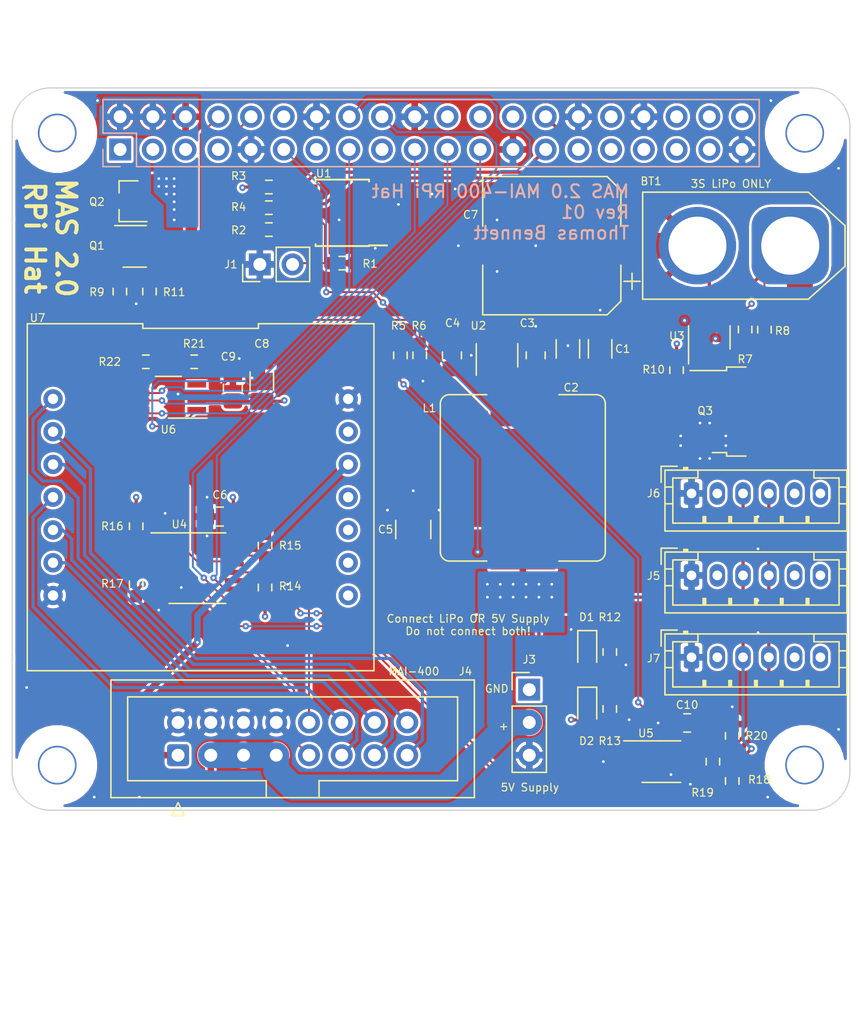
<source format=kicad_pcb>
(kicad_pcb (version 20171130) (host pcbnew "(5.1.10)-1")

  (general
    (thickness 1.6)
    (drawings 59)
    (tracks 467)
    (zones 0)
    (modules 57)
    (nets 77)
  )

  (page A4)
  (layers
    (0 F.Cu signal)
    (1 In1.Cu signal)
    (2 In2.Cu signal)
    (31 B.Cu signal)
    (32 B.Adhes user)
    (33 F.Adhes user)
    (34 B.Paste user)
    (35 F.Paste user)
    (36 B.SilkS user)
    (37 F.SilkS user)
    (38 B.Mask user)
    (39 F.Mask user)
    (40 Dwgs.User user)
    (41 Cmts.User user)
    (42 Eco1.User user)
    (43 Eco2.User user)
    (44 Edge.Cuts user)
    (45 Margin user)
    (46 B.CrtYd user)
    (47 F.CrtYd user)
    (48 B.Fab user)
    (49 F.Fab user)
  )

  (setup
    (last_trace_width 0.15)
    (user_trace_width 0.15)
    (user_trace_width 0.2)
    (user_trace_width 0.25)
    (user_trace_width 0.4)
    (user_trace_width 0.5)
    (user_trace_width 0.6)
    (user_trace_width 1)
    (user_trace_width 2)
    (trace_clearance 0.2)
    (zone_clearance 0.2)
    (zone_45_only yes)
    (trace_min 0.127)
    (via_size 0.5)
    (via_drill 0.21)
    (via_min_size 0.4572)
    (via_min_drill 0.2032)
    (user_via 0.6 0.25)
    (uvia_size 0.3)
    (uvia_drill 0.1)
    (uvias_allowed no)
    (uvia_min_size 0.2)
    (uvia_min_drill 0.1)
    (edge_width 0.15)
    (segment_width 0.15)
    (pcb_text_width 0.3)
    (pcb_text_size 1.5 1.5)
    (mod_edge_width 0.15)
    (mod_text_size 0.6 0.6)
    (mod_text_width 0.09)
    (pad_size 1.524 1.524)
    (pad_drill 0.762)
    (pad_to_mask_clearance 0.1)
    (aux_axis_origin 0 0)
    (grid_origin 86.916356 63.047611)
    (visible_elements 7FFFFE3F)
    (pcbplotparams
      (layerselection 0x010f0_ffffffff)
      (usegerberextensions true)
      (usegerberattributes false)
      (usegerberadvancedattributes false)
      (creategerberjobfile false)
      (excludeedgelayer false)
      (linewidth 0.100000)
      (plotframeref false)
      (viasonmask false)
      (mode 1)
      (useauxorigin false)
      (hpglpennumber 1)
      (hpglpenspeed 20)
      (hpglpendiameter 15.000000)
      (psnegative false)
      (psa4output false)
      (plotreference true)
      (plotvalue false)
      (plotinvisibletext false)
      (padsonsilk true)
      (subtractmaskfromsilk true)
      (outputformat 1)
      (mirror false)
      (drillshape 0)
      (scaleselection 1)
      (outputdirectory "prod"))
  )

  (net 0 "")
  (net 1 GND)
  (net 2 /ID_SD_EEPROM)
  (net 3 /ID_SC_EEPROM)
  (net 4 "Net-(Q1-Pad1)")
  (net 5 /P5V_HAT)
  (net 6 +BATT)
  (net 7 "Net-(C4-Pad2)")
  (net 8 "Net-(C4-Pad1)")
  (net 9 +5V)
  (net 10 /SCLK1)
  (net 11 /GPIO26)
  (net 12 /MOSI1)
  (net 13 /MISO1)
  (net 14 /GPIO16)
  (net 15 /PWM2)
  (net 16 /PWM1)
  (net 17 /GPIO6)
  (net 18 /GPIO7)
  (net 19 /GPIO5)
  (net 20 /GPIO8)
  (net 21 /SCLK0)
  (net 22 /GPIO25)
  (net 23 /MISO0)
  (net 24 /MOSI0)
  (net 25 /GPIO22)
  (net 26 /GPIO18)
  (net 27 /GPIO27)
  (net 28 /RPi_RX)
  (net 29 /GPIO4)
  (net 30 /RPi_TX)
  (net 31 /SCL1)
  (net 32 /SDA1)
  (net 33 +3V3)
  (net 34 /M1_B)
  (net 35 /M1_A)
  (net 36 /RTS)
  (net 37 "Net-(J5-Pad6)")
  (net 38 "Net-(J5-Pad5)")
  (net 39 "Net-(J6-Pad6)")
  (net 40 "Net-(J6-Pad5)")
  (net 41 -BATT)
  (net 42 "Net-(D1-Pad1)")
  (net 43 "Net-(D2-Pad1)")
  (net 44 /MUX_A)
  (net 45 /MUX_B)
  (net 46 /MAI_MOSI)
  (net 47 /MAG_DRDY)
  (net 48 /MAG_SS)
  (net 49 /MAI_TTL_RX)
  (net 50 /MAI_MISO)
  (net 51 /MAI_SCK)
  (net 52 /MAG_CLEAR)
  (net 53 /MAI_TTL_TX)
  (net 54 /MAI_3V3)
  (net 55 "Net-(Q3-Pad1)")
  (net 56 /Motor_TX)
  (net 57 /Motor_RX)
  (net 58 "Net-(U6-Pad4)")
  (net 59 "Net-(U7-Pad10)")
  (net 60 "Net-(J1-Pad2)")
  (net 61 "Net-(J2-Pad17)")
  (net 62 "Net-(J3-Pad1)")
  (net 63 "Net-(J7-Pad6)")
  (net 64 "Net-(J7-Pad5)")
  (net 65 "Net-(Q1-Pad4)")
  (net 66 "Net-(R5-Pad2)")
  (net 67 "Net-(R7-Pad2)")
  (net 68 "Net-(R21-Pad2)")
  (net 69 "Net-(U4-Pad15)")
  (net 70 "Net-(U4-Pad11)")
  (net 71 "Net-(U4-Pad4)")
  (net 72 "Net-(U4-Pad2)")
  (net 73 "Net-(U7-Pad8)")
  (net 74 "Net-(U7-Pad9)")
  (net 75 "Net-(U7-Pad11)")
  (net 76 "Net-(U7-Pad13)")

  (net_class Default "This is the default net class."
    (clearance 0.2)
    (trace_width 0.15)
    (via_dia 0.5)
    (via_drill 0.21)
    (uvia_dia 0.3)
    (uvia_drill 0.1)
    (add_net +3V3)
    (add_net +5V)
    (add_net +BATT)
    (add_net -BATT)
    (add_net /GPIO16)
    (add_net /GPIO18)
    (add_net /GPIO22)
    (add_net /GPIO25)
    (add_net /GPIO26)
    (add_net /GPIO27)
    (add_net /GPIO4)
    (add_net /GPIO5)
    (add_net /GPIO6)
    (add_net /GPIO7)
    (add_net /GPIO8)
    (add_net /ID_SC_EEPROM)
    (add_net /ID_SD_EEPROM)
    (add_net /M1_A)
    (add_net /M1_B)
    (add_net /MAG_CLEAR)
    (add_net /MAG_DRDY)
    (add_net /MAG_SS)
    (add_net /MAI_3V3)
    (add_net /MAI_MISO)
    (add_net /MAI_MOSI)
    (add_net /MAI_SCK)
    (add_net /MAI_TTL_RX)
    (add_net /MAI_TTL_TX)
    (add_net /MISO0)
    (add_net /MISO1)
    (add_net /MOSI0)
    (add_net /MOSI1)
    (add_net /MUX_A)
    (add_net /MUX_B)
    (add_net /Motor_RX)
    (add_net /Motor_TX)
    (add_net /P5V_HAT)
    (add_net /PWM1)
    (add_net /PWM2)
    (add_net /RPi_RX)
    (add_net /RPi_TX)
    (add_net /RTS)
    (add_net /SCL1)
    (add_net /SCLK0)
    (add_net /SCLK1)
    (add_net /SDA1)
    (add_net GND)
    (add_net "Net-(C4-Pad1)")
    (add_net "Net-(C4-Pad2)")
    (add_net "Net-(D1-Pad1)")
    (add_net "Net-(D2-Pad1)")
    (add_net "Net-(J1-Pad2)")
    (add_net "Net-(J2-Pad17)")
    (add_net "Net-(J3-Pad1)")
    (add_net "Net-(J5-Pad5)")
    (add_net "Net-(J5-Pad6)")
    (add_net "Net-(J6-Pad5)")
    (add_net "Net-(J6-Pad6)")
    (add_net "Net-(J7-Pad5)")
    (add_net "Net-(J7-Pad6)")
    (add_net "Net-(Q1-Pad1)")
    (add_net "Net-(Q1-Pad4)")
    (add_net "Net-(Q3-Pad1)")
    (add_net "Net-(R21-Pad2)")
    (add_net "Net-(R5-Pad2)")
    (add_net "Net-(R7-Pad2)")
    (add_net "Net-(U4-Pad11)")
    (add_net "Net-(U4-Pad15)")
    (add_net "Net-(U4-Pad2)")
    (add_net "Net-(U4-Pad4)")
    (add_net "Net-(U6-Pad4)")
    (add_net "Net-(U7-Pad10)")
    (add_net "Net-(U7-Pad11)")
    (add_net "Net-(U7-Pad13)")
    (add_net "Net-(U7-Pad8)")
    (add_net "Net-(U7-Pad9)")
  )

  (module Inductor_SMD:L_Bourns_SRP1245A (layer F.Cu) (tedit 5AD32382) (tstamp 60598CB9)
    (at 118.166356 91.047611 270)
    (descr "Bourns SRP1245A series SMD inductor http://www.bourns.com/docs/Product-Datasheets/SRP1245A.pdf")
    (tags "Bourns SRP1245A SMD inductor")
    (path /604905EC)
    (attr smd)
    (fp_text reference L1 (at -5.4 7.25 180) (layer F.SilkS)
      (effects (font (size 0.6 0.6) (thickness 0.09)))
    )
    (fp_text value 3.3u (at 0 7.4 90) (layer F.Fab)
      (effects (font (size 1 1) (thickness 0.15)))
    )
    (fp_line (start 6.45 2.8) (end 6.45 5.7) (layer F.SilkS) (width 0.12))
    (fp_line (start -6.45 2.8) (end -6.45 5.7) (layer F.SilkS) (width 0.12))
    (fp_line (start 5.75 6.5) (end -5.75 6.5) (layer F.CrtYd) (width 0.05))
    (fp_line (start -5.75 -6.5) (end 5.75 -6.5) (layer F.CrtYd) (width 0.05))
    (fp_line (start 6.45 -5.7) (end 6.45 -2.8) (layer F.SilkS) (width 0.12))
    (fp_line (start 5.75 6.4) (end -5.75 6.4) (layer F.SilkS) (width 0.12))
    (fp_line (start -6.45 -5.75) (end -6.45 -2.8) (layer F.SilkS) (width 0.12))
    (fp_line (start -5.75 -6.4) (end 5.75 -6.4) (layer F.SilkS) (width 0.12))
    (fp_line (start 6.3 -5.7) (end 6.3 5.7) (layer F.Fab) (width 0.1))
    (fp_line (start 5.75 6.25) (end -5.75 6.25) (layer F.Fab) (width 0.1))
    (fp_line (start -6.3 -5.75) (end -6.3 5.7) (layer F.Fab) (width 0.1))
    (fp_line (start -5.75 -6.25) (end 5.75 -6.25) (layer F.Fab) (width 0.1))
    (fp_line (start 7.35 2.75) (end 6.55 2.75) (layer F.CrtYd) (width 0.05))
    (fp_line (start 7.35 -2.75) (end 6.55 -2.75) (layer F.CrtYd) (width 0.05))
    (fp_line (start 7.35 -2.75) (end 7.35 2.75) (layer F.CrtYd) (width 0.05))
    (fp_line (start 6.55 -5.7) (end 6.55 -2.75) (layer F.CrtYd) (width 0.05))
    (fp_line (start 6.55 2.75) (end 6.55 5.7) (layer F.CrtYd) (width 0.05))
    (fp_line (start -7.35 2.75) (end -7.35 -2.75) (layer F.CrtYd) (width 0.05))
    (fp_line (start -7.35 2.75) (end -6.55 2.75) (layer F.CrtYd) (width 0.05))
    (fp_line (start -6.55 -2.75) (end -6.55 -5.7) (layer F.CrtYd) (width 0.05))
    (fp_line (start -6.55 5.7) (end -6.55 2.75) (layer F.CrtYd) (width 0.05))
    (fp_line (start -7.35 -2.75) (end -6.55 -2.75) (layer F.CrtYd) (width 0.05))
    (fp_text user %R (at 0 0 90) (layer F.Fab)
      (effects (font (size 1 1) (thickness 0.15)))
    )
    (fp_arc (start -5.75 -5.7) (end -5.75 -6.25) (angle -90) (layer F.Fab) (width 0.1))
    (fp_arc (start 5.75 -5.7) (end 6.3 -5.7) (angle -90) (layer F.Fab) (width 0.1))
    (fp_arc (start 5.75 5.7) (end 5.75 6.25) (angle -90) (layer F.Fab) (width 0.1))
    (fp_arc (start -5.75 5.7) (end -6.3 5.7) (angle -90) (layer F.Fab) (width 0.1))
    (fp_arc (start -5.75 -5.7) (end -5.75 -6.4) (angle -90) (layer F.SilkS) (width 0.12))
    (fp_arc (start -5.75 5.7) (end -6.45 5.7) (angle -90) (layer F.SilkS) (width 0.12))
    (fp_arc (start 5.75 5.7) (end 5.75 6.4) (angle -90) (layer F.SilkS) (width 0.12))
    (fp_arc (start 5.75 -5.7) (end 6.45 -5.7) (angle -90) (layer F.SilkS) (width 0.12))
    (fp_arc (start -5.75 -5.7) (end -5.75 -6.5) (angle -90) (layer F.CrtYd) (width 0.05))
    (fp_arc (start -5.75 5.7) (end -6.55 5.7) (angle -90) (layer F.CrtYd) (width 0.05))
    (fp_arc (start 5.75 5.7) (end 5.75 6.5) (angle -90) (layer F.CrtYd) (width 0.05))
    (fp_arc (start 5.75 -5.7) (end 6.55 -5.7) (angle -90) (layer F.CrtYd) (width 0.05))
    (pad 2 smd rect (at 5.55 0 270) (size 3.1 5) (layers F.Cu F.Paste F.Mask)
      (net 9 +5V))
    (pad 1 smd rect (at -5.55 0 270) (size 3.1 5) (layers F.Cu F.Paste F.Mask)
      (net 8 "Net-(C4-Pad1)"))
    (model ${KISYS3DMOD}/Inductor_SMD.3dshapes/L_Bourns_SRR1260.step
      (at (xyz 0 0 0))
      (scale (xyz 1 1 1))
      (rotate (xyz 0 0 0))
    )
  )

  (module Capacitor_SMD:C_1206_3216Metric_Pad1.33x1.80mm_HandSolder (layer F.Cu) (tedit 5F68FEEF) (tstamp 60A2BE6A)
    (at 97.916356 83.547611 90)
    (descr "Capacitor SMD 1206 (3216 Metric), square (rectangular) end terminal, IPC_7351 nominal with elongated pad for handsoldering. (Body size source: IPC-SM-782 page 76, https://www.pcb-3d.com/wordpress/wp-content/uploads/ipc-sm-782a_amendment_1_and_2.pdf), generated with kicad-footprint-generator")
    (tags "capacitor handsolder")
    (path /60A21E68)
    (attr smd)
    (fp_text reference C8 (at 2.9 0 180) (layer F.SilkS)
      (effects (font (size 0.6 0.6) (thickness 0.09)))
    )
    (fp_text value 1u (at 0 1.85 90) (layer F.Fab)
      (effects (font (size 1 1) (thickness 0.15)))
    )
    (fp_line (start 2.48 1.15) (end -2.48 1.15) (layer F.CrtYd) (width 0.05))
    (fp_line (start 2.48 -1.15) (end 2.48 1.15) (layer F.CrtYd) (width 0.05))
    (fp_line (start -2.48 -1.15) (end 2.48 -1.15) (layer F.CrtYd) (width 0.05))
    (fp_line (start -2.48 1.15) (end -2.48 -1.15) (layer F.CrtYd) (width 0.05))
    (fp_line (start -0.711252 0.91) (end 0.711252 0.91) (layer F.SilkS) (width 0.12))
    (fp_line (start -0.711252 -0.91) (end 0.711252 -0.91) (layer F.SilkS) (width 0.12))
    (fp_line (start 1.6 0.8) (end -1.6 0.8) (layer F.Fab) (width 0.1))
    (fp_line (start 1.6 -0.8) (end 1.6 0.8) (layer F.Fab) (width 0.1))
    (fp_line (start -1.6 -0.8) (end 1.6 -0.8) (layer F.Fab) (width 0.1))
    (fp_line (start -1.6 0.8) (end -1.6 -0.8) (layer F.Fab) (width 0.1))
    (fp_text user %R (at 0 0 90) (layer F.Fab)
      (effects (font (size 0.8 0.8) (thickness 0.12)))
    )
    (pad 2 smd roundrect (at 1.5625 0 90) (size 1.325 1.8) (layers F.Cu F.Paste F.Mask) (roundrect_rratio 0.1886784905660377)
      (net 1 GND))
    (pad 1 smd roundrect (at -1.5625 0 90) (size 1.325 1.8) (layers F.Cu F.Paste F.Mask) (roundrect_rratio 0.1886784905660377)
      (net 33 +3V3))
    (model ${KISYS3DMOD}/Capacitor_SMD.3dshapes/C_1206_3216Metric.wrl
      (at (xyz 0 0 0))
      (scale (xyz 1 1 1))
      (rotate (xyz 0 0 0))
    )
  )

  (module Capacitor_SMD:C_0805_2012Metric_Pad1.18x1.45mm_HandSolder (layer F.Cu) (tedit 5F68FEEF) (tstamp 60A2BE9A)
    (at 95.666356 84.047611 270)
    (descr "Capacitor SMD 0805 (2012 Metric), square (rectangular) end terminal, IPC_7351 nominal with elongated pad for handsoldering. (Body size source: IPC-SM-782 page 76, https://www.pcb-3d.com/wordpress/wp-content/uploads/ipc-sm-782a_amendment_1_and_2.pdf, https://docs.google.com/spreadsheets/d/1BsfQQcO9C6DZCsRaXUlFlo91Tg2WpOkGARC1WS5S8t0/edit?usp=sharing), generated with kicad-footprint-generator")
    (tags "capacitor handsolder")
    (path /60A20A6B)
    (attr smd)
    (fp_text reference C9 (at -2.4 0.35 180) (layer F.SilkS)
      (effects (font (size 0.6 0.6) (thickness 0.09)))
    )
    (fp_text value 100n (at 0 1.68 90) (layer F.Fab)
      (effects (font (size 1 1) (thickness 0.15)))
    )
    (fp_line (start 1.88 0.98) (end -1.88 0.98) (layer F.CrtYd) (width 0.05))
    (fp_line (start 1.88 -0.98) (end 1.88 0.98) (layer F.CrtYd) (width 0.05))
    (fp_line (start -1.88 -0.98) (end 1.88 -0.98) (layer F.CrtYd) (width 0.05))
    (fp_line (start -1.88 0.98) (end -1.88 -0.98) (layer F.CrtYd) (width 0.05))
    (fp_line (start -0.261252 0.735) (end 0.261252 0.735) (layer F.SilkS) (width 0.12))
    (fp_line (start -0.261252 -0.735) (end 0.261252 -0.735) (layer F.SilkS) (width 0.12))
    (fp_line (start 1 0.625) (end -1 0.625) (layer F.Fab) (width 0.1))
    (fp_line (start 1 -0.625) (end 1 0.625) (layer F.Fab) (width 0.1))
    (fp_line (start -1 -0.625) (end 1 -0.625) (layer F.Fab) (width 0.1))
    (fp_line (start -1 0.625) (end -1 -0.625) (layer F.Fab) (width 0.1))
    (fp_text user %R (at 0 0 90) (layer F.Fab)
      (effects (font (size 0.5 0.5) (thickness 0.08)))
    )
    (pad 2 smd roundrect (at 1.0375 0 270) (size 1.175 1.45) (layers F.Cu F.Paste F.Mask) (roundrect_rratio 0.2127659574468085)
      (net 33 +3V3))
    (pad 1 smd roundrect (at -1.0375 0 270) (size 1.175 1.45) (layers F.Cu F.Paste F.Mask) (roundrect_rratio 0.2127659574468085)
      (net 1 GND))
    (model ${KISYS3DMOD}/Capacitor_SMD.3dshapes/C_0805_2012Metric.wrl
      (at (xyz 0 0 0))
      (scale (xyz 1 1 1))
      (rotate (xyz 0 0 0))
    )
  )

  (module Connector_PinHeader_2.54mm:PinHeader_1x03_P2.54mm_Vertical (layer F.Cu) (tedit 59FED5CC) (tstamp 609F5AF3)
    (at 118.666356 107.467611)
    (descr "Through hole straight pin header, 1x03, 2.54mm pitch, single row")
    (tags "Through hole pin header THT 1x03 2.54mm single row")
    (path /60B9C1B8)
    (fp_text reference J3 (at 0 -2.33) (layer F.SilkS)
      (effects (font (size 0.6 0.6) (thickness 0.09)))
    )
    (fp_text value RC_BEC (at 0 7.41) (layer F.Fab)
      (effects (font (size 1 1) (thickness 0.15)))
    )
    (fp_line (start 1.8 -1.8) (end -1.8 -1.8) (layer F.CrtYd) (width 0.05))
    (fp_line (start 1.8 6.85) (end 1.8 -1.8) (layer F.CrtYd) (width 0.05))
    (fp_line (start -1.8 6.85) (end 1.8 6.85) (layer F.CrtYd) (width 0.05))
    (fp_line (start -1.8 -1.8) (end -1.8 6.85) (layer F.CrtYd) (width 0.05))
    (fp_line (start -1.33 -1.33) (end 0 -1.33) (layer F.SilkS) (width 0.12))
    (fp_line (start -1.33 0) (end -1.33 -1.33) (layer F.SilkS) (width 0.12))
    (fp_line (start -1.33 1.27) (end 1.33 1.27) (layer F.SilkS) (width 0.12))
    (fp_line (start 1.33 1.27) (end 1.33 6.41) (layer F.SilkS) (width 0.12))
    (fp_line (start -1.33 1.27) (end -1.33 6.41) (layer F.SilkS) (width 0.12))
    (fp_line (start -1.33 6.41) (end 1.33 6.41) (layer F.SilkS) (width 0.12))
    (fp_line (start -1.27 -0.635) (end -0.635 -1.27) (layer F.Fab) (width 0.1))
    (fp_line (start -1.27 6.35) (end -1.27 -0.635) (layer F.Fab) (width 0.1))
    (fp_line (start 1.27 6.35) (end -1.27 6.35) (layer F.Fab) (width 0.1))
    (fp_line (start 1.27 -1.27) (end 1.27 6.35) (layer F.Fab) (width 0.1))
    (fp_line (start -0.635 -1.27) (end 1.27 -1.27) (layer F.Fab) (width 0.1))
    (fp_text user %R (at 0 2.54 90) (layer F.Fab)
      (effects (font (size 1 1) (thickness 0.15)))
    )
    (pad 3 thru_hole oval (at 0 5.08) (size 1.7 1.7) (drill 1) (layers *.Cu *.Mask)
      (net 1 GND))
    (pad 2 thru_hole oval (at 0 2.54) (size 1.7 1.7) (drill 1) (layers *.Cu *.Mask)
      (net 9 +5V))
    (pad 1 thru_hole rect (at 0 0) (size 1.7 1.7) (drill 1) (layers *.Cu *.Mask)
      (net 62 "Net-(J3-Pad1)"))
    (model ${KISYS3DMOD}/Connector_PinHeader_2.54mm.3dshapes/PinHeader_1x03_P2.54mm_Vertical.wrl
      (at (xyz 0 0 0))
      (scale (xyz 1 1 1))
      (rotate (xyz 0 0 0))
    )
  )

  (module Connector_JST:JST_PH_B6B-PH-K_1x06_P2.00mm_Vertical (layer F.Cu) (tedit 5B7745C2) (tstamp 60598AF4)
    (at 131.256356 92.257611)
    (descr "JST PH series connector, B6B-PH-K (http://www.jst-mfg.com/product/pdf/eng/ePH.pdf), generated with kicad-footprint-generator")
    (tags "connector JST PH side entry")
    (path /6090E36C)
    (fp_text reference J6 (at -2.94 -0.01) (layer F.SilkS)
      (effects (font (size 0.6 0.6) (thickness 0.09)))
    )
    (fp_text value Conn_01x06 (at 5 4) (layer F.Fab)
      (effects (font (size 1 1) (thickness 0.15)))
    )
    (fp_line (start -2.06 -1.81) (end -2.06 2.91) (layer F.SilkS) (width 0.12))
    (fp_line (start -2.06 2.91) (end 12.06 2.91) (layer F.SilkS) (width 0.12))
    (fp_line (start 12.06 2.91) (end 12.06 -1.81) (layer F.SilkS) (width 0.12))
    (fp_line (start 12.06 -1.81) (end -2.06 -1.81) (layer F.SilkS) (width 0.12))
    (fp_line (start -0.3 -1.81) (end -0.3 -2.01) (layer F.SilkS) (width 0.12))
    (fp_line (start -0.3 -2.01) (end -0.6 -2.01) (layer F.SilkS) (width 0.12))
    (fp_line (start -0.6 -2.01) (end -0.6 -1.81) (layer F.SilkS) (width 0.12))
    (fp_line (start -0.3 -1.91) (end -0.6 -1.91) (layer F.SilkS) (width 0.12))
    (fp_line (start 0.5 -1.81) (end 0.5 -1.2) (layer F.SilkS) (width 0.12))
    (fp_line (start 0.5 -1.2) (end -1.45 -1.2) (layer F.SilkS) (width 0.12))
    (fp_line (start -1.45 -1.2) (end -1.45 2.3) (layer F.SilkS) (width 0.12))
    (fp_line (start -1.45 2.3) (end 11.45 2.3) (layer F.SilkS) (width 0.12))
    (fp_line (start 11.45 2.3) (end 11.45 -1.2) (layer F.SilkS) (width 0.12))
    (fp_line (start 11.45 -1.2) (end 9.5 -1.2) (layer F.SilkS) (width 0.12))
    (fp_line (start 9.5 -1.2) (end 9.5 -1.81) (layer F.SilkS) (width 0.12))
    (fp_line (start -2.06 -0.5) (end -1.45 -0.5) (layer F.SilkS) (width 0.12))
    (fp_line (start -2.06 0.8) (end -1.45 0.8) (layer F.SilkS) (width 0.12))
    (fp_line (start 12.06 -0.5) (end 11.45 -0.5) (layer F.SilkS) (width 0.12))
    (fp_line (start 12.06 0.8) (end 11.45 0.8) (layer F.SilkS) (width 0.12))
    (fp_line (start 0.9 2.3) (end 0.9 1.8) (layer F.SilkS) (width 0.12))
    (fp_line (start 0.9 1.8) (end 1.1 1.8) (layer F.SilkS) (width 0.12))
    (fp_line (start 1.1 1.8) (end 1.1 2.3) (layer F.SilkS) (width 0.12))
    (fp_line (start 1 2.3) (end 1 1.8) (layer F.SilkS) (width 0.12))
    (fp_line (start 2.9 2.3) (end 2.9 1.8) (layer F.SilkS) (width 0.12))
    (fp_line (start 2.9 1.8) (end 3.1 1.8) (layer F.SilkS) (width 0.12))
    (fp_line (start 3.1 1.8) (end 3.1 2.3) (layer F.SilkS) (width 0.12))
    (fp_line (start 3 2.3) (end 3 1.8) (layer F.SilkS) (width 0.12))
    (fp_line (start 4.9 2.3) (end 4.9 1.8) (layer F.SilkS) (width 0.12))
    (fp_line (start 4.9 1.8) (end 5.1 1.8) (layer F.SilkS) (width 0.12))
    (fp_line (start 5.1 1.8) (end 5.1 2.3) (layer F.SilkS) (width 0.12))
    (fp_line (start 5 2.3) (end 5 1.8) (layer F.SilkS) (width 0.12))
    (fp_line (start 6.9 2.3) (end 6.9 1.8) (layer F.SilkS) (width 0.12))
    (fp_line (start 6.9 1.8) (end 7.1 1.8) (layer F.SilkS) (width 0.12))
    (fp_line (start 7.1 1.8) (end 7.1 2.3) (layer F.SilkS) (width 0.12))
    (fp_line (start 7 2.3) (end 7 1.8) (layer F.SilkS) (width 0.12))
    (fp_line (start 8.9 2.3) (end 8.9 1.8) (layer F.SilkS) (width 0.12))
    (fp_line (start 8.9 1.8) (end 9.1 1.8) (layer F.SilkS) (width 0.12))
    (fp_line (start 9.1 1.8) (end 9.1 2.3) (layer F.SilkS) (width 0.12))
    (fp_line (start 9 2.3) (end 9 1.8) (layer F.SilkS) (width 0.12))
    (fp_line (start -1.11 -2.11) (end -2.36 -2.11) (layer F.SilkS) (width 0.12))
    (fp_line (start -2.36 -2.11) (end -2.36 -0.86) (layer F.SilkS) (width 0.12))
    (fp_line (start -1.11 -2.11) (end -2.36 -2.11) (layer F.Fab) (width 0.1))
    (fp_line (start -2.36 -2.11) (end -2.36 -0.86) (layer F.Fab) (width 0.1))
    (fp_line (start -1.95 -1.7) (end -1.95 2.8) (layer F.Fab) (width 0.1))
    (fp_line (start -1.95 2.8) (end 11.95 2.8) (layer F.Fab) (width 0.1))
    (fp_line (start 11.95 2.8) (end 11.95 -1.7) (layer F.Fab) (width 0.1))
    (fp_line (start 11.95 -1.7) (end -1.95 -1.7) (layer F.Fab) (width 0.1))
    (fp_line (start -2.45 -2.2) (end -2.45 3.3) (layer F.CrtYd) (width 0.05))
    (fp_line (start -2.45 3.3) (end 12.45 3.3) (layer F.CrtYd) (width 0.05))
    (fp_line (start 12.45 3.3) (end 12.45 -2.2) (layer F.CrtYd) (width 0.05))
    (fp_line (start 12.45 -2.2) (end -2.45 -2.2) (layer F.CrtYd) (width 0.05))
    (fp_text user %R (at 5 1.5) (layer F.Fab)
      (effects (font (size 1 1) (thickness 0.15)))
    )
    (pad 6 thru_hole oval (at 10 0) (size 1.2 1.75) (drill 0.75) (layers *.Cu *.Mask)
      (net 39 "Net-(J6-Pad6)"))
    (pad 5 thru_hole oval (at 8 0) (size 1.2 1.75) (drill 0.75) (layers *.Cu *.Mask)
      (net 40 "Net-(J6-Pad5)"))
    (pad 4 thru_hole oval (at 6 0) (size 1.2 1.75) (drill 0.75) (layers *.Cu *.Mask)
      (net 34 /M1_B))
    (pad 3 thru_hole oval (at 4 0) (size 1.2 1.75) (drill 0.75) (layers *.Cu *.Mask)
      (net 35 /M1_A))
    (pad 2 thru_hole oval (at 2 0) (size 1.2 1.75) (drill 0.75) (layers *.Cu *.Mask)
      (net 6 +BATT))
    (pad 1 thru_hole roundrect (at 0 0) (size 1.2 1.75) (drill 0.75) (layers *.Cu *.Mask) (roundrect_rratio 0.2083325)
      (net 1 GND))
    (model ${KISYS3DMOD}/Connector_JST.3dshapes/JST_PH_B6B-PH-K_1x06_P2.00mm_Vertical.wrl
      (at (xyz 0 0 0))
      (scale (xyz 1 1 1))
      (rotate (xyz 0 0 0))
    )
  )

  (module Connector_PinSocket_2.54mm:PinSocket_2x20_P2.54mm_Vertical (layer B.Cu) (tedit 5A19A433) (tstamp 60A3E2FD)
    (at 86.92 65.59 270)
    (descr "Through hole straight socket strip, 2x20, 2.54mm pitch, double cols (from Kicad 4.0.7), script generated")
    (tags "Through hole socket strip THT 2x20 2.54mm double row")
    (path /58DFC771)
    (fp_text reference J2 (at -1.27 2.77 270) (layer B.SilkS) hide
      (effects (font (size 0.6 0.6) (thickness 0.09)) (justify mirror))
    )
    (fp_text value 40HAT (at -1.27 -51.03 270) (layer B.Fab)
      (effects (font (size 0.6 0.6) (thickness 0.09)) (justify mirror))
    )
    (fp_line (start -4.34 -50) (end -4.34 1.8) (layer B.CrtYd) (width 0.05))
    (fp_line (start 1.76 -50) (end -4.34 -50) (layer B.CrtYd) (width 0.05))
    (fp_line (start 1.76 1.8) (end 1.76 -50) (layer B.CrtYd) (width 0.05))
    (fp_line (start -4.34 1.8) (end 1.76 1.8) (layer B.CrtYd) (width 0.05))
    (fp_line (start 0 1.33) (end 1.33 1.33) (layer B.SilkS) (width 0.12))
    (fp_line (start 1.33 1.33) (end 1.33 0) (layer B.SilkS) (width 0.12))
    (fp_line (start -1.27 1.33) (end -1.27 -1.27) (layer B.SilkS) (width 0.12))
    (fp_line (start -1.27 -1.27) (end 1.33 -1.27) (layer B.SilkS) (width 0.12))
    (fp_line (start 1.33 -1.27) (end 1.33 -49.59) (layer B.SilkS) (width 0.12))
    (fp_line (start -3.87 -49.59) (end 1.33 -49.59) (layer B.SilkS) (width 0.12))
    (fp_line (start -3.87 1.33) (end -3.87 -49.59) (layer B.SilkS) (width 0.12))
    (fp_line (start -3.87 1.33) (end -1.27 1.33) (layer B.SilkS) (width 0.12))
    (fp_line (start -3.81 -49.53) (end -3.81 1.27) (layer B.Fab) (width 0.1))
    (fp_line (start 1.27 -49.53) (end -3.81 -49.53) (layer B.Fab) (width 0.1))
    (fp_line (start 1.27 0.27) (end 1.27 -49.53) (layer B.Fab) (width 0.1))
    (fp_line (start 0.27 1.27) (end 1.27 0.27) (layer B.Fab) (width 0.1))
    (fp_line (start -3.81 1.27) (end 0.27 1.27) (layer B.Fab) (width 0.1))
    (fp_text user %R (at -1.27 -24.13 180) (layer B.Fab)
      (effects (font (size 1 1) (thickness 0.15)) (justify mirror))
    )
    (pad 1 thru_hole rect (at 0 0 270) (size 1.7 1.7) (drill 1) (layers *.Cu *.Mask)
      (net 33 +3V3))
    (pad 2 thru_hole oval (at -2.54 0 270) (size 1.7 1.7) (drill 1) (layers *.Cu *.Mask)
      (net 5 /P5V_HAT))
    (pad 3 thru_hole oval (at 0 -2.54 270) (size 1.7 1.7) (drill 1) (layers *.Cu *.Mask)
      (net 32 /SDA1))
    (pad 4 thru_hole oval (at -2.54 -2.54 270) (size 1.7 1.7) (drill 1) (layers *.Cu *.Mask)
      (net 5 /P5V_HAT))
    (pad 5 thru_hole oval (at 0 -5.08 270) (size 1.7 1.7) (drill 1) (layers *.Cu *.Mask)
      (net 31 /SCL1))
    (pad 6 thru_hole oval (at -2.54 -5.08 270) (size 1.7 1.7) (drill 1) (layers *.Cu *.Mask)
      (net 1 GND))
    (pad 7 thru_hole oval (at 0 -7.62 270) (size 1.7 1.7) (drill 1) (layers *.Cu *.Mask)
      (net 29 /GPIO4))
    (pad 8 thru_hole oval (at -2.54 -7.62 270) (size 1.7 1.7) (drill 1) (layers *.Cu *.Mask)
      (net 30 /RPi_TX))
    (pad 9 thru_hole oval (at 0 -10.16 270) (size 1.7 1.7) (drill 1) (layers *.Cu *.Mask)
      (net 1 GND))
    (pad 10 thru_hole oval (at -2.54 -10.16 270) (size 1.7 1.7) (drill 1) (layers *.Cu *.Mask)
      (net 28 /RPi_RX))
    (pad 11 thru_hole oval (at 0 -12.7 270) (size 1.7 1.7) (drill 1) (layers *.Cu *.Mask)
      (net 36 /RTS))
    (pad 12 thru_hole oval (at -2.54 -12.7 270) (size 1.7 1.7) (drill 1) (layers *.Cu *.Mask)
      (net 26 /GPIO18))
    (pad 13 thru_hole oval (at 0 -15.24 270) (size 1.7 1.7) (drill 1) (layers *.Cu *.Mask)
      (net 27 /GPIO27))
    (pad 14 thru_hole oval (at -2.54 -15.24 270) (size 1.7 1.7) (drill 1) (layers *.Cu *.Mask)
      (net 1 GND))
    (pad 15 thru_hole oval (at 0 -17.78 270) (size 1.7 1.7) (drill 1) (layers *.Cu *.Mask)
      (net 25 /GPIO22))
    (pad 16 thru_hole oval (at -2.54 -17.78 270) (size 1.7 1.7) (drill 1) (layers *.Cu *.Mask)
      (net 44 /MUX_A))
    (pad 17 thru_hole oval (at 0 -20.32 270) (size 1.7 1.7) (drill 1) (layers *.Cu *.Mask)
      (net 61 "Net-(J2-Pad17)"))
    (pad 18 thru_hole oval (at -2.54 -20.32 270) (size 1.7 1.7) (drill 1) (layers *.Cu *.Mask)
      (net 45 /MUX_B))
    (pad 19 thru_hole oval (at 0 -22.86 270) (size 1.7 1.7) (drill 1) (layers *.Cu *.Mask)
      (net 24 /MOSI0))
    (pad 20 thru_hole oval (at -2.54 -22.86 270) (size 1.7 1.7) (drill 1) (layers *.Cu *.Mask)
      (net 1 GND))
    (pad 21 thru_hole oval (at 0 -25.4 270) (size 1.7 1.7) (drill 1) (layers *.Cu *.Mask)
      (net 23 /MISO0))
    (pad 22 thru_hole oval (at -2.54 -25.4 270) (size 1.7 1.7) (drill 1) (layers *.Cu *.Mask)
      (net 22 /GPIO25))
    (pad 23 thru_hole oval (at 0 -27.94 270) (size 1.7 1.7) (drill 1) (layers *.Cu *.Mask)
      (net 21 /SCLK0))
    (pad 24 thru_hole oval (at -2.54 -27.94 270) (size 1.7 1.7) (drill 1) (layers *.Cu *.Mask)
      (net 20 /GPIO8))
    (pad 25 thru_hole oval (at 0 -30.48 270) (size 1.7 1.7) (drill 1) (layers *.Cu *.Mask)
      (net 1 GND))
    (pad 26 thru_hole oval (at -2.54 -30.48 270) (size 1.7 1.7) (drill 1) (layers *.Cu *.Mask)
      (net 18 /GPIO7))
    (pad 27 thru_hole oval (at 0 -33.02 270) (size 1.7 1.7) (drill 1) (layers *.Cu *.Mask)
      (net 2 /ID_SD_EEPROM))
    (pad 28 thru_hole oval (at -2.54 -33.02 270) (size 1.7 1.7) (drill 1) (layers *.Cu *.Mask)
      (net 3 /ID_SC_EEPROM))
    (pad 29 thru_hole oval (at 0 -35.56 270) (size 1.7 1.7) (drill 1) (layers *.Cu *.Mask)
      (net 19 /GPIO5))
    (pad 30 thru_hole oval (at -2.54 -35.56 270) (size 1.7 1.7) (drill 1) (layers *.Cu *.Mask)
      (net 1 GND))
    (pad 31 thru_hole oval (at 0 -38.1 270) (size 1.7 1.7) (drill 1) (layers *.Cu *.Mask)
      (net 17 /GPIO6))
    (pad 32 thru_hole oval (at -2.54 -38.1 270) (size 1.7 1.7) (drill 1) (layers *.Cu *.Mask)
      (net 16 /PWM1))
    (pad 33 thru_hole oval (at 0 -40.64 270) (size 1.7 1.7) (drill 1) (layers *.Cu *.Mask)
      (net 15 /PWM2))
    (pad 34 thru_hole oval (at -2.54 -40.64 270) (size 1.7 1.7) (drill 1) (layers *.Cu *.Mask)
      (net 1 GND))
    (pad 35 thru_hole oval (at 0 -43.18 270) (size 1.7 1.7) (drill 1) (layers *.Cu *.Mask)
      (net 13 /MISO1))
    (pad 36 thru_hole oval (at -2.54 -43.18 270) (size 1.7 1.7) (drill 1) (layers *.Cu *.Mask)
      (net 14 /GPIO16))
    (pad 37 thru_hole oval (at 0 -45.72 270) (size 1.7 1.7) (drill 1) (layers *.Cu *.Mask)
      (net 11 /GPIO26))
    (pad 38 thru_hole oval (at -2.54 -45.72 270) (size 1.7 1.7) (drill 1) (layers *.Cu *.Mask)
      (net 12 /MOSI1))
    (pad 39 thru_hole oval (at 0 -48.26 270) (size 1.7 1.7) (drill 1) (layers *.Cu *.Mask)
      (net 1 GND))
    (pad 40 thru_hole oval (at -2.54 -48.26 270) (size 1.7 1.7) (drill 1) (layers *.Cu *.Mask)
      (net 10 /SCLK1))
    (model ${KISYS3DMOD}/Connector_PinSocket_2.54mm.3dshapes/PinSocket_2x20_P2.54mm_Vertical.wrl
      (at (xyz 0 0 0))
      (scale (xyz 1 1 1))
      (rotate (xyz 0 0 0))
    )
  )

  (module Connector_JST:JST_PH_B6B-PH-K_1x06_P2.00mm_Vertical (layer F.Cu) (tedit 5B7745C2) (tstamp 60598BAC)
    (at 131.256356 98.607611)
    (descr "JST PH series connector, B6B-PH-K (http://www.jst-mfg.com/product/pdf/eng/ePH.pdf), generated with kicad-footprint-generator")
    (tags "connector JST PH side entry")
    (path /609E490B)
    (fp_text reference J5 (at -2.94 0.04) (layer F.SilkS)
      (effects (font (size 0.6 0.6) (thickness 0.09)))
    )
    (fp_text value Conn_01x06 (at 5 4) (layer F.Fab)
      (effects (font (size 1 1) (thickness 0.15)))
    )
    (fp_line (start -2.06 -1.81) (end -2.06 2.91) (layer F.SilkS) (width 0.12))
    (fp_line (start -2.06 2.91) (end 12.06 2.91) (layer F.SilkS) (width 0.12))
    (fp_line (start 12.06 2.91) (end 12.06 -1.81) (layer F.SilkS) (width 0.12))
    (fp_line (start 12.06 -1.81) (end -2.06 -1.81) (layer F.SilkS) (width 0.12))
    (fp_line (start -0.3 -1.81) (end -0.3 -2.01) (layer F.SilkS) (width 0.12))
    (fp_line (start -0.3 -2.01) (end -0.6 -2.01) (layer F.SilkS) (width 0.12))
    (fp_line (start -0.6 -2.01) (end -0.6 -1.81) (layer F.SilkS) (width 0.12))
    (fp_line (start -0.3 -1.91) (end -0.6 -1.91) (layer F.SilkS) (width 0.12))
    (fp_line (start 0.5 -1.81) (end 0.5 -1.2) (layer F.SilkS) (width 0.12))
    (fp_line (start 0.5 -1.2) (end -1.45 -1.2) (layer F.SilkS) (width 0.12))
    (fp_line (start -1.45 -1.2) (end -1.45 2.3) (layer F.SilkS) (width 0.12))
    (fp_line (start -1.45 2.3) (end 11.45 2.3) (layer F.SilkS) (width 0.12))
    (fp_line (start 11.45 2.3) (end 11.45 -1.2) (layer F.SilkS) (width 0.12))
    (fp_line (start 11.45 -1.2) (end 9.5 -1.2) (layer F.SilkS) (width 0.12))
    (fp_line (start 9.5 -1.2) (end 9.5 -1.81) (layer F.SilkS) (width 0.12))
    (fp_line (start -2.06 -0.5) (end -1.45 -0.5) (layer F.SilkS) (width 0.12))
    (fp_line (start -2.06 0.8) (end -1.45 0.8) (layer F.SilkS) (width 0.12))
    (fp_line (start 12.06 -0.5) (end 11.45 -0.5) (layer F.SilkS) (width 0.12))
    (fp_line (start 12.06 0.8) (end 11.45 0.8) (layer F.SilkS) (width 0.12))
    (fp_line (start 0.9 2.3) (end 0.9 1.8) (layer F.SilkS) (width 0.12))
    (fp_line (start 0.9 1.8) (end 1.1 1.8) (layer F.SilkS) (width 0.12))
    (fp_line (start 1.1 1.8) (end 1.1 2.3) (layer F.SilkS) (width 0.12))
    (fp_line (start 1 2.3) (end 1 1.8) (layer F.SilkS) (width 0.12))
    (fp_line (start 2.9 2.3) (end 2.9 1.8) (layer F.SilkS) (width 0.12))
    (fp_line (start 2.9 1.8) (end 3.1 1.8) (layer F.SilkS) (width 0.12))
    (fp_line (start 3.1 1.8) (end 3.1 2.3) (layer F.SilkS) (width 0.12))
    (fp_line (start 3 2.3) (end 3 1.8) (layer F.SilkS) (width 0.12))
    (fp_line (start 4.9 2.3) (end 4.9 1.8) (layer F.SilkS) (width 0.12))
    (fp_line (start 4.9 1.8) (end 5.1 1.8) (layer F.SilkS) (width 0.12))
    (fp_line (start 5.1 1.8) (end 5.1 2.3) (layer F.SilkS) (width 0.12))
    (fp_line (start 5 2.3) (end 5 1.8) (layer F.SilkS) (width 0.12))
    (fp_line (start 6.9 2.3) (end 6.9 1.8) (layer F.SilkS) (width 0.12))
    (fp_line (start 6.9 1.8) (end 7.1 1.8) (layer F.SilkS) (width 0.12))
    (fp_line (start 7.1 1.8) (end 7.1 2.3) (layer F.SilkS) (width 0.12))
    (fp_line (start 7 2.3) (end 7 1.8) (layer F.SilkS) (width 0.12))
    (fp_line (start 8.9 2.3) (end 8.9 1.8) (layer F.SilkS) (width 0.12))
    (fp_line (start 8.9 1.8) (end 9.1 1.8) (layer F.SilkS) (width 0.12))
    (fp_line (start 9.1 1.8) (end 9.1 2.3) (layer F.SilkS) (width 0.12))
    (fp_line (start 9 2.3) (end 9 1.8) (layer F.SilkS) (width 0.12))
    (fp_line (start -1.11 -2.11) (end -2.36 -2.11) (layer F.SilkS) (width 0.12))
    (fp_line (start -2.36 -2.11) (end -2.36 -0.86) (layer F.SilkS) (width 0.12))
    (fp_line (start -1.11 -2.11) (end -2.36 -2.11) (layer F.Fab) (width 0.1))
    (fp_line (start -2.36 -2.11) (end -2.36 -0.86) (layer F.Fab) (width 0.1))
    (fp_line (start -1.95 -1.7) (end -1.95 2.8) (layer F.Fab) (width 0.1))
    (fp_line (start -1.95 2.8) (end 11.95 2.8) (layer F.Fab) (width 0.1))
    (fp_line (start 11.95 2.8) (end 11.95 -1.7) (layer F.Fab) (width 0.1))
    (fp_line (start 11.95 -1.7) (end -1.95 -1.7) (layer F.Fab) (width 0.1))
    (fp_line (start -2.45 -2.2) (end -2.45 3.3) (layer F.CrtYd) (width 0.05))
    (fp_line (start -2.45 3.3) (end 12.45 3.3) (layer F.CrtYd) (width 0.05))
    (fp_line (start 12.45 3.3) (end 12.45 -2.2) (layer F.CrtYd) (width 0.05))
    (fp_line (start 12.45 -2.2) (end -2.45 -2.2) (layer F.CrtYd) (width 0.05))
    (fp_text user %R (at 5 1.5) (layer F.Fab)
      (effects (font (size 1 1) (thickness 0.15)))
    )
    (pad 6 thru_hole oval (at 10 0) (size 1.2 1.75) (drill 0.75) (layers *.Cu *.Mask)
      (net 37 "Net-(J5-Pad6)"))
    (pad 5 thru_hole oval (at 8 0) (size 1.2 1.75) (drill 0.75) (layers *.Cu *.Mask)
      (net 38 "Net-(J5-Pad5)"))
    (pad 4 thru_hole oval (at 6 0) (size 1.2 1.75) (drill 0.75) (layers *.Cu *.Mask)
      (net 34 /M1_B))
    (pad 3 thru_hole oval (at 4 0) (size 1.2 1.75) (drill 0.75) (layers *.Cu *.Mask)
      (net 35 /M1_A))
    (pad 2 thru_hole oval (at 2 0) (size 1.2 1.75) (drill 0.75) (layers *.Cu *.Mask)
      (net 6 +BATT))
    (pad 1 thru_hole roundrect (at 0 0) (size 1.2 1.75) (drill 0.75) (layers *.Cu *.Mask) (roundrect_rratio 0.2083325)
      (net 1 GND))
    (model ${KISYS3DMOD}/Connector_JST.3dshapes/JST_PH_B6B-PH-K_1x06_P2.00mm_Vertical.wrl
      (at (xyz 0 0 0))
      (scale (xyz 1 1 1))
      (rotate (xyz 0 0 0))
    )
  )

  (module Connector_IDC:IDC-Header_2x08_P2.54mm_Vertical (layer F.Cu) (tedit 5EAC9A07) (tstamp 609F5D10)
    (at 91.416356 112.547611 90)
    (descr "Through hole IDC box header, 2x08, 2.54mm pitch, DIN 41651 / IEC 60603-13, double rows, https://docs.google.com/spreadsheets/d/16SsEcesNF15N3Lb4niX7dcUr-NY5_MFPQhobNuNppn4/edit#gid=0")
    (tags "Through hole vertical IDC box header THT 2x08 2.54mm double row")
    (path /609EEF3B)
    (fp_text reference J4 (at 6.5 22.3 180) (layer F.SilkS)
      (effects (font (size 0.6 0.6) (thickness 0.09)))
    )
    (fp_text value Conn_02x08_Odd_Even (at 1.27 23.88 90) (layer F.Fab)
      (effects (font (size 1 1) (thickness 0.15)))
    )
    (fp_line (start 6.22 -5.6) (end -3.68 -5.6) (layer F.CrtYd) (width 0.05))
    (fp_line (start 6.22 23.38) (end 6.22 -5.6) (layer F.CrtYd) (width 0.05))
    (fp_line (start -3.68 23.38) (end 6.22 23.38) (layer F.CrtYd) (width 0.05))
    (fp_line (start -3.68 -5.6) (end -3.68 23.38) (layer F.CrtYd) (width 0.05))
    (fp_line (start -4.68 0.5) (end -3.68 0) (layer F.SilkS) (width 0.12))
    (fp_line (start -4.68 -0.5) (end -4.68 0.5) (layer F.SilkS) (width 0.12))
    (fp_line (start -3.68 0) (end -4.68 -0.5) (layer F.SilkS) (width 0.12))
    (fp_line (start -1.98 10.94) (end -3.29 10.94) (layer F.SilkS) (width 0.12))
    (fp_line (start -1.98 10.94) (end -1.98 10.94) (layer F.SilkS) (width 0.12))
    (fp_line (start -1.98 21.69) (end -1.98 10.94) (layer F.SilkS) (width 0.12))
    (fp_line (start 4.52 21.69) (end -1.98 21.69) (layer F.SilkS) (width 0.12))
    (fp_line (start 4.52 -3.91) (end 4.52 21.69) (layer F.SilkS) (width 0.12))
    (fp_line (start -1.98 -3.91) (end 4.52 -3.91) (layer F.SilkS) (width 0.12))
    (fp_line (start -1.98 6.84) (end -1.98 -3.91) (layer F.SilkS) (width 0.12))
    (fp_line (start -3.29 6.84) (end -1.98 6.84) (layer F.SilkS) (width 0.12))
    (fp_line (start -3.29 22.99) (end -3.29 -5.21) (layer F.SilkS) (width 0.12))
    (fp_line (start 5.83 22.99) (end -3.29 22.99) (layer F.SilkS) (width 0.12))
    (fp_line (start 5.83 -5.21) (end 5.83 22.99) (layer F.SilkS) (width 0.12))
    (fp_line (start -3.29 -5.21) (end 5.83 -5.21) (layer F.SilkS) (width 0.12))
    (fp_line (start -1.98 10.94) (end -3.18 10.94) (layer F.Fab) (width 0.1))
    (fp_line (start -1.98 10.94) (end -1.98 10.94) (layer F.Fab) (width 0.1))
    (fp_line (start -1.98 21.69) (end -1.98 10.94) (layer F.Fab) (width 0.1))
    (fp_line (start 4.52 21.69) (end -1.98 21.69) (layer F.Fab) (width 0.1))
    (fp_line (start 4.52 -3.91) (end 4.52 21.69) (layer F.Fab) (width 0.1))
    (fp_line (start -1.98 -3.91) (end 4.52 -3.91) (layer F.Fab) (width 0.1))
    (fp_line (start -1.98 6.84) (end -1.98 -3.91) (layer F.Fab) (width 0.1))
    (fp_line (start -3.18 6.84) (end -1.98 6.84) (layer F.Fab) (width 0.1))
    (fp_line (start -3.18 22.88) (end -3.18 -4.1) (layer F.Fab) (width 0.1))
    (fp_line (start 5.72 22.88) (end -3.18 22.88) (layer F.Fab) (width 0.1))
    (fp_line (start 5.72 -5.1) (end 5.72 22.88) (layer F.Fab) (width 0.1))
    (fp_line (start -2.18 -5.1) (end 5.72 -5.1) (layer F.Fab) (width 0.1))
    (fp_line (start -3.18 -4.1) (end -2.18 -5.1) (layer F.Fab) (width 0.1))
    (fp_text user %R (at 1.27 8.89) (layer F.Fab)
      (effects (font (size 1 1) (thickness 0.15)))
    )
    (pad 16 thru_hole circle (at 2.54 17.78 90) (size 1.7 1.7) (drill 1) (layers *.Cu *.Mask)
      (net 46 /MAI_MOSI))
    (pad 14 thru_hole circle (at 2.54 15.24 90) (size 1.7 1.7) (drill 1) (layers *.Cu *.Mask)
      (net 47 /MAG_DRDY))
    (pad 12 thru_hole circle (at 2.54 12.7 90) (size 1.7 1.7) (drill 1) (layers *.Cu *.Mask)
      (net 48 /MAG_SS))
    (pad 10 thru_hole circle (at 2.54 10.16 90) (size 1.7 1.7) (drill 1) (layers *.Cu *.Mask)
      (net 49 /MAI_TTL_RX))
    (pad 8 thru_hole circle (at 2.54 7.62 90) (size 1.7 1.7) (drill 1) (layers *.Cu *.Mask)
      (net 1 GND))
    (pad 6 thru_hole circle (at 2.54 5.08 90) (size 1.7 1.7) (drill 1) (layers *.Cu *.Mask)
      (net 1 GND))
    (pad 4 thru_hole circle (at 2.54 2.54 90) (size 1.7 1.7) (drill 1) (layers *.Cu *.Mask)
      (net 1 GND))
    (pad 2 thru_hole circle (at 2.54 0 90) (size 1.7 1.7) (drill 1) (layers *.Cu *.Mask)
      (net 1 GND))
    (pad 15 thru_hole circle (at 0 17.78 90) (size 1.7 1.7) (drill 1) (layers *.Cu *.Mask)
      (net 50 /MAI_MISO))
    (pad 13 thru_hole circle (at 0 15.24 90) (size 1.7 1.7) (drill 1) (layers *.Cu *.Mask)
      (net 51 /MAI_SCK))
    (pad 11 thru_hole circle (at 0 12.7 90) (size 1.7 1.7) (drill 1) (layers *.Cu *.Mask)
      (net 52 /MAG_CLEAR))
    (pad 9 thru_hole circle (at 0 10.16 90) (size 1.7 1.7) (drill 1) (layers *.Cu *.Mask)
      (net 53 /MAI_TTL_TX))
    (pad 7 thru_hole circle (at 0 7.62 90) (size 1.7 1.7) (drill 1) (layers *.Cu *.Mask)
      (net 9 +5V))
    (pad 5 thru_hole circle (at 0 5.08 90) (size 1.7 1.7) (drill 1) (layers *.Cu *.Mask)
      (net 9 +5V))
    (pad 3 thru_hole circle (at 0 2.54 90) (size 1.7 1.7) (drill 1) (layers *.Cu *.Mask)
      (net 9 +5V))
    (pad 1 thru_hole roundrect (at 0 0 90) (size 1.7 1.7) (drill 1) (layers *.Cu *.Mask) (roundrect_rratio 0.1470588235294118)
      (net 54 /MAI_3V3))
    (model ${KISYS3DMOD}/Connector_IDC.3dshapes/IDC-Header_2x08_P2.54mm_Vertical.wrl
      (at (xyz 0 0 0))
      (scale (xyz 1 1 1))
      (rotate (xyz 0 0 0))
    )
  )

  (module Package_TO_SOT_SMD:SOT-23 (layer F.Cu) (tedit 5A6D06A4) (tstamp 5A78A4DE)
    (at 87.6 69.6 180)
    (descr "SOT-23, Standard")
    (tags SOT-23)
    (path /58E14EB1)
    (attr smd)
    (fp_text reference Q2 (at 2.483644 -0.047611 180) (layer F.SilkS)
      (effects (font (size 0.6 0.6) (thickness 0.09)))
    )
    (fp_text value DMG2305UX (at 1.494 2.036) (layer F.Fab)
      (effects (font (size 0.6 0.6) (thickness 0.09)))
    )
    (fp_line (start 0.76 1.58) (end -0.7 1.58) (layer F.SilkS) (width 0.12))
    (fp_line (start 0.76 -1.58) (end -1.4 -1.58) (layer F.SilkS) (width 0.12))
    (fp_line (start -1.7 1.75) (end -1.7 -1.75) (layer F.CrtYd) (width 0.05))
    (fp_line (start 1.7 1.75) (end -1.7 1.75) (layer F.CrtYd) (width 0.05))
    (fp_line (start 1.7 -1.75) (end 1.7 1.75) (layer F.CrtYd) (width 0.05))
    (fp_line (start -1.7 -1.75) (end 1.7 -1.75) (layer F.CrtYd) (width 0.05))
    (fp_line (start 0.76 -1.58) (end 0.76 -0.65) (layer F.SilkS) (width 0.12))
    (fp_line (start 0.76 1.58) (end 0.76 0.65) (layer F.SilkS) (width 0.12))
    (fp_line (start -0.7 1.52) (end 0.7 1.52) (layer F.Fab) (width 0.1))
    (fp_line (start 0.7 -1.52) (end 0.7 1.52) (layer F.Fab) (width 0.1))
    (fp_line (start -0.7 -0.95) (end -0.15 -1.52) (layer F.Fab) (width 0.1))
    (fp_line (start -0.15 -1.52) (end 0.7 -1.52) (layer F.Fab) (width 0.1))
    (fp_line (start -0.7 -0.95) (end -0.7 1.5) (layer F.Fab) (width 0.1))
    (fp_text user %R (at 0 0 270) (layer F.Fab)
      (effects (font (size 0.5 0.5) (thickness 0.075)))
    )
    (pad 1 smd rect (at -1 -0.95 180) (size 0.9 0.8) (layers F.Cu F.Paste F.Mask)
      (net 65 "Net-(Q1-Pad4)"))
    (pad 2 smd rect (at -1 0.95 180) (size 0.9 0.8) (layers F.Cu F.Paste F.Mask)
      (net 5 /P5V_HAT))
    (pad 3 smd rect (at 1 0 180) (size 0.9 0.8) (layers F.Cu F.Paste F.Mask)
      (net 9 +5V))
    (model ${KISYS3DMOD}/Package_TO_SOT_SMD.3dshapes/SOT-23.wrl
      (at (xyz 0 0 0))
      (scale (xyz 1 1 1))
      (rotate (xyz 0 0 0))
    )
  )

  (module Package_TO_SOT_SMD:SOT-23-6 (layer F.Cu) (tedit 5A02FF57) (tstamp 5A78A4C9)
    (at 88.05 73.1)
    (descr "6-pin SOT-23 package")
    (tags SOT-23-6)
    (path /58E1538B)
    (attr smd)
    (fp_text reference Q1 (at -2.933644 -0.052389) (layer F.SilkS)
      (effects (font (size 0.6 0.6) (thickness 0.09)))
    )
    (fp_text value DMMT5401 (at -2.452 -0.202 90) (layer F.Fab)
      (effects (font (size 0.6 0.6) (thickness 0.09)))
    )
    (fp_line (start 0.9 -1.55) (end 0.9 1.55) (layer F.Fab) (width 0.1))
    (fp_line (start 0.9 1.55) (end -0.9 1.55) (layer F.Fab) (width 0.1))
    (fp_line (start -0.9 -0.9) (end -0.9 1.55) (layer F.Fab) (width 0.1))
    (fp_line (start 0.9 -1.55) (end -0.25 -1.55) (layer F.Fab) (width 0.1))
    (fp_line (start -0.9 -0.9) (end -0.25 -1.55) (layer F.Fab) (width 0.1))
    (fp_line (start -1.9 -1.8) (end -1.9 1.8) (layer F.CrtYd) (width 0.05))
    (fp_line (start -1.9 1.8) (end 1.9 1.8) (layer F.CrtYd) (width 0.05))
    (fp_line (start 1.9 1.8) (end 1.9 -1.8) (layer F.CrtYd) (width 0.05))
    (fp_line (start 1.9 -1.8) (end -1.9 -1.8) (layer F.CrtYd) (width 0.05))
    (fp_line (start 0.9 -1.61) (end -1.55 -1.61) (layer F.SilkS) (width 0.12))
    (fp_line (start -0.9 1.61) (end 0.9 1.61) (layer F.SilkS) (width 0.12))
    (fp_text user %R (at 0 0 90) (layer F.Fab)
      (effects (font (size 0.5 0.5) (thickness 0.075)))
    )
    (pad 1 smd rect (at -1.1 -0.95) (size 1.06 0.65) (layers F.Cu F.Paste F.Mask)
      (net 4 "Net-(Q1-Pad1)"))
    (pad 2 smd rect (at -1.1 0) (size 1.06 0.65) (layers F.Cu F.Paste F.Mask)
      (net 4 "Net-(Q1-Pad1)"))
    (pad 3 smd rect (at -1.1 0.95) (size 1.06 0.65) (layers F.Cu F.Paste F.Mask)
      (net 4 "Net-(Q1-Pad1)"))
    (pad 4 smd rect (at 1.1 0.95) (size 1.06 0.65) (layers F.Cu F.Paste F.Mask)
      (net 65 "Net-(Q1-Pad4)"))
    (pad 6 smd rect (at 1.1 -0.95) (size 1.06 0.65) (layers F.Cu F.Paste F.Mask)
      (net 9 +5V))
    (pad 5 smd rect (at 1.1 0) (size 1.06 0.65) (layers F.Cu F.Paste F.Mask)
      (net 5 /P5V_HAT))
    (model ${KISYS3DMOD}/Package_TO_SOT_SMD.3dshapes/SOT-23-6.wrl
      (at (xyz 0 0 0))
      (scale (xyz 1 1 1))
      (rotate (xyz 0 0 0))
    )
  )

  (module Package_SOIC:SOIC-8_3.9x4.9mm_P1.27mm (layer F.Cu) (tedit 5A02F2D3) (tstamp 605A2944)
    (at 104.16 70.5 180)
    (descr "8-Lead Plastic Small Outline (SN) - Narrow, 3.90 mm Body [SOIC] (see Microchip Packaging Specification 00000049BS.pdf)")
    (tags "SOIC 1.27")
    (path /58E1713F)
    (attr smd)
    (fp_text reference U1 (at 1.443644 3.052389 180) (layer F.SilkS)
      (effects (font (size 0.6 0.6) (thickness 0.09)))
    )
    (fp_text value CAT24C32 (at -2.65 0.1 270) (layer F.Fab)
      (effects (font (size 0.6 0.6) (thickness 0.09)))
    )
    (fp_line (start -2.075 -2.525) (end -3.475 -2.525) (layer F.SilkS) (width 0.15))
    (fp_line (start -2.075 2.575) (end 2.075 2.575) (layer F.SilkS) (width 0.15))
    (fp_line (start -2.075 -2.575) (end 2.075 -2.575) (layer F.SilkS) (width 0.15))
    (fp_line (start -2.075 2.575) (end -2.075 2.43) (layer F.SilkS) (width 0.15))
    (fp_line (start 2.075 2.575) (end 2.075 2.43) (layer F.SilkS) (width 0.15))
    (fp_line (start 2.075 -2.575) (end 2.075 -2.43) (layer F.SilkS) (width 0.15))
    (fp_line (start -2.075 -2.575) (end -2.075 -2.525) (layer F.SilkS) (width 0.15))
    (fp_line (start -3.73 2.7) (end 3.73 2.7) (layer F.CrtYd) (width 0.05))
    (fp_line (start -3.73 -2.7) (end 3.73 -2.7) (layer F.CrtYd) (width 0.05))
    (fp_line (start 3.73 -2.7) (end 3.73 2.7) (layer F.CrtYd) (width 0.05))
    (fp_line (start -3.73 -2.7) (end -3.73 2.7) (layer F.CrtYd) (width 0.05))
    (fp_line (start -1.95 -1.45) (end -0.95 -2.45) (layer F.Fab) (width 0.1))
    (fp_line (start -1.95 2.45) (end -1.95 -1.45) (layer F.Fab) (width 0.1))
    (fp_line (start 1.95 2.45) (end -1.95 2.45) (layer F.Fab) (width 0.1))
    (fp_line (start 1.95 -2.45) (end 1.95 2.45) (layer F.Fab) (width 0.1))
    (fp_line (start -0.95 -2.45) (end 1.95 -2.45) (layer F.Fab) (width 0.1))
    (fp_text user %R (at 0 0 180) (layer F.Fab)
      (effects (font (size 1 1) (thickness 0.15)))
    )
    (pad 1 smd rect (at -2.7 -1.905 180) (size 1.55 0.6) (layers F.Cu F.Paste F.Mask)
      (net 1 GND))
    (pad 2 smd rect (at -2.7 -0.635 180) (size 1.55 0.6) (layers F.Cu F.Paste F.Mask)
      (net 1 GND))
    (pad 3 smd rect (at -2.7 0.635 180) (size 1.55 0.6) (layers F.Cu F.Paste F.Mask)
      (net 1 GND))
    (pad 4 smd rect (at -2.7 1.905 180) (size 1.55 0.6) (layers F.Cu F.Paste F.Mask)
      (net 1 GND))
    (pad 5 smd rect (at 2.7 1.905 180) (size 1.55 0.6) (layers F.Cu F.Paste F.Mask)
      (net 2 /ID_SD_EEPROM))
    (pad 6 smd rect (at 2.7 0.635 180) (size 1.55 0.6) (layers F.Cu F.Paste F.Mask)
      (net 3 /ID_SC_EEPROM))
    (pad 7 smd rect (at 2.7 -0.635 180) (size 1.55 0.6) (layers F.Cu F.Paste F.Mask)
      (net 60 "Net-(J1-Pad2)"))
    (pad 8 smd rect (at 2.7 -1.905 180) (size 1.55 0.6) (layers F.Cu F.Paste F.Mask)
      (net 33 +3V3))
    (model ${KISYS3DMOD}/Package_SO.3dshapes/SOIC-8_3.9x4.9mm_P1.27mm.wrl
      (at (xyz 0 0 0))
      (scale (xyz 1 1 1))
      (rotate (xyz 0 0 0))
    )
  )

  (module Package_SO:MSOP-8_3x3mm_P0.65mm (layer F.Cu) (tedit 5E509FDD) (tstamp 60598F4C)
    (at 128.916356 113.047611)
    (descr "MSOP, 8 Pin (https://www.jedec.org/system/files/docs/mo-187F.pdf variant AA), generated with kicad-footprint-generator ipc_gullwing_generator.py")
    (tags "MSOP SO")
    (path /6083BF98)
    (attr smd)
    (fp_text reference U5 (at -1.2 -2.2) (layer F.SilkS)
      (effects (font (size 0.6 0.6) (thickness 0.09)))
    )
    (fp_text value LTC2856xMS8-2 (at 0 2.45) (layer F.Fab)
      (effects (font (size 1 1) (thickness 0.15)))
    )
    (fp_line (start 0 1.61) (end 1.5 1.61) (layer F.SilkS) (width 0.12))
    (fp_line (start 0 1.61) (end -1.5 1.61) (layer F.SilkS) (width 0.12))
    (fp_line (start 0 -1.61) (end 1.5 -1.61) (layer F.SilkS) (width 0.12))
    (fp_line (start 0 -1.61) (end -2.925 -1.61) (layer F.SilkS) (width 0.12))
    (fp_line (start -0.75 -1.5) (end 1.5 -1.5) (layer F.Fab) (width 0.1))
    (fp_line (start 1.5 -1.5) (end 1.5 1.5) (layer F.Fab) (width 0.1))
    (fp_line (start 1.5 1.5) (end -1.5 1.5) (layer F.Fab) (width 0.1))
    (fp_line (start -1.5 1.5) (end -1.5 -0.75) (layer F.Fab) (width 0.1))
    (fp_line (start -1.5 -0.75) (end -0.75 -1.5) (layer F.Fab) (width 0.1))
    (fp_line (start -3.18 -1.75) (end -3.18 1.75) (layer F.CrtYd) (width 0.05))
    (fp_line (start -3.18 1.75) (end 3.18 1.75) (layer F.CrtYd) (width 0.05))
    (fp_line (start 3.18 1.75) (end 3.18 -1.75) (layer F.CrtYd) (width 0.05))
    (fp_line (start 3.18 -1.75) (end -3.18 -1.75) (layer F.CrtYd) (width 0.05))
    (fp_text user %R (at 0 0) (layer F.Fab)
      (effects (font (size 0.75 0.75) (thickness 0.11)))
    )
    (pad 8 smd roundrect (at 2.1125 -0.975) (size 1.625 0.4) (layers F.Cu F.Paste F.Mask) (roundrect_rratio 0.25)
      (net 9 +5V))
    (pad 7 smd roundrect (at 2.1125 -0.325) (size 1.625 0.4) (layers F.Cu F.Paste F.Mask) (roundrect_rratio 0.25)
      (net 34 /M1_B))
    (pad 6 smd roundrect (at 2.1125 0.325) (size 1.625 0.4) (layers F.Cu F.Paste F.Mask) (roundrect_rratio 0.25)
      (net 35 /M1_A))
    (pad 5 smd roundrect (at 2.1125 0.975) (size 1.625 0.4) (layers F.Cu F.Paste F.Mask) (roundrect_rratio 0.25)
      (net 1 GND))
    (pad 4 smd roundrect (at -2.1125 0.975) (size 1.625 0.4) (layers F.Cu F.Paste F.Mask) (roundrect_rratio 0.25)
      (net 56 /Motor_TX))
    (pad 3 smd roundrect (at -2.1125 0.325) (size 1.625 0.4) (layers F.Cu F.Paste F.Mask) (roundrect_rratio 0.25)
      (net 36 /RTS))
    (pad 2 smd roundrect (at -2.1125 -0.325) (size 1.625 0.4) (layers F.Cu F.Paste F.Mask) (roundrect_rratio 0.25)
      (net 36 /RTS))
    (pad 1 smd roundrect (at -2.1125 -0.975) (size 1.625 0.4) (layers F.Cu F.Paste F.Mask) (roundrect_rratio 0.25)
      (net 57 /Motor_RX))
    (model ${KISYS3DMOD}/Package_SO.3dshapes/MSOP-8_3x3mm_P0.65mm.wrl
      (at (xyz 0 0 0))
      (scale (xyz 1 1 1))
      (rotate (xyz 0 0 0))
    )
  )

  (module Package_SO:TSSOP-16_4.4x5mm_P0.65mm (layer F.Cu) (tedit 5E476F32) (tstamp 60A2BE18)
    (at 92.916356 98.047611)
    (descr "TSSOP, 16 Pin (JEDEC MO-153 Var AB https://www.jedec.org/document_search?search_api_views_fulltext=MO-153), generated with kicad-footprint-generator ipc_gullwing_generator.py")
    (tags "TSSOP SO")
    (path /608E5E0D)
    (attr smd)
    (fp_text reference U4 (at -1.4 -3.4) (layer F.SilkS)
      (effects (font (size 0.6 0.6) (thickness 0.09)))
    )
    (fp_text value SN74LV4052A (at 0 3.45) (layer F.Fab)
      (effects (font (size 1 1) (thickness 0.15)))
    )
    (fp_line (start 3.85 -2.75) (end -3.85 -2.75) (layer F.CrtYd) (width 0.05))
    (fp_line (start 3.85 2.75) (end 3.85 -2.75) (layer F.CrtYd) (width 0.05))
    (fp_line (start -3.85 2.75) (end 3.85 2.75) (layer F.CrtYd) (width 0.05))
    (fp_line (start -3.85 -2.75) (end -3.85 2.75) (layer F.CrtYd) (width 0.05))
    (fp_line (start -2.2 -1.5) (end -1.2 -2.5) (layer F.Fab) (width 0.1))
    (fp_line (start -2.2 2.5) (end -2.2 -1.5) (layer F.Fab) (width 0.1))
    (fp_line (start 2.2 2.5) (end -2.2 2.5) (layer F.Fab) (width 0.1))
    (fp_line (start 2.2 -2.5) (end 2.2 2.5) (layer F.Fab) (width 0.1))
    (fp_line (start -1.2 -2.5) (end 2.2 -2.5) (layer F.Fab) (width 0.1))
    (fp_line (start 0 -2.735) (end -3.6 -2.735) (layer F.SilkS) (width 0.12))
    (fp_line (start 0 -2.735) (end 2.2 -2.735) (layer F.SilkS) (width 0.12))
    (fp_line (start 0 2.735) (end -2.2 2.735) (layer F.SilkS) (width 0.12))
    (fp_line (start 0 2.735) (end 2.2 2.735) (layer F.SilkS) (width 0.12))
    (fp_text user %R (at 0 0) (layer F.Fab)
      (effects (font (size 1 1) (thickness 0.15)))
    )
    (pad 16 smd roundrect (at 2.8625 -2.275) (size 1.475 0.4) (layers F.Cu F.Paste F.Mask) (roundrect_rratio 0.25)
      (net 33 +3V3))
    (pad 15 smd roundrect (at 2.8625 -1.625) (size 1.475 0.4) (layers F.Cu F.Paste F.Mask) (roundrect_rratio 0.25)
      (net 69 "Net-(U4-Pad15)"))
    (pad 14 smd roundrect (at 2.8625 -0.975) (size 1.475 0.4) (layers F.Cu F.Paste F.Mask) (roundrect_rratio 0.25)
      (net 49 /MAI_TTL_RX))
    (pad 13 smd roundrect (at 2.8625 -0.325) (size 1.475 0.4) (layers F.Cu F.Paste F.Mask) (roundrect_rratio 0.25)
      (net 28 /RPi_RX))
    (pad 12 smd roundrect (at 2.8625 0.325) (size 1.475 0.4) (layers F.Cu F.Paste F.Mask) (roundrect_rratio 0.25)
      (net 57 /Motor_RX))
    (pad 11 smd roundrect (at 2.8625 0.975) (size 1.475 0.4) (layers F.Cu F.Paste F.Mask) (roundrect_rratio 0.25)
      (net 70 "Net-(U4-Pad11)"))
    (pad 10 smd roundrect (at 2.8625 1.625) (size 1.475 0.4) (layers F.Cu F.Paste F.Mask) (roundrect_rratio 0.25)
      (net 44 /MUX_A))
    (pad 9 smd roundrect (at 2.8625 2.275) (size 1.475 0.4) (layers F.Cu F.Paste F.Mask) (roundrect_rratio 0.25)
      (net 45 /MUX_B))
    (pad 8 smd roundrect (at -2.8625 2.275) (size 1.475 0.4) (layers F.Cu F.Paste F.Mask) (roundrect_rratio 0.25)
      (net 1 GND))
    (pad 7 smd roundrect (at -2.8625 1.625) (size 1.475 0.4) (layers F.Cu F.Paste F.Mask) (roundrect_rratio 0.25)
      (net 1 GND))
    (pad 6 smd roundrect (at -2.8625 0.975) (size 1.475 0.4) (layers F.Cu F.Paste F.Mask) (roundrect_rratio 0.25)
      (net 1 GND))
    (pad 5 smd roundrect (at -2.8625 0.325) (size 1.475 0.4) (layers F.Cu F.Paste F.Mask) (roundrect_rratio 0.25)
      (net 53 /MAI_TTL_TX))
    (pad 4 smd roundrect (at -2.8625 -0.325) (size 1.475 0.4) (layers F.Cu F.Paste F.Mask) (roundrect_rratio 0.25)
      (net 71 "Net-(U4-Pad4)"))
    (pad 3 smd roundrect (at -2.8625 -0.975) (size 1.475 0.4) (layers F.Cu F.Paste F.Mask) (roundrect_rratio 0.25)
      (net 30 /RPi_TX))
    (pad 2 smd roundrect (at -2.8625 -1.625) (size 1.475 0.4) (layers F.Cu F.Paste F.Mask) (roundrect_rratio 0.25)
      (net 72 "Net-(U4-Pad2)"))
    (pad 1 smd roundrect (at -2.8625 -2.275) (size 1.475 0.4) (layers F.Cu F.Paste F.Mask) (roundrect_rratio 0.25)
      (net 56 /Motor_TX))
    (model ${KISYS3DMOD}/Package_SO.3dshapes/TSSOP-16_4.4x5mm_P0.65mm.wrl
      (at (xyz 0 0 0))
      (scale (xyz 1 1 1))
      (rotate (xyz 0 0 0))
    )
  )

  (module Resistor_SMD:R_0603_1608Metric_Pad0.98x0.95mm_HandSolder (layer F.Cu) (tedit 5F68FEEE) (tstamp 605A2908)
    (at 98.46 71.8)
    (descr "Resistor SMD 0603 (1608 Metric), square (rectangular) end terminal, IPC_7351 nominal with elongated pad for handsoldering. (Body size source: IPC-SM-782 page 72, https://www.pcb-3d.com/wordpress/wp-content/uploads/ipc-sm-782a_amendment_1_and_2.pdf), generated with kicad-footprint-generator")
    (tags "resistor handsolder")
    (path /58E19E51)
    (attr smd)
    (fp_text reference R2 (at -2.343644 0.047611) (layer F.SilkS)
      (effects (font (size 0.6 0.6) (thickness 0.09)))
    )
    (fp_text value 10K (at 0 1.43) (layer F.Fab)
      (effects (font (size 1 1) (thickness 0.15)))
    )
    (fp_line (start 1.65 0.73) (end -1.65 0.73) (layer F.CrtYd) (width 0.05))
    (fp_line (start 1.65 -0.73) (end 1.65 0.73) (layer F.CrtYd) (width 0.05))
    (fp_line (start -1.65 -0.73) (end 1.65 -0.73) (layer F.CrtYd) (width 0.05))
    (fp_line (start -1.65 0.73) (end -1.65 -0.73) (layer F.CrtYd) (width 0.05))
    (fp_line (start -0.254724 0.5225) (end 0.254724 0.5225) (layer F.SilkS) (width 0.12))
    (fp_line (start -0.254724 -0.5225) (end 0.254724 -0.5225) (layer F.SilkS) (width 0.12))
    (fp_line (start 0.8 0.4125) (end -0.8 0.4125) (layer F.Fab) (width 0.1))
    (fp_line (start 0.8 -0.4125) (end 0.8 0.4125) (layer F.Fab) (width 0.1))
    (fp_line (start -0.8 -0.4125) (end 0.8 -0.4125) (layer F.Fab) (width 0.1))
    (fp_line (start -0.8 0.4125) (end -0.8 -0.4125) (layer F.Fab) (width 0.1))
    (fp_text user %R (at 0 0) (layer F.Fab)
      (effects (font (size 0.4 0.4) (thickness 0.06)))
    )
    (pad 2 smd roundrect (at 0.9125 0) (size 0.975 0.95) (layers F.Cu F.Paste F.Mask) (roundrect_rratio 0.25)
      (net 60 "Net-(J1-Pad2)"))
    (pad 1 smd roundrect (at -0.9125 0) (size 0.975 0.95) (layers F.Cu F.Paste F.Mask) (roundrect_rratio 0.25)
      (net 33 +3V3))
    (model ${KISYS3DMOD}/Resistor_SMD.3dshapes/R_0603_1608Metric.wrl
      (at (xyz 0 0 0))
      (scale (xyz 1 1 1))
      (rotate (xyz 0 0 0))
    )
  )

  (module Resistor_SMD:R_0603_1608Metric_Pad0.98x0.95mm_HandSolder (layer F.Cu) (tedit 5F68FEEE) (tstamp 5A78A499)
    (at 89.2 76.6 270)
    (descr "Resistor SMD 0603 (1608 Metric), square (rectangular) end terminal, IPC_7351 nominal with elongated pad for handsoldering. (Body size source: IPC-SM-782 page 72, https://www.pcb-3d.com/wordpress/wp-content/uploads/ipc-sm-782a_amendment_1_and_2.pdf), generated with kicad-footprint-generator")
    (tags "resistor handsolder")
    (path /58E158A1)
    (attr smd)
    (fp_text reference R11 (at 0.047611 -1.916356 180) (layer F.SilkS)
      (effects (font (size 0.6 0.6) (thickness 0.09)))
    )
    (fp_text value 47K (at 0 1.43 90) (layer F.Fab)
      (effects (font (size 1 1) (thickness 0.15)))
    )
    (fp_line (start 1.65 0.73) (end -1.65 0.73) (layer F.CrtYd) (width 0.05))
    (fp_line (start 1.65 -0.73) (end 1.65 0.73) (layer F.CrtYd) (width 0.05))
    (fp_line (start -1.65 -0.73) (end 1.65 -0.73) (layer F.CrtYd) (width 0.05))
    (fp_line (start -1.65 0.73) (end -1.65 -0.73) (layer F.CrtYd) (width 0.05))
    (fp_line (start -0.254724 0.5225) (end 0.254724 0.5225) (layer F.SilkS) (width 0.12))
    (fp_line (start -0.254724 -0.5225) (end 0.254724 -0.5225) (layer F.SilkS) (width 0.12))
    (fp_line (start 0.8 0.4125) (end -0.8 0.4125) (layer F.Fab) (width 0.1))
    (fp_line (start 0.8 -0.4125) (end 0.8 0.4125) (layer F.Fab) (width 0.1))
    (fp_line (start -0.8 -0.4125) (end 0.8 -0.4125) (layer F.Fab) (width 0.1))
    (fp_line (start -0.8 0.4125) (end -0.8 -0.4125) (layer F.Fab) (width 0.1))
    (fp_text user %R (at 0 0 90) (layer F.Fab)
      (effects (font (size 0.4 0.4) (thickness 0.06)))
    )
    (pad 2 smd roundrect (at 0.9125 0 270) (size 0.975 0.95) (layers F.Cu F.Paste F.Mask) (roundrect_rratio 0.25)
      (net 1 GND))
    (pad 1 smd roundrect (at -0.9125 0 270) (size 0.975 0.95) (layers F.Cu F.Paste F.Mask) (roundrect_rratio 0.25)
      (net 65 "Net-(Q1-Pad4)"))
    (model ${KISYS3DMOD}/Resistor_SMD.3dshapes/R_0603_1608Metric.wrl
      (at (xyz 0 0 0))
      (scale (xyz 1 1 1))
      (rotate (xyz 0 0 0))
    )
  )

  (module Resistor_SMD:R_0603_1608Metric_Pad0.98x0.95mm_HandSolder (layer F.Cu) (tedit 5F68FEEE) (tstamp 5A78A489)
    (at 86.9 76.6 270)
    (descr "Resistor SMD 0603 (1608 Metric), square (rectangular) end terminal, IPC_7351 nominal with elongated pad for handsoldering. (Body size source: IPC-SM-782 page 72, https://www.pcb-3d.com/wordpress/wp-content/uploads/ipc-sm-782a_amendment_1_and_2.pdf), generated with kicad-footprint-generator")
    (tags "resistor handsolder")
    (path /58E15896)
    (attr smd)
    (fp_text reference R9 (at 0.047611 1.783644 180) (layer F.SilkS)
      (effects (font (size 0.6 0.6) (thickness 0.09)))
    )
    (fp_text value 10K (at 0 1.43 90) (layer F.Fab)
      (effects (font (size 1 1) (thickness 0.15)))
    )
    (fp_line (start 1.65 0.73) (end -1.65 0.73) (layer F.CrtYd) (width 0.05))
    (fp_line (start 1.65 -0.73) (end 1.65 0.73) (layer F.CrtYd) (width 0.05))
    (fp_line (start -1.65 -0.73) (end 1.65 -0.73) (layer F.CrtYd) (width 0.05))
    (fp_line (start -1.65 0.73) (end -1.65 -0.73) (layer F.CrtYd) (width 0.05))
    (fp_line (start -0.254724 0.5225) (end 0.254724 0.5225) (layer F.SilkS) (width 0.12))
    (fp_line (start -0.254724 -0.5225) (end 0.254724 -0.5225) (layer F.SilkS) (width 0.12))
    (fp_line (start 0.8 0.4125) (end -0.8 0.4125) (layer F.Fab) (width 0.1))
    (fp_line (start 0.8 -0.4125) (end 0.8 0.4125) (layer F.Fab) (width 0.1))
    (fp_line (start -0.8 -0.4125) (end 0.8 -0.4125) (layer F.Fab) (width 0.1))
    (fp_line (start -0.8 0.4125) (end -0.8 -0.4125) (layer F.Fab) (width 0.1))
    (fp_text user %R (at 0 0 90) (layer F.Fab)
      (effects (font (size 0.4 0.4) (thickness 0.06)))
    )
    (pad 2 smd roundrect (at 0.9125 0 270) (size 0.975 0.95) (layers F.Cu F.Paste F.Mask) (roundrect_rratio 0.25)
      (net 1 GND))
    (pad 1 smd roundrect (at -0.9125 0 270) (size 0.975 0.95) (layers F.Cu F.Paste F.Mask) (roundrect_rratio 0.25)
      (net 4 "Net-(Q1-Pad1)"))
    (model ${KISYS3DMOD}/Resistor_SMD.3dshapes/R_0603_1608Metric.wrl
      (at (xyz 0 0 0))
      (scale (xyz 1 1 1))
      (rotate (xyz 0 0 0))
    )
  )

  (module Capacitor_SMD:C_0805_2012Metric_Pad1.15x1.40mm_HandSolder (layer F.Cu) (tedit 5B36C52B) (tstamp 60598A36)
    (at 130.916356 110.047611 180)
    (descr "Capacitor SMD 0805 (2012 Metric), square (rectangular) end terminal, IPC_7351 nominal with elongated pad for handsoldering. (Body size source: https://docs.google.com/spreadsheets/d/1BsfQQcO9C6DZCsRaXUlFlo91Tg2WpOkGARC1WS5S8t0/edit?usp=sharing), generated with kicad-footprint-generator")
    (tags "capacitor handsolder")
    (path /6083F5D5)
    (attr smd)
    (fp_text reference C10 (at 0 1.4) (layer F.SilkS)
      (effects (font (size 0.6 0.6) (thickness 0.09)))
    )
    (fp_text value 100n (at 0 1.65) (layer F.Fab)
      (effects (font (size 1 1) (thickness 0.15)))
    )
    (fp_line (start -1 0.6) (end -1 -0.6) (layer F.Fab) (width 0.1))
    (fp_line (start -1 -0.6) (end 1 -0.6) (layer F.Fab) (width 0.1))
    (fp_line (start 1 -0.6) (end 1 0.6) (layer F.Fab) (width 0.1))
    (fp_line (start 1 0.6) (end -1 0.6) (layer F.Fab) (width 0.1))
    (fp_line (start -0.261252 -0.71) (end 0.261252 -0.71) (layer F.SilkS) (width 0.12))
    (fp_line (start -0.261252 0.71) (end 0.261252 0.71) (layer F.SilkS) (width 0.12))
    (fp_line (start -1.85 0.95) (end -1.85 -0.95) (layer F.CrtYd) (width 0.05))
    (fp_line (start -1.85 -0.95) (end 1.85 -0.95) (layer F.CrtYd) (width 0.05))
    (fp_line (start 1.85 -0.95) (end 1.85 0.95) (layer F.CrtYd) (width 0.05))
    (fp_line (start 1.85 0.95) (end -1.85 0.95) (layer F.CrtYd) (width 0.05))
    (fp_text user %R (at 0 0) (layer F.Fab)
      (effects (font (size 0.5 0.5) (thickness 0.08)))
    )
    (pad 2 smd roundrect (at 1.025 0 180) (size 1.15 1.4) (layers F.Cu F.Paste F.Mask) (roundrect_rratio 0.2173904347826087)
      (net 1 GND))
    (pad 1 smd roundrect (at -1.025 0 180) (size 1.15 1.4) (layers F.Cu F.Paste F.Mask) (roundrect_rratio 0.2173904347826087)
      (net 9 +5V))
    (model ${KISYS3DMOD}/Capacitor_SMD.3dshapes/C_0805_2012Metric.wrl
      (at (xyz 0 0 0))
      (scale (xyz 1 1 1))
      (rotate (xyz 0 0 0))
    )
  )

  (module Capacitor_SMD:CP_Elec_10x10.5 (layer F.Cu) (tedit 5BCA39D1) (tstamp 60598A25)
    (at 120.416356 73.047611 180)
    (descr "SMD capacitor, aluminum electrolytic, Vishay 1010, 10.0x10.5mm, http://www.vishay.com/docs/28395/150crz.pdf")
    (tags "capacitor electrolytic")
    (path /6098EF8D)
    (attr smd)
    (fp_text reference C7 (at 6.3 2.4) (layer F.SilkS)
      (effects (font (size 0.6 0.6) (thickness 0.09)))
    )
    (fp_text value 470u (at 0 6.3) (layer F.Fab)
      (effects (font (size 1 1) (thickness 0.15)))
    )
    (fp_circle (center 0 0) (end 5 0) (layer F.Fab) (width 0.1))
    (fp_line (start 5.25 -5.25) (end 5.25 5.25) (layer F.Fab) (width 0.1))
    (fp_line (start -4.25 -5.25) (end 5.25 -5.25) (layer F.Fab) (width 0.1))
    (fp_line (start -4.25 5.25) (end 5.25 5.25) (layer F.Fab) (width 0.1))
    (fp_line (start -5.25 -4.25) (end -5.25 4.25) (layer F.Fab) (width 0.1))
    (fp_line (start -5.25 -4.25) (end -4.25 -5.25) (layer F.Fab) (width 0.1))
    (fp_line (start -5.25 4.25) (end -4.25 5.25) (layer F.Fab) (width 0.1))
    (fp_line (start -4.558325 -1.7) (end -3.558325 -1.7) (layer F.Fab) (width 0.1))
    (fp_line (start -4.058325 -2.2) (end -4.058325 -1.2) (layer F.Fab) (width 0.1))
    (fp_line (start 5.36 5.36) (end 5.36 1.51) (layer F.SilkS) (width 0.12))
    (fp_line (start 5.36 -5.36) (end 5.36 -1.51) (layer F.SilkS) (width 0.12))
    (fp_line (start -4.295563 -5.36) (end 5.36 -5.36) (layer F.SilkS) (width 0.12))
    (fp_line (start -4.295563 5.36) (end 5.36 5.36) (layer F.SilkS) (width 0.12))
    (fp_line (start -5.36 4.295563) (end -5.36 1.51) (layer F.SilkS) (width 0.12))
    (fp_line (start -5.36 -4.295563) (end -5.36 -1.51) (layer F.SilkS) (width 0.12))
    (fp_line (start -5.36 -4.295563) (end -4.295563 -5.36) (layer F.SilkS) (width 0.12))
    (fp_line (start -5.36 4.295563) (end -4.295563 5.36) (layer F.SilkS) (width 0.12))
    (fp_line (start -6.85 -2.76) (end -5.6 -2.76) (layer F.SilkS) (width 0.12))
    (fp_line (start -6.225 -3.385) (end -6.225 -2.135) (layer F.SilkS) (width 0.12))
    (fp_line (start 5.5 -5.5) (end 5.5 -1.5) (layer F.CrtYd) (width 0.05))
    (fp_line (start 5.5 -1.5) (end 6.65 -1.5) (layer F.CrtYd) (width 0.05))
    (fp_line (start 6.65 -1.5) (end 6.65 1.5) (layer F.CrtYd) (width 0.05))
    (fp_line (start 6.65 1.5) (end 5.5 1.5) (layer F.CrtYd) (width 0.05))
    (fp_line (start 5.5 1.5) (end 5.5 5.5) (layer F.CrtYd) (width 0.05))
    (fp_line (start -4.35 5.5) (end 5.5 5.5) (layer F.CrtYd) (width 0.05))
    (fp_line (start -4.35 -5.5) (end 5.5 -5.5) (layer F.CrtYd) (width 0.05))
    (fp_line (start -5.5 4.35) (end -4.35 5.5) (layer F.CrtYd) (width 0.05))
    (fp_line (start -5.5 -4.35) (end -4.35 -5.5) (layer F.CrtYd) (width 0.05))
    (fp_line (start -5.5 -4.35) (end -5.5 -1.5) (layer F.CrtYd) (width 0.05))
    (fp_line (start -5.5 1.5) (end -5.5 4.35) (layer F.CrtYd) (width 0.05))
    (fp_line (start -5.5 -1.5) (end -6.65 -1.5) (layer F.CrtYd) (width 0.05))
    (fp_line (start -6.65 -1.5) (end -6.65 1.5) (layer F.CrtYd) (width 0.05))
    (fp_line (start -6.65 1.5) (end -5.5 1.5) (layer F.CrtYd) (width 0.05))
    (fp_text user %R (at 0 0) (layer F.Fab)
      (effects (font (size 1 1) (thickness 0.15)))
    )
    (pad 2 smd roundrect (at 4.2 0 180) (size 4.4 2.5) (layers F.Cu F.Paste F.Mask) (roundrect_rratio 0.1)
      (net 1 GND))
    (pad 1 smd roundrect (at -4.2 0 180) (size 4.4 2.5) (layers F.Cu F.Paste F.Mask) (roundrect_rratio 0.1)
      (net 6 +BATT))
    (model ${KISYS3DMOD}/Capacitor_SMD.3dshapes/CP_Elec_10x10.5.wrl
      (at (xyz 0 0 0))
      (scale (xyz 1 1 1))
      (rotate (xyz 0 0 0))
    )
  )

  (module Connector_PinHeader_2.54mm:PinHeader_1x02_P2.54mm_Vertical (layer F.Cu) (tedit 59FED5CC) (tstamp 5A78A564)
    (at 97.76 74.5 90)
    (descr "Through hole straight pin header, 1x02, 2.54mm pitch, single row")
    (tags "Through hole pin header THT 1x02 2.54mm single row")
    (path /58E18D32)
    (fp_text reference J1 (at 0 -2.243644 180) (layer F.SilkS)
      (effects (font (size 0.6 0.6) (thickness 0.09)))
    )
    (fp_text value CONN_01X02 (at -1.9 1.3 180) (layer F.Fab)
      (effects (font (size 0.6 0.6) (thickness 0.09)))
    )
    (fp_line (start 1.8 -1.8) (end -1.8 -1.8) (layer F.CrtYd) (width 0.05))
    (fp_line (start 1.8 4.35) (end 1.8 -1.8) (layer F.CrtYd) (width 0.05))
    (fp_line (start -1.8 4.35) (end 1.8 4.35) (layer F.CrtYd) (width 0.05))
    (fp_line (start -1.8 -1.8) (end -1.8 4.35) (layer F.CrtYd) (width 0.05))
    (fp_line (start -1.33 -1.33) (end 0 -1.33) (layer F.SilkS) (width 0.12))
    (fp_line (start -1.33 0) (end -1.33 -1.33) (layer F.SilkS) (width 0.12))
    (fp_line (start -1.33 1.27) (end 1.33 1.27) (layer F.SilkS) (width 0.12))
    (fp_line (start 1.33 1.27) (end 1.33 3.87) (layer F.SilkS) (width 0.12))
    (fp_line (start -1.33 1.27) (end -1.33 3.87) (layer F.SilkS) (width 0.12))
    (fp_line (start -1.33 3.87) (end 1.33 3.87) (layer F.SilkS) (width 0.12))
    (fp_line (start -1.27 -0.635) (end -0.635 -1.27) (layer F.Fab) (width 0.1))
    (fp_line (start -1.27 3.81) (end -1.27 -0.635) (layer F.Fab) (width 0.1))
    (fp_line (start 1.27 3.81) (end -1.27 3.81) (layer F.Fab) (width 0.1))
    (fp_line (start 1.27 -1.27) (end 1.27 3.81) (layer F.Fab) (width 0.1))
    (fp_line (start -0.635 -1.27) (end 1.27 -1.27) (layer F.Fab) (width 0.1))
    (fp_text user %R (at 0 1.27 180) (layer F.Fab)
      (effects (font (size 1 1) (thickness 0.15)))
    )
    (pad 1 thru_hole rect (at 0 0 90) (size 1.7 1.7) (drill 1) (layers *.Cu *.Mask)
      (net 1 GND))
    (pad 2 thru_hole oval (at 0 2.54 90) (size 1.7 1.7) (drill 1) (layers *.Cu *.Mask)
      (net 60 "Net-(J1-Pad2)"))
    (model ${KISYS3DMOD}/Connector_PinHeader_2.54mm.3dshapes/PinHeader_1x02_P2.54mm_Vertical.wrl
      (at (xyz 0 0 0))
      (scale (xyz 1 1 1))
      (rotate (xyz 0 0 0))
    )
  )

  (module Resistor_SMD:R_0603_1608Metric_Pad0.98x0.95mm_HandSolder (layer F.Cu) (tedit 5F68FEEE) (tstamp 60A2BD47)
    (at 88.916356 82.047611 180)
    (descr "Resistor SMD 0603 (1608 Metric), square (rectangular) end terminal, IPC_7351 nominal with elongated pad for handsoldering. (Body size source: IPC-SM-782 page 72, https://www.pcb-3d.com/wordpress/wp-content/uploads/ipc-sm-782a_amendment_1_and_2.pdf), generated with kicad-footprint-generator")
    (tags "resistor handsolder")
    (path /60B2A2B0)
    (attr smd)
    (fp_text reference R22 (at 2.8 0) (layer F.SilkS)
      (effects (font (size 0.6 0.6) (thickness 0.09)))
    )
    (fp_text value 10K (at 0 1.43) (layer F.Fab)
      (effects (font (size 1 1) (thickness 0.15)))
    )
    (fp_line (start 1.65 0.73) (end -1.65 0.73) (layer F.CrtYd) (width 0.05))
    (fp_line (start 1.65 -0.73) (end 1.65 0.73) (layer F.CrtYd) (width 0.05))
    (fp_line (start -1.65 -0.73) (end 1.65 -0.73) (layer F.CrtYd) (width 0.05))
    (fp_line (start -1.65 0.73) (end -1.65 -0.73) (layer F.CrtYd) (width 0.05))
    (fp_line (start -0.254724 0.5225) (end 0.254724 0.5225) (layer F.SilkS) (width 0.12))
    (fp_line (start -0.254724 -0.5225) (end 0.254724 -0.5225) (layer F.SilkS) (width 0.12))
    (fp_line (start 0.8 0.4125) (end -0.8 0.4125) (layer F.Fab) (width 0.1))
    (fp_line (start 0.8 -0.4125) (end 0.8 0.4125) (layer F.Fab) (width 0.1))
    (fp_line (start -0.8 -0.4125) (end 0.8 -0.4125) (layer F.Fab) (width 0.1))
    (fp_line (start -0.8 0.4125) (end -0.8 -0.4125) (layer F.Fab) (width 0.1))
    (fp_text user %R (at 0 0) (layer F.Fab)
      (effects (font (size 0.4 0.4) (thickness 0.06)))
    )
    (pad 2 smd roundrect (at 0.9125 0 180) (size 0.975 0.95) (layers F.Cu F.Paste F.Mask) (roundrect_rratio 0.25)
      (net 1 GND))
    (pad 1 smd roundrect (at -0.9125 0 180) (size 0.975 0.95) (layers F.Cu F.Paste F.Mask) (roundrect_rratio 0.25)
      (net 68 "Net-(R21-Pad2)"))
    (model ${KISYS3DMOD}/Resistor_SMD.3dshapes/R_0603_1608Metric.wrl
      (at (xyz 0 0 0))
      (scale (xyz 1 1 1))
      (rotate (xyz 0 0 0))
    )
  )

  (module Resistor_SMD:R_0603_1608Metric_Pad0.98x0.95mm_HandSolder (layer F.Cu) (tedit 5F68FEEE) (tstamp 60A2BDD7)
    (at 92.666356 82.047611 180)
    (descr "Resistor SMD 0603 (1608 Metric), square (rectangular) end terminal, IPC_7351 nominal with elongated pad for handsoldering. (Body size source: IPC-SM-782 page 72, https://www.pcb-3d.com/wordpress/wp-content/uploads/ipc-sm-782a_amendment_1_and_2.pdf), generated with kicad-footprint-generator")
    (tags "resistor handsolder")
    (path /60B2AC7F)
    (attr smd)
    (fp_text reference R21 (at 0 1.4) (layer F.SilkS)
      (effects (font (size 0.6 0.6) (thickness 0.09)))
    )
    (fp_text value 35.7K (at 0 1.43) (layer F.Fab)
      (effects (font (size 1 1) (thickness 0.15)))
    )
    (fp_line (start 1.65 0.73) (end -1.65 0.73) (layer F.CrtYd) (width 0.05))
    (fp_line (start 1.65 -0.73) (end 1.65 0.73) (layer F.CrtYd) (width 0.05))
    (fp_line (start -1.65 -0.73) (end 1.65 -0.73) (layer F.CrtYd) (width 0.05))
    (fp_line (start -1.65 0.73) (end -1.65 -0.73) (layer F.CrtYd) (width 0.05))
    (fp_line (start -0.254724 0.5225) (end 0.254724 0.5225) (layer F.SilkS) (width 0.12))
    (fp_line (start -0.254724 -0.5225) (end 0.254724 -0.5225) (layer F.SilkS) (width 0.12))
    (fp_line (start 0.8 0.4125) (end -0.8 0.4125) (layer F.Fab) (width 0.1))
    (fp_line (start 0.8 -0.4125) (end 0.8 0.4125) (layer F.Fab) (width 0.1))
    (fp_line (start -0.8 -0.4125) (end 0.8 -0.4125) (layer F.Fab) (width 0.1))
    (fp_line (start -0.8 0.4125) (end -0.8 -0.4125) (layer F.Fab) (width 0.1))
    (fp_text user %R (at 0 0) (layer F.Fab)
      (effects (font (size 0.4 0.4) (thickness 0.06)))
    )
    (pad 2 smd roundrect (at 0.9125 0 180) (size 0.975 0.95) (layers F.Cu F.Paste F.Mask) (roundrect_rratio 0.25)
      (net 68 "Net-(R21-Pad2)"))
    (pad 1 smd roundrect (at -0.9125 0 180) (size 0.975 0.95) (layers F.Cu F.Paste F.Mask) (roundrect_rratio 0.25)
      (net 6 +BATT))
    (model ${KISYS3DMOD}/Resistor_SMD.3dshapes/R_0603_1608Metric.wrl
      (at (xyz 0 0 0))
      (scale (xyz 1 1 1))
      (rotate (xyz 0 0 0))
    )
  )

  (module Resistor_SMD:R_0603_1608Metric_Pad0.98x0.95mm_HandSolder (layer F.Cu) (tedit 5F68FEEE) (tstamp 60A3B17D)
    (at 130.096356 82.697611 270)
    (descr "Resistor SMD 0603 (1608 Metric), square (rectangular) end terminal, IPC_7351 nominal with elongated pad for handsoldering. (Body size source: IPC-SM-782 page 72, https://www.pcb-3d.com/wordpress/wp-content/uploads/ipc-sm-782a_amendment_1_and_2.pdf), generated with kicad-footprint-generator")
    (tags "resistor handsolder")
    (path /60935FE4)
    (attr smd)
    (fp_text reference R10 (at -0.05 1.78 180) (layer F.SilkS)
      (effects (font (size 0.6 0.6) (thickness 0.09)))
    )
    (fp_text value 100K (at 0 1.43 90) (layer F.Fab)
      (effects (font (size 1 1) (thickness 0.15)))
    )
    (fp_line (start 1.65 0.73) (end -1.65 0.73) (layer F.CrtYd) (width 0.05))
    (fp_line (start 1.65 -0.73) (end 1.65 0.73) (layer F.CrtYd) (width 0.05))
    (fp_line (start -1.65 -0.73) (end 1.65 -0.73) (layer F.CrtYd) (width 0.05))
    (fp_line (start -1.65 0.73) (end -1.65 -0.73) (layer F.CrtYd) (width 0.05))
    (fp_line (start -0.254724 0.5225) (end 0.254724 0.5225) (layer F.SilkS) (width 0.12))
    (fp_line (start -0.254724 -0.5225) (end 0.254724 -0.5225) (layer F.SilkS) (width 0.12))
    (fp_line (start 0.8 0.4125) (end -0.8 0.4125) (layer F.Fab) (width 0.1))
    (fp_line (start 0.8 -0.4125) (end 0.8 0.4125) (layer F.Fab) (width 0.1))
    (fp_line (start -0.8 -0.4125) (end 0.8 -0.4125) (layer F.Fab) (width 0.1))
    (fp_line (start -0.8 0.4125) (end -0.8 -0.4125) (layer F.Fab) (width 0.1))
    (fp_text user %R (at 0 0 90) (layer F.Fab)
      (effects (font (size 0.4 0.4) (thickness 0.06)))
    )
    (pad 2 smd roundrect (at 0.9125 0 270) (size 0.975 0.95) (layers F.Cu F.Paste F.Mask) (roundrect_rratio 0.25)
      (net 55 "Net-(Q3-Pad1)"))
    (pad 1 smd roundrect (at -0.9125 0 270) (size 0.975 0.95) (layers F.Cu F.Paste F.Mask) (roundrect_rratio 0.25)
      (net 6 +BATT))
    (model ${KISYS3DMOD}/Resistor_SMD.3dshapes/R_0603_1608Metric.wrl
      (at (xyz 0 0 0))
      (scale (xyz 1 1 1))
      (rotate (xyz 0 0 0))
    )
  )

  (module Resistor_SMD:R_0603_1608Metric_Pad0.98x0.95mm_HandSolder (layer F.Cu) (tedit 5F68FEEE) (tstamp 60A3B14D)
    (at 136.916356 79.557611 90)
    (descr "Resistor SMD 0603 (1608 Metric), square (rectangular) end terminal, IPC_7351 nominal with elongated pad for handsoldering. (Body size source: IPC-SM-782 page 72, https://www.pcb-3d.com/wordpress/wp-content/uploads/ipc-sm-782a_amendment_1_and_2.pdf), generated with kicad-footprint-generator")
    (tags "resistor handsolder")
    (path /609760E3)
    (attr smd)
    (fp_text reference R8 (at -0.09 1.4 180) (layer F.SilkS)
      (effects (font (size 0.6 0.6) (thickness 0.09)))
    )
    (fp_text value 10K (at 0 1.43 90) (layer F.Fab)
      (effects (font (size 1 1) (thickness 0.15)))
    )
    (fp_line (start 1.65 0.73) (end -1.65 0.73) (layer F.CrtYd) (width 0.05))
    (fp_line (start 1.65 -0.73) (end 1.65 0.73) (layer F.CrtYd) (width 0.05))
    (fp_line (start -1.65 -0.73) (end 1.65 -0.73) (layer F.CrtYd) (width 0.05))
    (fp_line (start -1.65 0.73) (end -1.65 -0.73) (layer F.CrtYd) (width 0.05))
    (fp_line (start -0.254724 0.5225) (end 0.254724 0.5225) (layer F.SilkS) (width 0.12))
    (fp_line (start -0.254724 -0.5225) (end 0.254724 -0.5225) (layer F.SilkS) (width 0.12))
    (fp_line (start 0.8 0.4125) (end -0.8 0.4125) (layer F.Fab) (width 0.1))
    (fp_line (start 0.8 -0.4125) (end 0.8 0.4125) (layer F.Fab) (width 0.1))
    (fp_line (start -0.8 -0.4125) (end 0.8 -0.4125) (layer F.Fab) (width 0.1))
    (fp_line (start -0.8 0.4125) (end -0.8 -0.4125) (layer F.Fab) (width 0.1))
    (fp_text user %R (at 0 0 90) (layer F.Fab)
      (effects (font (size 0.4 0.4) (thickness 0.06)))
    )
    (pad 2 smd roundrect (at 0.9125 0 90) (size 0.975 0.95) (layers F.Cu F.Paste F.Mask) (roundrect_rratio 0.25)
      (net 41 -BATT))
    (pad 1 smd roundrect (at -0.9125 0 90) (size 0.975 0.95) (layers F.Cu F.Paste F.Mask) (roundrect_rratio 0.25)
      (net 67 "Net-(R7-Pad2)"))
    (model ${KISYS3DMOD}/Resistor_SMD.3dshapes/R_0603_1608Metric.wrl
      (at (xyz 0 0 0))
      (scale (xyz 1 1 1))
      (rotate (xyz 0 0 0))
    )
  )

  (module Resistor_SMD:R_0603_1608Metric_Pad0.98x0.95mm_HandSolder (layer F.Cu) (tedit 5F68FEEE) (tstamp 60A2BD77)
    (at 88.166356 99.297611 90)
    (descr "Resistor SMD 0603 (1608 Metric), square (rectangular) end terminal, IPC_7351 nominal with elongated pad for handsoldering. (Body size source: IPC-SM-782 page 72, https://www.pcb-3d.com/wordpress/wp-content/uploads/ipc-sm-782a_amendment_1_and_2.pdf), generated with kicad-footprint-generator")
    (tags "resistor handsolder")
    (path /60A4B32E)
    (attr smd)
    (fp_text reference R17 (at 0.05 -1.85 180) (layer F.SilkS)
      (effects (font (size 0.6 0.6) (thickness 0.09)))
    )
    (fp_text value 100K (at 0 1.43 90) (layer F.Fab)
      (effects (font (size 1 1) (thickness 0.15)))
    )
    (fp_line (start 1.65 0.73) (end -1.65 0.73) (layer F.CrtYd) (width 0.05))
    (fp_line (start 1.65 -0.73) (end 1.65 0.73) (layer F.CrtYd) (width 0.05))
    (fp_line (start -1.65 -0.73) (end 1.65 -0.73) (layer F.CrtYd) (width 0.05))
    (fp_line (start -1.65 0.73) (end -1.65 -0.73) (layer F.CrtYd) (width 0.05))
    (fp_line (start -0.254724 0.5225) (end 0.254724 0.5225) (layer F.SilkS) (width 0.12))
    (fp_line (start -0.254724 -0.5225) (end 0.254724 -0.5225) (layer F.SilkS) (width 0.12))
    (fp_line (start 0.8 0.4125) (end -0.8 0.4125) (layer F.Fab) (width 0.1))
    (fp_line (start 0.8 -0.4125) (end 0.8 0.4125) (layer F.Fab) (width 0.1))
    (fp_line (start -0.8 -0.4125) (end 0.8 -0.4125) (layer F.Fab) (width 0.1))
    (fp_line (start -0.8 0.4125) (end -0.8 -0.4125) (layer F.Fab) (width 0.1))
    (fp_text user %R (at 0 0 90) (layer F.Fab)
      (effects (font (size 0.4 0.4) (thickness 0.06)))
    )
    (pad 2 smd roundrect (at 0.9125 0 90) (size 0.975 0.95) (layers F.Cu F.Paste F.Mask) (roundrect_rratio 0.25)
      (net 53 /MAI_TTL_TX))
    (pad 1 smd roundrect (at -0.9125 0 90) (size 0.975 0.95) (layers F.Cu F.Paste F.Mask) (roundrect_rratio 0.25)
      (net 33 +3V3))
    (model ${KISYS3DMOD}/Resistor_SMD.3dshapes/R_0603_1608Metric.wrl
      (at (xyz 0 0 0))
      (scale (xyz 1 1 1))
      (rotate (xyz 0 0 0))
    )
  )

  (module Resistor_SMD:R_0603_1608Metric_Pad0.98x0.95mm_HandSolder (layer F.Cu) (tedit 5F68FEEE) (tstamp 60A2BD17)
    (at 88.166356 94.797611 270)
    (descr "Resistor SMD 0603 (1608 Metric), square (rectangular) end terminal, IPC_7351 nominal with elongated pad for handsoldering. (Body size source: IPC-SM-782 page 72, https://www.pcb-3d.com/wordpress/wp-content/uploads/ipc-sm-782a_amendment_1_and_2.pdf), generated with kicad-footprint-generator")
    (tags "resistor handsolder")
    (path /60A4B16F)
    (attr smd)
    (fp_text reference R16 (at 0 1.85 180) (layer F.SilkS)
      (effects (font (size 0.6 0.6) (thickness 0.09)))
    )
    (fp_text value 100K (at 0 1.43 90) (layer F.Fab)
      (effects (font (size 1 1) (thickness 0.15)))
    )
    (fp_line (start 1.65 0.73) (end -1.65 0.73) (layer F.CrtYd) (width 0.05))
    (fp_line (start 1.65 -0.73) (end 1.65 0.73) (layer F.CrtYd) (width 0.05))
    (fp_line (start -1.65 -0.73) (end 1.65 -0.73) (layer F.CrtYd) (width 0.05))
    (fp_line (start -1.65 0.73) (end -1.65 -0.73) (layer F.CrtYd) (width 0.05))
    (fp_line (start -0.254724 0.5225) (end 0.254724 0.5225) (layer F.SilkS) (width 0.12))
    (fp_line (start -0.254724 -0.5225) (end 0.254724 -0.5225) (layer F.SilkS) (width 0.12))
    (fp_line (start 0.8 0.4125) (end -0.8 0.4125) (layer F.Fab) (width 0.1))
    (fp_line (start 0.8 -0.4125) (end 0.8 0.4125) (layer F.Fab) (width 0.1))
    (fp_line (start -0.8 -0.4125) (end 0.8 -0.4125) (layer F.Fab) (width 0.1))
    (fp_line (start -0.8 0.4125) (end -0.8 -0.4125) (layer F.Fab) (width 0.1))
    (fp_text user %R (at 0 0 90) (layer F.Fab)
      (effects (font (size 0.4 0.4) (thickness 0.06)))
    )
    (pad 2 smd roundrect (at 0.9125 0 270) (size 0.975 0.95) (layers F.Cu F.Paste F.Mask) (roundrect_rratio 0.25)
      (net 56 /Motor_TX))
    (pad 1 smd roundrect (at -0.9125 0 270) (size 0.975 0.95) (layers F.Cu F.Paste F.Mask) (roundrect_rratio 0.25)
      (net 33 +3V3))
    (model ${KISYS3DMOD}/Resistor_SMD.3dshapes/R_0603_1608Metric.wrl
      (at (xyz 0 0 0))
      (scale (xyz 1 1 1))
      (rotate (xyz 0 0 0))
    )
  )

  (module Resistor_SMD:R_0603_1608Metric_Pad0.98x0.95mm_HandSolder (layer F.Cu) (tedit 5F68FEEE) (tstamp 60A3B11D)
    (at 135.416356 79.547611 270)
    (descr "Resistor SMD 0603 (1608 Metric), square (rectangular) end terminal, IPC_7351 nominal with elongated pad for handsoldering. (Body size source: IPC-SM-782 page 72, https://www.pcb-3d.com/wordpress/wp-content/uploads/ipc-sm-782a_amendment_1_and_2.pdf), generated with kicad-footprint-generator")
    (tags "resistor handsolder")
    (path /609B98EB)
    (attr smd)
    (fp_text reference R7 (at 2.3 0 180) (layer F.SilkS)
      (effects (font (size 0.6 0.6) (thickness 0.09)))
    )
    (fp_text value 232K (at 0 1.43 90) (layer F.Fab)
      (effects (font (size 1 1) (thickness 0.15)))
    )
    (fp_line (start 1.65 0.73) (end -1.65 0.73) (layer F.CrtYd) (width 0.05))
    (fp_line (start 1.65 -0.73) (end 1.65 0.73) (layer F.CrtYd) (width 0.05))
    (fp_line (start -1.65 -0.73) (end 1.65 -0.73) (layer F.CrtYd) (width 0.05))
    (fp_line (start -1.65 0.73) (end -1.65 -0.73) (layer F.CrtYd) (width 0.05))
    (fp_line (start -0.254724 0.5225) (end 0.254724 0.5225) (layer F.SilkS) (width 0.12))
    (fp_line (start -0.254724 -0.5225) (end 0.254724 -0.5225) (layer F.SilkS) (width 0.12))
    (fp_line (start 0.8 0.4125) (end -0.8 0.4125) (layer F.Fab) (width 0.1))
    (fp_line (start 0.8 -0.4125) (end 0.8 0.4125) (layer F.Fab) (width 0.1))
    (fp_line (start -0.8 -0.4125) (end 0.8 -0.4125) (layer F.Fab) (width 0.1))
    (fp_line (start -0.8 0.4125) (end -0.8 -0.4125) (layer F.Fab) (width 0.1))
    (fp_text user %R (at 0 0 90) (layer F.Fab)
      (effects (font (size 0.4 0.4) (thickness 0.06)))
    )
    (pad 2 smd roundrect (at 0.9125 0 270) (size 0.975 0.95) (layers F.Cu F.Paste F.Mask) (roundrect_rratio 0.25)
      (net 67 "Net-(R7-Pad2)"))
    (pad 1 smd roundrect (at -0.9125 0 270) (size 0.975 0.95) (layers F.Cu F.Paste F.Mask) (roundrect_rratio 0.25)
      (net 6 +BATT))
    (model ${KISYS3DMOD}/Resistor_SMD.3dshapes/R_0603_1608Metric.wrl
      (at (xyz 0 0 0))
      (scale (xyz 1 1 1))
      (rotate (xyz 0 0 0))
    )
  )

  (module Resistor_SMD:R_0603_1608Metric_Pad0.98x0.95mm_HandSolder (layer F.Cu) (tedit 5F68FEEE) (tstamp 60A2BCE7)
    (at 98.166356 96.297611 270)
    (descr "Resistor SMD 0603 (1608 Metric), square (rectangular) end terminal, IPC_7351 nominal with elongated pad for handsoldering. (Body size source: IPC-SM-782 page 72, https://www.pcb-3d.com/wordpress/wp-content/uploads/ipc-sm-782a_amendment_1_and_2.pdf), generated with kicad-footprint-generator")
    (tags "resistor handsolder")
    (path /60A49D2F)
    (attr smd)
    (fp_text reference R15 (at 0 -1.95 180) (layer F.SilkS)
      (effects (font (size 0.6 0.6) (thickness 0.09)))
    )
    (fp_text value 100K (at 0 1.43 90) (layer F.Fab)
      (effects (font (size 1 1) (thickness 0.15)))
    )
    (fp_line (start 1.65 0.73) (end -1.65 0.73) (layer F.CrtYd) (width 0.05))
    (fp_line (start 1.65 -0.73) (end 1.65 0.73) (layer F.CrtYd) (width 0.05))
    (fp_line (start -1.65 -0.73) (end 1.65 -0.73) (layer F.CrtYd) (width 0.05))
    (fp_line (start -1.65 0.73) (end -1.65 -0.73) (layer F.CrtYd) (width 0.05))
    (fp_line (start -0.254724 0.5225) (end 0.254724 0.5225) (layer F.SilkS) (width 0.12))
    (fp_line (start -0.254724 -0.5225) (end 0.254724 -0.5225) (layer F.SilkS) (width 0.12))
    (fp_line (start 0.8 0.4125) (end -0.8 0.4125) (layer F.Fab) (width 0.1))
    (fp_line (start 0.8 -0.4125) (end 0.8 0.4125) (layer F.Fab) (width 0.1))
    (fp_line (start -0.8 -0.4125) (end 0.8 -0.4125) (layer F.Fab) (width 0.1))
    (fp_line (start -0.8 0.4125) (end -0.8 -0.4125) (layer F.Fab) (width 0.1))
    (fp_text user %R (at 0 0 90) (layer F.Fab)
      (effects (font (size 0.4 0.4) (thickness 0.06)))
    )
    (pad 2 smd roundrect (at 0.9125 0 270) (size 0.975 0.95) (layers F.Cu F.Paste F.Mask) (roundrect_rratio 0.25)
      (net 49 /MAI_TTL_RX))
    (pad 1 smd roundrect (at -0.9125 0 270) (size 0.975 0.95) (layers F.Cu F.Paste F.Mask) (roundrect_rratio 0.25)
      (net 33 +3V3))
    (model ${KISYS3DMOD}/Resistor_SMD.3dshapes/R_0603_1608Metric.wrl
      (at (xyz 0 0 0))
      (scale (xyz 1 1 1))
      (rotate (xyz 0 0 0))
    )
  )

  (module Resistor_SMD:R_0603_1608Metric_Pad0.98x0.95mm_HandSolder (layer F.Cu) (tedit 5F68FEEE) (tstamp 605A28D8)
    (at 104.16 74.4)
    (descr "Resistor SMD 0603 (1608 Metric), square (rectangular) end terminal, IPC_7351 nominal with elongated pad for handsoldering. (Body size source: IPC-SM-782 page 72, https://www.pcb-3d.com/wordpress/wp-content/uploads/ipc-sm-782a_amendment_1_and_2.pdf), generated with kicad-footprint-generator")
    (tags "resistor handsolder")
    (path /58E22900)
    (attr smd)
    (fp_text reference R1 (at 2.156356 0.047611) (layer F.SilkS)
      (effects (font (size 0.6 0.6) (thickness 0.09)))
    )
    (fp_text value DNP (at 0 1.43) (layer F.Fab)
      (effects (font (size 1 1) (thickness 0.15)))
    )
    (fp_line (start 1.65 0.73) (end -1.65 0.73) (layer F.CrtYd) (width 0.05))
    (fp_line (start 1.65 -0.73) (end 1.65 0.73) (layer F.CrtYd) (width 0.05))
    (fp_line (start -1.65 -0.73) (end 1.65 -0.73) (layer F.CrtYd) (width 0.05))
    (fp_line (start -1.65 0.73) (end -1.65 -0.73) (layer F.CrtYd) (width 0.05))
    (fp_line (start -0.254724 0.5225) (end 0.254724 0.5225) (layer F.SilkS) (width 0.12))
    (fp_line (start -0.254724 -0.5225) (end 0.254724 -0.5225) (layer F.SilkS) (width 0.12))
    (fp_line (start 0.8 0.4125) (end -0.8 0.4125) (layer F.Fab) (width 0.1))
    (fp_line (start 0.8 -0.4125) (end 0.8 0.4125) (layer F.Fab) (width 0.1))
    (fp_line (start -0.8 -0.4125) (end 0.8 -0.4125) (layer F.Fab) (width 0.1))
    (fp_line (start -0.8 0.4125) (end -0.8 -0.4125) (layer F.Fab) (width 0.1))
    (fp_text user %R (at 0 0) (layer F.Fab)
      (effects (font (size 0.4 0.4) (thickness 0.06)))
    )
    (pad 2 smd roundrect (at 0.9125 0) (size 0.975 0.95) (layers F.Cu F.Paste F.Mask) (roundrect_rratio 0.25)
      (net 1 GND))
    (pad 1 smd roundrect (at -0.9125 0) (size 0.975 0.95) (layers F.Cu F.Paste F.Mask) (roundrect_rratio 0.25)
      (net 60 "Net-(J1-Pad2)"))
    (model ${KISYS3DMOD}/Resistor_SMD.3dshapes/R_0603_1608Metric.wrl
      (at (xyz 0 0 0))
      (scale (xyz 1 1 1))
      (rotate (xyz 0 0 0))
    )
  )

  (module Resistor_SMD:R_0603_1608Metric_Pad0.98x0.95mm_HandSolder (layer F.Cu) (tedit 5F68FEEE) (tstamp 60A2BDA7)
    (at 98.166356 99.547611 90)
    (descr "Resistor SMD 0603 (1608 Metric), square (rectangular) end terminal, IPC_7351 nominal with elongated pad for handsoldering. (Body size source: IPC-SM-782 page 72, https://www.pcb-3d.com/wordpress/wp-content/uploads/ipc-sm-782a_amendment_1_and_2.pdf), generated with kicad-footprint-generator")
    (tags "resistor handsolder")
    (path /60A1138A)
    (attr smd)
    (fp_text reference R14 (at 0.1 1.95 180) (layer F.SilkS)
      (effects (font (size 0.6 0.6) (thickness 0.09)))
    )
    (fp_text value 100K (at 0 1.43 90) (layer F.Fab)
      (effects (font (size 1 1) (thickness 0.15)))
    )
    (fp_line (start 1.65 0.73) (end -1.65 0.73) (layer F.CrtYd) (width 0.05))
    (fp_line (start 1.65 -0.73) (end 1.65 0.73) (layer F.CrtYd) (width 0.05))
    (fp_line (start -1.65 -0.73) (end 1.65 -0.73) (layer F.CrtYd) (width 0.05))
    (fp_line (start -1.65 0.73) (end -1.65 -0.73) (layer F.CrtYd) (width 0.05))
    (fp_line (start -0.254724 0.5225) (end 0.254724 0.5225) (layer F.SilkS) (width 0.12))
    (fp_line (start -0.254724 -0.5225) (end 0.254724 -0.5225) (layer F.SilkS) (width 0.12))
    (fp_line (start 0.8 0.4125) (end -0.8 0.4125) (layer F.Fab) (width 0.1))
    (fp_line (start 0.8 -0.4125) (end 0.8 0.4125) (layer F.Fab) (width 0.1))
    (fp_line (start -0.8 -0.4125) (end 0.8 -0.4125) (layer F.Fab) (width 0.1))
    (fp_line (start -0.8 0.4125) (end -0.8 -0.4125) (layer F.Fab) (width 0.1))
    (fp_text user %R (at 0 0 90) (layer F.Fab)
      (effects (font (size 0.4 0.4) (thickness 0.06)))
    )
    (pad 2 smd roundrect (at 0.9125 0 90) (size 0.975 0.95) (layers F.Cu F.Paste F.Mask) (roundrect_rratio 0.25)
      (net 57 /Motor_RX))
    (pad 1 smd roundrect (at -0.9125 0 90) (size 0.975 0.95) (layers F.Cu F.Paste F.Mask) (roundrect_rratio 0.25)
      (net 33 +3V3))
    (model ${KISYS3DMOD}/Resistor_SMD.3dshapes/R_0603_1608Metric.wrl
      (at (xyz 0 0 0))
      (scale (xyz 1 1 1))
      (rotate (xyz 0 0 0))
    )
  )

  (module Resistor_SMD:R_0603_1608Metric_Pad0.98x0.95mm_HandSolder (layer F.Cu) (tedit 5F68FEEE) (tstamp 609F7A21)
    (at 124.916356 108.960111 270)
    (descr "Resistor SMD 0603 (1608 Metric), square (rectangular) end terminal, IPC_7351 nominal with elongated pad for handsoldering. (Body size source: IPC-SM-782 page 72, https://www.pcb-3d.com/wordpress/wp-content/uploads/ipc-sm-782a_amendment_1_and_2.pdf), generated with kicad-footprint-generator")
    (tags "resistor handsolder")
    (path /60B2251A)
    (attr smd)
    (fp_text reference R13 (at 2.4875 0 180) (layer F.SilkS)
      (effects (font (size 0.6 0.6) (thickness 0.09)))
    )
    (fp_text value 499 (at 0 1.43 90) (layer F.Fab)
      (effects (font (size 1 1) (thickness 0.15)))
    )
    (fp_line (start 1.65 0.73) (end -1.65 0.73) (layer F.CrtYd) (width 0.05))
    (fp_line (start 1.65 -0.73) (end 1.65 0.73) (layer F.CrtYd) (width 0.05))
    (fp_line (start -1.65 -0.73) (end 1.65 -0.73) (layer F.CrtYd) (width 0.05))
    (fp_line (start -1.65 0.73) (end -1.65 -0.73) (layer F.CrtYd) (width 0.05))
    (fp_line (start -0.254724 0.5225) (end 0.254724 0.5225) (layer F.SilkS) (width 0.12))
    (fp_line (start -0.254724 -0.5225) (end 0.254724 -0.5225) (layer F.SilkS) (width 0.12))
    (fp_line (start 0.8 0.4125) (end -0.8 0.4125) (layer F.Fab) (width 0.1))
    (fp_line (start 0.8 -0.4125) (end 0.8 0.4125) (layer F.Fab) (width 0.1))
    (fp_line (start -0.8 -0.4125) (end 0.8 -0.4125) (layer F.Fab) (width 0.1))
    (fp_line (start -0.8 0.4125) (end -0.8 -0.4125) (layer F.Fab) (width 0.1))
    (fp_text user %R (at 0 0 90) (layer F.Fab)
      (effects (font (size 0.4 0.4) (thickness 0.06)))
    )
    (pad 2 smd roundrect (at 0.9125 0 270) (size 0.975 0.95) (layers F.Cu F.Paste F.Mask) (roundrect_rratio 0.25)
      (net 1 GND))
    (pad 1 smd roundrect (at -0.9125 0 270) (size 0.975 0.95) (layers F.Cu F.Paste F.Mask) (roundrect_rratio 0.25)
      (net 43 "Net-(D2-Pad1)"))
    (model ${KISYS3DMOD}/Resistor_SMD.3dshapes/R_0603_1608Metric.wrl
      (at (xyz 0 0 0))
      (scale (xyz 1 1 1))
      (rotate (xyz 0 0 0))
    )
  )

  (module Resistor_SMD:R_0603_1608Metric_Pad0.98x0.95mm_HandSolder (layer F.Cu) (tedit 5F68FEEE) (tstamp 605A28A8)
    (at 98.46 70.1)
    (descr "Resistor SMD 0603 (1608 Metric), square (rectangular) end terminal, IPC_7351 nominal with elongated pad for handsoldering. (Body size source: IPC-SM-782 page 72, https://www.pcb-3d.com/wordpress/wp-content/uploads/ipc-sm-782a_amendment_1_and_2.pdf), generated with kicad-footprint-generator")
    (tags "resistor handsolder")
    (path /58E17720)
    (attr smd)
    (fp_text reference R4 (at -2.343644 -0.052389) (layer F.SilkS)
      (effects (font (size 0.6 0.6) (thickness 0.09)))
    )
    (fp_text value 3.9K (at 0 1.43) (layer F.Fab)
      (effects (font (size 1 1) (thickness 0.15)))
    )
    (fp_line (start 1.65 0.73) (end -1.65 0.73) (layer F.CrtYd) (width 0.05))
    (fp_line (start 1.65 -0.73) (end 1.65 0.73) (layer F.CrtYd) (width 0.05))
    (fp_line (start -1.65 -0.73) (end 1.65 -0.73) (layer F.CrtYd) (width 0.05))
    (fp_line (start -1.65 0.73) (end -1.65 -0.73) (layer F.CrtYd) (width 0.05))
    (fp_line (start -0.254724 0.5225) (end 0.254724 0.5225) (layer F.SilkS) (width 0.12))
    (fp_line (start -0.254724 -0.5225) (end 0.254724 -0.5225) (layer F.SilkS) (width 0.12))
    (fp_line (start 0.8 0.4125) (end -0.8 0.4125) (layer F.Fab) (width 0.1))
    (fp_line (start 0.8 -0.4125) (end 0.8 0.4125) (layer F.Fab) (width 0.1))
    (fp_line (start -0.8 -0.4125) (end 0.8 -0.4125) (layer F.Fab) (width 0.1))
    (fp_line (start -0.8 0.4125) (end -0.8 -0.4125) (layer F.Fab) (width 0.1))
    (fp_text user %R (at 0 0) (layer F.Fab)
      (effects (font (size 0.4 0.4) (thickness 0.06)))
    )
    (pad 2 smd roundrect (at 0.9125 0) (size 0.975 0.95) (layers F.Cu F.Paste F.Mask) (roundrect_rratio 0.25)
      (net 3 /ID_SC_EEPROM))
    (pad 1 smd roundrect (at -0.9125 0) (size 0.975 0.95) (layers F.Cu F.Paste F.Mask) (roundrect_rratio 0.25)
      (net 33 +3V3))
    (model ${KISYS3DMOD}/Resistor_SMD.3dshapes/R_0603_1608Metric.wrl
      (at (xyz 0 0 0))
      (scale (xyz 1 1 1))
      (rotate (xyz 0 0 0))
    )
  )

  (module Resistor_SMD:R_0603_1608Metric_Pad0.98x0.95mm_HandSolder (layer F.Cu) (tedit 5F68FEEE) (tstamp 60598DB5)
    (at 134.416356 111.047611 90)
    (descr "Resistor SMD 0603 (1608 Metric), square (rectangular) end terminal, IPC_7351 nominal with elongated pad for handsoldering. (Body size source: IPC-SM-782 page 72, https://www.pcb-3d.com/wordpress/wp-content/uploads/ipc-sm-782a_amendment_1_and_2.pdf), generated with kicad-footprint-generator")
    (tags "resistor handsolder")
    (path /608E992E)
    (attr smd)
    (fp_text reference R20 (at 0 1.9) (layer F.SilkS)
      (effects (font (size 0.6 0.6) (thickness 0.09)))
    )
    (fp_text value 680 (at 0 1.43 270) (layer F.Fab)
      (effects (font (size 1 1) (thickness 0.15)))
    )
    (fp_line (start 1.65 0.73) (end -1.65 0.73) (layer F.CrtYd) (width 0.05))
    (fp_line (start 1.65 -0.73) (end 1.65 0.73) (layer F.CrtYd) (width 0.05))
    (fp_line (start -1.65 -0.73) (end 1.65 -0.73) (layer F.CrtYd) (width 0.05))
    (fp_line (start -1.65 0.73) (end -1.65 -0.73) (layer F.CrtYd) (width 0.05))
    (fp_line (start -0.254724 0.5225) (end 0.254724 0.5225) (layer F.SilkS) (width 0.12))
    (fp_line (start -0.254724 -0.5225) (end 0.254724 -0.5225) (layer F.SilkS) (width 0.12))
    (fp_line (start 0.8 0.4125) (end -0.8 0.4125) (layer F.Fab) (width 0.1))
    (fp_line (start 0.8 -0.4125) (end 0.8 0.4125) (layer F.Fab) (width 0.1))
    (fp_line (start -0.8 -0.4125) (end 0.8 -0.4125) (layer F.Fab) (width 0.1))
    (fp_line (start -0.8 0.4125) (end -0.8 -0.4125) (layer F.Fab) (width 0.1))
    (fp_text user %R (at 0 0 270) (layer F.Fab)
      (effects (font (size 0.4 0.4) (thickness 0.06)))
    )
    (pad 2 smd roundrect (at 0.9125 0 90) (size 0.975 0.95) (layers F.Cu F.Paste F.Mask) (roundrect_rratio 0.25)
      (net 1 GND))
    (pad 1 smd roundrect (at -0.9125 0 90) (size 0.975 0.95) (layers F.Cu F.Paste F.Mask) (roundrect_rratio 0.25)
      (net 34 /M1_B))
    (model ${KISYS3DMOD}/Resistor_SMD.3dshapes/R_0603_1608Metric.wrl
      (at (xyz 0 0 0))
      (scale (xyz 1 1 1))
      (rotate (xyz 0 0 0))
    )
  )

  (module Resistor_SMD:R_0603_1608Metric_Pad0.98x0.95mm_HandSolder (layer F.Cu) (tedit 5F68FEEE) (tstamp 605A2878)
    (at 98.46 68.5)
    (descr "Resistor SMD 0603 (1608 Metric), square (rectangular) end terminal, IPC_7351 nominal with elongated pad for handsoldering. (Body size source: IPC-SM-782 page 72, https://www.pcb-3d.com/wordpress/wp-content/uploads/ipc-sm-782a_amendment_1_and_2.pdf), generated with kicad-footprint-generator")
    (tags "resistor handsolder")
    (path /58E17715)
    (attr smd)
    (fp_text reference R3 (at -2.343644 -0.852389) (layer F.SilkS)
      (effects (font (size 0.6 0.6) (thickness 0.09)))
    )
    (fp_text value 3.9K (at 0 1.43) (layer F.Fab)
      (effects (font (size 1 1) (thickness 0.15)))
    )
    (fp_line (start 1.65 0.73) (end -1.65 0.73) (layer F.CrtYd) (width 0.05))
    (fp_line (start 1.65 -0.73) (end 1.65 0.73) (layer F.CrtYd) (width 0.05))
    (fp_line (start -1.65 -0.73) (end 1.65 -0.73) (layer F.CrtYd) (width 0.05))
    (fp_line (start -1.65 0.73) (end -1.65 -0.73) (layer F.CrtYd) (width 0.05))
    (fp_line (start -0.254724 0.5225) (end 0.254724 0.5225) (layer F.SilkS) (width 0.12))
    (fp_line (start -0.254724 -0.5225) (end 0.254724 -0.5225) (layer F.SilkS) (width 0.12))
    (fp_line (start 0.8 0.4125) (end -0.8 0.4125) (layer F.Fab) (width 0.1))
    (fp_line (start 0.8 -0.4125) (end 0.8 0.4125) (layer F.Fab) (width 0.1))
    (fp_line (start -0.8 -0.4125) (end 0.8 -0.4125) (layer F.Fab) (width 0.1))
    (fp_line (start -0.8 0.4125) (end -0.8 -0.4125) (layer F.Fab) (width 0.1))
    (fp_text user %R (at 0 0) (layer F.Fab)
      (effects (font (size 0.4 0.4) (thickness 0.06)))
    )
    (pad 2 smd roundrect (at 0.9125 0) (size 0.975 0.95) (layers F.Cu F.Paste F.Mask) (roundrect_rratio 0.25)
      (net 2 /ID_SD_EEPROM))
    (pad 1 smd roundrect (at -0.9125 0) (size 0.975 0.95) (layers F.Cu F.Paste F.Mask) (roundrect_rratio 0.25)
      (net 33 +3V3))
    (model ${KISYS3DMOD}/Resistor_SMD.3dshapes/R_0603_1608Metric.wrl
      (at (xyz 0 0 0))
      (scale (xyz 1 1 1))
      (rotate (xyz 0 0 0))
    )
  )

  (module Resistor_SMD:R_0603_1608Metric_Pad0.98x0.95mm_HandSolder (layer F.Cu) (tedit 5F68FEEE) (tstamp 60598D84)
    (at 132.916356 113.047611 90)
    (descr "Resistor SMD 0603 (1608 Metric), square (rectangular) end terminal, IPC_7351 nominal with elongated pad for handsoldering. (Body size source: IPC-SM-782 page 72, https://www.pcb-3d.com/wordpress/wp-content/uploads/ipc-sm-782a_amendment_1_and_2.pdf), generated with kicad-footprint-generator")
    (tags "resistor handsolder")
    (path /608CF74B)
    (attr smd)
    (fp_text reference R19 (at -2.4 -0.8) (layer F.SilkS)
      (effects (font (size 0.6 0.6) (thickness 0.09)))
    )
    (fp_text value 120 (at 0 1.43 270) (layer F.Fab)
      (effects (font (size 1 1) (thickness 0.15)))
    )
    (fp_line (start 1.65 0.73) (end -1.65 0.73) (layer F.CrtYd) (width 0.05))
    (fp_line (start 1.65 -0.73) (end 1.65 0.73) (layer F.CrtYd) (width 0.05))
    (fp_line (start -1.65 -0.73) (end 1.65 -0.73) (layer F.CrtYd) (width 0.05))
    (fp_line (start -1.65 0.73) (end -1.65 -0.73) (layer F.CrtYd) (width 0.05))
    (fp_line (start -0.254724 0.5225) (end 0.254724 0.5225) (layer F.SilkS) (width 0.12))
    (fp_line (start -0.254724 -0.5225) (end 0.254724 -0.5225) (layer F.SilkS) (width 0.12))
    (fp_line (start 0.8 0.4125) (end -0.8 0.4125) (layer F.Fab) (width 0.1))
    (fp_line (start 0.8 -0.4125) (end 0.8 0.4125) (layer F.Fab) (width 0.1))
    (fp_line (start -0.8 -0.4125) (end 0.8 -0.4125) (layer F.Fab) (width 0.1))
    (fp_line (start -0.8 0.4125) (end -0.8 -0.4125) (layer F.Fab) (width 0.1))
    (fp_text user %R (at 0 0 270) (layer F.Fab)
      (effects (font (size 0.4 0.4) (thickness 0.06)))
    )
    (pad 2 smd roundrect (at 0.9125 0 90) (size 0.975 0.95) (layers F.Cu F.Paste F.Mask) (roundrect_rratio 0.25)
      (net 34 /M1_B))
    (pad 1 smd roundrect (at -0.9125 0 90) (size 0.975 0.95) (layers F.Cu F.Paste F.Mask) (roundrect_rratio 0.25)
      (net 35 /M1_A))
    (model ${KISYS3DMOD}/Resistor_SMD.3dshapes/R_0603_1608Metric.wrl
      (at (xyz 0 0 0))
      (scale (xyz 1 1 1))
      (rotate (xyz 0 0 0))
    )
  )

  (module Resistor_SMD:R_0603_1608Metric_Pad0.98x0.95mm_HandSolder (layer F.Cu) (tedit 5F68FEEE) (tstamp 60598D73)
    (at 134.416356 114.547611 90)
    (descr "Resistor SMD 0603 (1608 Metric), square (rectangular) end terminal, IPC_7351 nominal with elongated pad for handsoldering. (Body size source: IPC-SM-782 page 72, https://www.pcb-3d.com/wordpress/wp-content/uploads/ipc-sm-782a_amendment_1_and_2.pdf), generated with kicad-footprint-generator")
    (tags "resistor handsolder")
    (path /608E910F)
    (attr smd)
    (fp_text reference R18 (at 0.1 2.1) (layer F.SilkS)
      (effects (font (size 0.6 0.6) (thickness 0.09)))
    )
    (fp_text value 680 (at 0 1.43 270) (layer F.Fab)
      (effects (font (size 1 1) (thickness 0.15)))
    )
    (fp_line (start 1.65 0.73) (end -1.65 0.73) (layer F.CrtYd) (width 0.05))
    (fp_line (start 1.65 -0.73) (end 1.65 0.73) (layer F.CrtYd) (width 0.05))
    (fp_line (start -1.65 -0.73) (end 1.65 -0.73) (layer F.CrtYd) (width 0.05))
    (fp_line (start -1.65 0.73) (end -1.65 -0.73) (layer F.CrtYd) (width 0.05))
    (fp_line (start -0.254724 0.5225) (end 0.254724 0.5225) (layer F.SilkS) (width 0.12))
    (fp_line (start -0.254724 -0.5225) (end 0.254724 -0.5225) (layer F.SilkS) (width 0.12))
    (fp_line (start 0.8 0.4125) (end -0.8 0.4125) (layer F.Fab) (width 0.1))
    (fp_line (start 0.8 -0.4125) (end 0.8 0.4125) (layer F.Fab) (width 0.1))
    (fp_line (start -0.8 -0.4125) (end 0.8 -0.4125) (layer F.Fab) (width 0.1))
    (fp_line (start -0.8 0.4125) (end -0.8 -0.4125) (layer F.Fab) (width 0.1))
    (fp_text user %R (at 0 0 270) (layer F.Fab)
      (effects (font (size 0.4 0.4) (thickness 0.06)))
    )
    (pad 2 smd roundrect (at 0.9125 0 90) (size 0.975 0.95) (layers F.Cu F.Paste F.Mask) (roundrect_rratio 0.25)
      (net 35 /M1_A))
    (pad 1 smd roundrect (at -0.9125 0 90) (size 0.975 0.95) (layers F.Cu F.Paste F.Mask) (roundrect_rratio 0.25)
      (net 9 +5V))
    (model ${KISYS3DMOD}/Resistor_SMD.3dshapes/R_0603_1608Metric.wrl
      (at (xyz 0 0 0))
      (scale (xyz 1 1 1))
      (rotate (xyz 0 0 0))
    )
  )

  (module Resistor_SMD:R_0603_1608Metric_Pad0.98x0.95mm_HandSolder (layer F.Cu) (tedit 5F68FEEE) (tstamp 609F79C0)
    (at 124.916356 104.547611 270)
    (descr "Resistor SMD 0603 (1608 Metric), square (rectangular) end terminal, IPC_7351 nominal with elongated pad for handsoldering. (Body size source: IPC-SM-782 page 72, https://www.pcb-3d.com/wordpress/wp-content/uploads/ipc-sm-782a_amendment_1_and_2.pdf), generated with kicad-footprint-generator")
    (tags "resistor handsolder")
    (path /60AADA87)
    (attr smd)
    (fp_text reference R12 (at -2.7 0 180) (layer F.SilkS)
      (effects (font (size 0.6 0.6) (thickness 0.09)))
    )
    (fp_text value 499 (at 0 1.43 90) (layer F.Fab)
      (effects (font (size 1 1) (thickness 0.15)))
    )
    (fp_line (start 1.65 0.73) (end -1.65 0.73) (layer F.CrtYd) (width 0.05))
    (fp_line (start 1.65 -0.73) (end 1.65 0.73) (layer F.CrtYd) (width 0.05))
    (fp_line (start -1.65 -0.73) (end 1.65 -0.73) (layer F.CrtYd) (width 0.05))
    (fp_line (start -1.65 0.73) (end -1.65 -0.73) (layer F.CrtYd) (width 0.05))
    (fp_line (start -0.254724 0.5225) (end 0.254724 0.5225) (layer F.SilkS) (width 0.12))
    (fp_line (start -0.254724 -0.5225) (end 0.254724 -0.5225) (layer F.SilkS) (width 0.12))
    (fp_line (start 0.8 0.4125) (end -0.8 0.4125) (layer F.Fab) (width 0.1))
    (fp_line (start 0.8 -0.4125) (end 0.8 0.4125) (layer F.Fab) (width 0.1))
    (fp_line (start -0.8 -0.4125) (end 0.8 -0.4125) (layer F.Fab) (width 0.1))
    (fp_line (start -0.8 0.4125) (end -0.8 -0.4125) (layer F.Fab) (width 0.1))
    (fp_text user %R (at 0 0 90) (layer F.Fab)
      (effects (font (size 0.4 0.4) (thickness 0.06)))
    )
    (pad 2 smd roundrect (at 0.9125 0 270) (size 0.975 0.95) (layers F.Cu F.Paste F.Mask) (roundrect_rratio 0.25)
      (net 1 GND))
    (pad 1 smd roundrect (at -0.9125 0 270) (size 0.975 0.95) (layers F.Cu F.Paste F.Mask) (roundrect_rratio 0.25)
      (net 42 "Net-(D1-Pad1)"))
    (model ${KISYS3DMOD}/Resistor_SMD.3dshapes/R_0603_1608Metric.wrl
      (at (xyz 0 0 0))
      (scale (xyz 1 1 1))
      (rotate (xyz 0 0 0))
    )
  )

  (module Resistor_SMD:R_0603_1608Metric_Pad0.98x0.95mm_HandSolder (layer F.Cu) (tedit 5F68FEEE) (tstamp 60598D51)
    (at 110.166356 81.547611 270)
    (descr "Resistor SMD 0603 (1608 Metric), square (rectangular) end terminal, IPC_7351 nominal with elongated pad for handsoldering. (Body size source: IPC-SM-782 page 72, https://www.pcb-3d.com/wordpress/wp-content/uploads/ipc-sm-782a_amendment_1_and_2.pdf), generated with kicad-footprint-generator")
    (tags "resistor handsolder")
    (path /6049825A)
    (attr smd)
    (fp_text reference R6 (at -2.3 0.05 180) (layer F.SilkS)
      (effects (font (size 0.6 0.6) (thickness 0.09)))
    )
    (fp_text value 10K (at 0 1.43 90) (layer F.Fab)
      (effects (font (size 1 1) (thickness 0.15)))
    )
    (fp_line (start 1.65 0.73) (end -1.65 0.73) (layer F.CrtYd) (width 0.05))
    (fp_line (start 1.65 -0.73) (end 1.65 0.73) (layer F.CrtYd) (width 0.05))
    (fp_line (start -1.65 -0.73) (end 1.65 -0.73) (layer F.CrtYd) (width 0.05))
    (fp_line (start -1.65 0.73) (end -1.65 -0.73) (layer F.CrtYd) (width 0.05))
    (fp_line (start -0.254724 0.5225) (end 0.254724 0.5225) (layer F.SilkS) (width 0.12))
    (fp_line (start -0.254724 -0.5225) (end 0.254724 -0.5225) (layer F.SilkS) (width 0.12))
    (fp_line (start 0.8 0.4125) (end -0.8 0.4125) (layer F.Fab) (width 0.1))
    (fp_line (start 0.8 -0.4125) (end 0.8 0.4125) (layer F.Fab) (width 0.1))
    (fp_line (start -0.8 -0.4125) (end 0.8 -0.4125) (layer F.Fab) (width 0.1))
    (fp_line (start -0.8 0.4125) (end -0.8 -0.4125) (layer F.Fab) (width 0.1))
    (fp_text user %R (at 0 0 90) (layer F.Fab)
      (effects (font (size 0.4 0.4) (thickness 0.06)))
    )
    (pad 2 smd roundrect (at 0.9125 0 270) (size 0.975 0.95) (layers F.Cu F.Paste F.Mask) (roundrect_rratio 0.25)
      (net 1 GND))
    (pad 1 smd roundrect (at -0.9125 0 270) (size 0.975 0.95) (layers F.Cu F.Paste F.Mask) (roundrect_rratio 0.25)
      (net 66 "Net-(R5-Pad2)"))
    (model ${KISYS3DMOD}/Resistor_SMD.3dshapes/R_0603_1608Metric.wrl
      (at (xyz 0 0 0))
      (scale (xyz 1 1 1))
      (rotate (xyz 0 0 0))
    )
  )

  (module Resistor_SMD:R_0603_1608Metric_Pad0.98x0.95mm_HandSolder (layer F.Cu) (tedit 5F68FEEE) (tstamp 60598D40)
    (at 108.666356 81.547611 90)
    (descr "Resistor SMD 0603 (1608 Metric), square (rectangular) end terminal, IPC_7351 nominal with elongated pad for handsoldering. (Body size source: IPC-SM-782 page 72, https://www.pcb-3d.com/wordpress/wp-content/uploads/ipc-sm-782a_amendment_1_and_2.pdf), generated with kicad-footprint-generator")
    (tags "resistor handsolder")
    (path /6049440B)
    (attr smd)
    (fp_text reference R5 (at 2.3 -0.15 180) (layer F.SilkS)
      (effects (font (size 0.6 0.6) (thickness 0.09)))
    )
    (fp_text value 56.2K (at 0 1.43 90) (layer F.Fab)
      (effects (font (size 1 1) (thickness 0.15)))
    )
    (fp_line (start 1.65 0.73) (end -1.65 0.73) (layer F.CrtYd) (width 0.05))
    (fp_line (start 1.65 -0.73) (end 1.65 0.73) (layer F.CrtYd) (width 0.05))
    (fp_line (start -1.65 -0.73) (end 1.65 -0.73) (layer F.CrtYd) (width 0.05))
    (fp_line (start -1.65 0.73) (end -1.65 -0.73) (layer F.CrtYd) (width 0.05))
    (fp_line (start -0.254724 0.5225) (end 0.254724 0.5225) (layer F.SilkS) (width 0.12))
    (fp_line (start -0.254724 -0.5225) (end 0.254724 -0.5225) (layer F.SilkS) (width 0.12))
    (fp_line (start 0.8 0.4125) (end -0.8 0.4125) (layer F.Fab) (width 0.1))
    (fp_line (start 0.8 -0.4125) (end 0.8 0.4125) (layer F.Fab) (width 0.1))
    (fp_line (start -0.8 -0.4125) (end 0.8 -0.4125) (layer F.Fab) (width 0.1))
    (fp_line (start -0.8 0.4125) (end -0.8 -0.4125) (layer F.Fab) (width 0.1))
    (fp_text user %R (at 0 0 90) (layer F.Fab)
      (effects (font (size 0.4 0.4) (thickness 0.06)))
    )
    (pad 2 smd roundrect (at 0.9125 0 90) (size 0.975 0.95) (layers F.Cu F.Paste F.Mask) (roundrect_rratio 0.25)
      (net 66 "Net-(R5-Pad2)"))
    (pad 1 smd roundrect (at -0.9125 0 90) (size 0.975 0.95) (layers F.Cu F.Paste F.Mask) (roundrect_rratio 0.25)
      (net 9 +5V))
    (model ${KISYS3DMOD}/Resistor_SMD.3dshapes/R_0603_1608Metric.wrl
      (at (xyz 0 0 0))
      (scale (xyz 1 1 1))
      (rotate (xyz 0 0 0))
    )
  )

  (module Capacitor_SMD:C_0805_2012Metric_Pad1.18x1.45mm_HandSolder (layer F.Cu) (tedit 5F68FEEF) (tstamp 60A2BF0F)
    (at 94.666356 94.047611)
    (descr "Capacitor SMD 0805 (2012 Metric), square (rectangular) end terminal, IPC_7351 nominal with elongated pad for handsoldering. (Body size source: IPC-SM-782 page 76, https://www.pcb-3d.com/wordpress/wp-content/uploads/ipc-sm-782a_amendment_1_and_2.pdf, https://docs.google.com/spreadsheets/d/1BsfQQcO9C6DZCsRaXUlFlo91Tg2WpOkGARC1WS5S8t0/edit?usp=sharing), generated with kicad-footprint-generator")
    (tags "capacitor handsolder")
    (path /60950649)
    (attr smd)
    (fp_text reference C6 (at 0 -1.68) (layer F.SilkS)
      (effects (font (size 0.6 0.6) (thickness 0.09)))
    )
    (fp_text value 100n (at 0 1.68) (layer F.Fab)
      (effects (font (size 1 1) (thickness 0.15)))
    )
    (fp_line (start 1.88 0.98) (end -1.88 0.98) (layer F.CrtYd) (width 0.05))
    (fp_line (start 1.88 -0.98) (end 1.88 0.98) (layer F.CrtYd) (width 0.05))
    (fp_line (start -1.88 -0.98) (end 1.88 -0.98) (layer F.CrtYd) (width 0.05))
    (fp_line (start -1.88 0.98) (end -1.88 -0.98) (layer F.CrtYd) (width 0.05))
    (fp_line (start -0.261252 0.735) (end 0.261252 0.735) (layer F.SilkS) (width 0.12))
    (fp_line (start -0.261252 -0.735) (end 0.261252 -0.735) (layer F.SilkS) (width 0.12))
    (fp_line (start 1 0.625) (end -1 0.625) (layer F.Fab) (width 0.1))
    (fp_line (start 1 -0.625) (end 1 0.625) (layer F.Fab) (width 0.1))
    (fp_line (start -1 -0.625) (end 1 -0.625) (layer F.Fab) (width 0.1))
    (fp_line (start -1 0.625) (end -1 -0.625) (layer F.Fab) (width 0.1))
    (fp_text user %R (at 0 0) (layer F.Fab)
      (effects (font (size 0.5 0.5) (thickness 0.08)))
    )
    (pad 2 smd roundrect (at 1.0375 0) (size 1.175 1.45) (layers F.Cu F.Paste F.Mask) (roundrect_rratio 0.2127659574468085)
      (net 33 +3V3))
    (pad 1 smd roundrect (at -1.0375 0) (size 1.175 1.45) (layers F.Cu F.Paste F.Mask) (roundrect_rratio 0.2127659574468085)
      (net 1 GND))
    (model ${KISYS3DMOD}/Capacitor_SMD.3dshapes/C_0805_2012Metric.wrl
      (at (xyz 0 0 0))
      (scale (xyz 1 1 1))
      (rotate (xyz 0 0 0))
    )
  )

  (module Capacitor_SMD:C_1210_3225Metric_Pad1.33x2.70mm_HandSolder (layer F.Cu) (tedit 5F68FEEF) (tstamp 60598975)
    (at 109.666356 95.047611 90)
    (descr "Capacitor SMD 1210 (3225 Metric), square (rectangular) end terminal, IPC_7351 nominal with elongated pad for handsoldering. (Body size source: IPC-SM-782 page 76, https://www.pcb-3d.com/wordpress/wp-content/uploads/ipc-sm-782a_amendment_1_and_2.pdf), generated with kicad-footprint-generator")
    (tags "capacitor handsolder")
    (path /604A622E)
    (attr smd)
    (fp_text reference C5 (at 0 -2.15 180) (layer F.SilkS)
      (effects (font (size 0.6 0.6) (thickness 0.09)))
    )
    (fp_text value 22u (at 0 2.3 90) (layer F.Fab)
      (effects (font (size 1 1) (thickness 0.15)))
    )
    (fp_line (start 2.48 1.6) (end -2.48 1.6) (layer F.CrtYd) (width 0.05))
    (fp_line (start 2.48 -1.6) (end 2.48 1.6) (layer F.CrtYd) (width 0.05))
    (fp_line (start -2.48 -1.6) (end 2.48 -1.6) (layer F.CrtYd) (width 0.05))
    (fp_line (start -2.48 1.6) (end -2.48 -1.6) (layer F.CrtYd) (width 0.05))
    (fp_line (start -0.711252 1.36) (end 0.711252 1.36) (layer F.SilkS) (width 0.12))
    (fp_line (start -0.711252 -1.36) (end 0.711252 -1.36) (layer F.SilkS) (width 0.12))
    (fp_line (start 1.6 1.25) (end -1.6 1.25) (layer F.Fab) (width 0.1))
    (fp_line (start 1.6 -1.25) (end 1.6 1.25) (layer F.Fab) (width 0.1))
    (fp_line (start -1.6 -1.25) (end 1.6 -1.25) (layer F.Fab) (width 0.1))
    (fp_line (start -1.6 1.25) (end -1.6 -1.25) (layer F.Fab) (width 0.1))
    (fp_text user %R (at 0 0 90) (layer F.Fab)
      (effects (font (size 0.8 0.8) (thickness 0.12)))
    )
    (pad 2 smd roundrect (at 1.5625 0 90) (size 1.325 2.7) (layers F.Cu F.Paste F.Mask) (roundrect_rratio 0.1886784905660377)
      (net 1 GND))
    (pad 1 smd roundrect (at -1.5625 0 90) (size 1.325 2.7) (layers F.Cu F.Paste F.Mask) (roundrect_rratio 0.1886784905660377)
      (net 9 +5V))
    (model ${KISYS3DMOD}/Capacitor_SMD.3dshapes/C_1210_3225Metric.wrl
      (at (xyz 0 0 0))
      (scale (xyz 1 1 1))
      (rotate (xyz 0 0 0))
    )
  )

  (module Capacitor_SMD:C_0805_2012Metric_Pad1.18x1.45mm_HandSolder (layer F.Cu) (tedit 5F68FEEF) (tstamp 605A0D58)
    (at 112.666356 81.547611 90)
    (descr "Capacitor SMD 0805 (2012 Metric), square (rectangular) end terminal, IPC_7351 nominal with elongated pad for handsoldering. (Body size source: IPC-SM-782 page 76, https://www.pcb-3d.com/wordpress/wp-content/uploads/ipc-sm-782a_amendment_1_and_2.pdf, https://docs.google.com/spreadsheets/d/1BsfQQcO9C6DZCsRaXUlFlo91Tg2WpOkGARC1WS5S8t0/edit?usp=sharing), generated with kicad-footprint-generator")
    (tags "capacitor handsolder")
    (path /6048996E)
    (attr smd)
    (fp_text reference C4 (at 2.5 0.05 180) (layer F.SilkS)
      (effects (font (size 0.6 0.6) (thickness 0.09)))
    )
    (fp_text value 100n (at 0 1.68 90) (layer F.Fab)
      (effects (font (size 1 1) (thickness 0.15)))
    )
    (fp_line (start 1.88 0.98) (end -1.88 0.98) (layer F.CrtYd) (width 0.05))
    (fp_line (start 1.88 -0.98) (end 1.88 0.98) (layer F.CrtYd) (width 0.05))
    (fp_line (start -1.88 -0.98) (end 1.88 -0.98) (layer F.CrtYd) (width 0.05))
    (fp_line (start -1.88 0.98) (end -1.88 -0.98) (layer F.CrtYd) (width 0.05))
    (fp_line (start -0.261252 0.735) (end 0.261252 0.735) (layer F.SilkS) (width 0.12))
    (fp_line (start -0.261252 -0.735) (end 0.261252 -0.735) (layer F.SilkS) (width 0.12))
    (fp_line (start 1 0.625) (end -1 0.625) (layer F.Fab) (width 0.1))
    (fp_line (start 1 -0.625) (end 1 0.625) (layer F.Fab) (width 0.1))
    (fp_line (start -1 -0.625) (end 1 -0.625) (layer F.Fab) (width 0.1))
    (fp_line (start -1 0.625) (end -1 -0.625) (layer F.Fab) (width 0.1))
    (fp_text user %R (at 0 0 90) (layer F.Fab)
      (effects (font (size 0.5 0.5) (thickness 0.08)))
    )
    (pad 2 smd roundrect (at 1.0375 0 90) (size 1.175 1.45) (layers F.Cu F.Paste F.Mask) (roundrect_rratio 0.2127659574468085)
      (net 7 "Net-(C4-Pad2)"))
    (pad 1 smd roundrect (at -1.0375 0 90) (size 1.175 1.45) (layers F.Cu F.Paste F.Mask) (roundrect_rratio 0.2127659574468085)
      (net 8 "Net-(C4-Pad1)"))
    (model ${KISYS3DMOD}/Capacitor_SMD.3dshapes/C_0805_2012Metric.wrl
      (at (xyz 0 0 0))
      (scale (xyz 1 1 1))
      (rotate (xyz 0 0 0))
    )
  )

  (module Capacitor_SMD:C_0805_2012Metric_Pad1.18x1.45mm_HandSolder (layer F.Cu) (tedit 5F68FEEF) (tstamp 60598953)
    (at 119.166356 81.547611 90)
    (descr "Capacitor SMD 0805 (2012 Metric), square (rectangular) end terminal, IPC_7351 nominal with elongated pad for handsoldering. (Body size source: IPC-SM-782 page 76, https://www.pcb-3d.com/wordpress/wp-content/uploads/ipc-sm-782a_amendment_1_and_2.pdf, https://docs.google.com/spreadsheets/d/1BsfQQcO9C6DZCsRaXUlFlo91Tg2WpOkGARC1WS5S8t0/edit?usp=sharing), generated with kicad-footprint-generator")
    (tags "capacitor handsolder")
    (path /60555D02)
    (attr smd)
    (fp_text reference C3 (at 2.5 -0.65 180) (layer F.SilkS)
      (effects (font (size 0.6 0.6) (thickness 0.09)))
    )
    (fp_text value 100n (at 0 1.68 90) (layer F.Fab)
      (effects (font (size 1 1) (thickness 0.15)))
    )
    (fp_line (start 1.88 0.98) (end -1.88 0.98) (layer F.CrtYd) (width 0.05))
    (fp_line (start 1.88 -0.98) (end 1.88 0.98) (layer F.CrtYd) (width 0.05))
    (fp_line (start -1.88 -0.98) (end 1.88 -0.98) (layer F.CrtYd) (width 0.05))
    (fp_line (start -1.88 0.98) (end -1.88 -0.98) (layer F.CrtYd) (width 0.05))
    (fp_line (start -0.261252 0.735) (end 0.261252 0.735) (layer F.SilkS) (width 0.12))
    (fp_line (start -0.261252 -0.735) (end 0.261252 -0.735) (layer F.SilkS) (width 0.12))
    (fp_line (start 1 0.625) (end -1 0.625) (layer F.Fab) (width 0.1))
    (fp_line (start 1 -0.625) (end 1 0.625) (layer F.Fab) (width 0.1))
    (fp_line (start -1 -0.625) (end 1 -0.625) (layer F.Fab) (width 0.1))
    (fp_line (start -1 0.625) (end -1 -0.625) (layer F.Fab) (width 0.1))
    (fp_text user %R (at 0 0 90) (layer F.Fab)
      (effects (font (size 0.5 0.5) (thickness 0.08)))
    )
    (pad 2 smd roundrect (at 1.0375 0 90) (size 1.175 1.45) (layers F.Cu F.Paste F.Mask) (roundrect_rratio 0.2127659574468085)
      (net 1 GND))
    (pad 1 smd roundrect (at -1.0375 0 90) (size 1.175 1.45) (layers F.Cu F.Paste F.Mask) (roundrect_rratio 0.2127659574468085)
      (net 6 +BATT))
    (model ${KISYS3DMOD}/Capacitor_SMD.3dshapes/C_0805_2012Metric.wrl
      (at (xyz 0 0 0))
      (scale (xyz 1 1 1))
      (rotate (xyz 0 0 0))
    )
  )

  (module Capacitor_SMD:C_1206_3216Metric_Pad1.33x1.80mm_HandSolder (layer F.Cu) (tedit 5F68FEEF) (tstamp 60598942)
    (at 121.666356 81.047611 90)
    (descr "Capacitor SMD 1206 (3216 Metric), square (rectangular) end terminal, IPC_7351 nominal with elongated pad for handsoldering. (Body size source: IPC-SM-782 page 76, https://www.pcb-3d.com/wordpress/wp-content/uploads/ipc-sm-782a_amendment_1_and_2.pdf), generated with kicad-footprint-generator")
    (tags "capacitor handsolder")
    (path /60474E6B)
    (attr smd)
    (fp_text reference C2 (at -3 0.25 180) (layer F.SilkS)
      (effects (font (size 0.6 0.6) (thickness 0.09)))
    )
    (fp_text value 10u (at 0 1.85 90) (layer F.Fab)
      (effects (font (size 1 1) (thickness 0.15)))
    )
    (fp_line (start 2.48 1.15) (end -2.48 1.15) (layer F.CrtYd) (width 0.05))
    (fp_line (start 2.48 -1.15) (end 2.48 1.15) (layer F.CrtYd) (width 0.05))
    (fp_line (start -2.48 -1.15) (end 2.48 -1.15) (layer F.CrtYd) (width 0.05))
    (fp_line (start -2.48 1.15) (end -2.48 -1.15) (layer F.CrtYd) (width 0.05))
    (fp_line (start -0.711252 0.91) (end 0.711252 0.91) (layer F.SilkS) (width 0.12))
    (fp_line (start -0.711252 -0.91) (end 0.711252 -0.91) (layer F.SilkS) (width 0.12))
    (fp_line (start 1.6 0.8) (end -1.6 0.8) (layer F.Fab) (width 0.1))
    (fp_line (start 1.6 -0.8) (end 1.6 0.8) (layer F.Fab) (width 0.1))
    (fp_line (start -1.6 -0.8) (end 1.6 -0.8) (layer F.Fab) (width 0.1))
    (fp_line (start -1.6 0.8) (end -1.6 -0.8) (layer F.Fab) (width 0.1))
    (fp_text user %R (at 0 0 90) (layer F.Fab)
      (effects (font (size 0.8 0.8) (thickness 0.12)))
    )
    (pad 2 smd roundrect (at 1.5625 0 90) (size 1.325 1.8) (layers F.Cu F.Paste F.Mask) (roundrect_rratio 0.1886784905660377)
      (net 1 GND))
    (pad 1 smd roundrect (at -1.5625 0 90) (size 1.325 1.8) (layers F.Cu F.Paste F.Mask) (roundrect_rratio 0.1886784905660377)
      (net 6 +BATT))
    (model ${KISYS3DMOD}/Capacitor_SMD.3dshapes/C_1206_3216Metric.wrl
      (at (xyz 0 0 0))
      (scale (xyz 1 1 1))
      (rotate (xyz 0 0 0))
    )
  )

  (module Capacitor_SMD:C_1206_3216Metric_Pad1.33x1.80mm_HandSolder (layer F.Cu) (tedit 5F68FEEF) (tstamp 60598931)
    (at 124.166356 81.047611 90)
    (descr "Capacitor SMD 1206 (3216 Metric), square (rectangular) end terminal, IPC_7351 nominal with elongated pad for handsoldering. (Body size source: IPC-SM-782 page 76, https://www.pcb-3d.com/wordpress/wp-content/uploads/ipc-sm-782a_amendment_1_and_2.pdf), generated with kicad-footprint-generator")
    (tags "capacitor handsolder")
    (path /6052E822)
    (attr smd)
    (fp_text reference C1 (at 0 1.75 180) (layer F.SilkS)
      (effects (font (size 0.6 0.6) (thickness 0.09)))
    )
    (fp_text value 10u (at 0 1.85 90) (layer F.Fab)
      (effects (font (size 1 1) (thickness 0.15)))
    )
    (fp_line (start 2.48 1.15) (end -2.48 1.15) (layer F.CrtYd) (width 0.05))
    (fp_line (start 2.48 -1.15) (end 2.48 1.15) (layer F.CrtYd) (width 0.05))
    (fp_line (start -2.48 -1.15) (end 2.48 -1.15) (layer F.CrtYd) (width 0.05))
    (fp_line (start -2.48 1.15) (end -2.48 -1.15) (layer F.CrtYd) (width 0.05))
    (fp_line (start -0.711252 0.91) (end 0.711252 0.91) (layer F.SilkS) (width 0.12))
    (fp_line (start -0.711252 -0.91) (end 0.711252 -0.91) (layer F.SilkS) (width 0.12))
    (fp_line (start 1.6 0.8) (end -1.6 0.8) (layer F.Fab) (width 0.1))
    (fp_line (start 1.6 -0.8) (end 1.6 0.8) (layer F.Fab) (width 0.1))
    (fp_line (start -1.6 -0.8) (end 1.6 -0.8) (layer F.Fab) (width 0.1))
    (fp_line (start -1.6 0.8) (end -1.6 -0.8) (layer F.Fab) (width 0.1))
    (fp_text user %R (at 0 0 90) (layer F.Fab)
      (effects (font (size 0.8 0.8) (thickness 0.12)))
    )
    (pad 2 smd roundrect (at 1.5625 0 90) (size 1.325 1.8) (layers F.Cu F.Paste F.Mask) (roundrect_rratio 0.1886784905660377)
      (net 1 GND))
    (pad 1 smd roundrect (at -1.5625 0 90) (size 1.325 1.8) (layers F.Cu F.Paste F.Mask) (roundrect_rratio 0.1886784905660377)
      (net 6 +BATT))
    (model ${KISYS3DMOD}/Capacitor_SMD.3dshapes/C_1206_3216Metric.wrl
      (at (xyz 0 0 0))
      (scale (xyz 1 1 1))
      (rotate (xyz 0 0 0))
    )
  )

  (module mas-footprints:RM3100 (layer F.Cu) (tedit 609ED6CE) (tstamp 609F6062)
    (at 93.166356 92.547611 270)
    (path /60B4DCAC)
    (fp_text reference U7 (at -13.9 12.65) (layer F.SilkS)
      (effects (font (size 0.6 0.6) (thickness 0.09)))
    )
    (fp_text value RM3100 (at 0 0 90) (layer F.Fab)
      (effects (font (size 1 1) (thickness 0.15)))
    )
    (fp_line (start -8.62 12.45) (end -8.62 -12.45) (layer F.CrtYd) (width 0.05))
    (fp_line (start 8.62 12.45) (end -8.62 12.45) (layer F.CrtYd) (width 0.05))
    (fp_line (start 8.62 -12.45) (end 8.62 12.45) (layer F.CrtYd) (width 0.05))
    (fp_line (start -8.62 -12.45) (end 8.62 -12.45) (layer F.CrtYd) (width 0.05))
    (fp_line (start -13.45 4.483333) (end -13.45 13.45) (layer F.SilkS) (width 0.12))
    (fp_line (start -13.09 4.483333) (end -13.45 4.483333) (layer F.SilkS) (width 0.12))
    (fp_line (start -13.09 -4.483333) (end -13.09 4.483333) (layer F.SilkS) (width 0.12))
    (fp_line (start -13.45 -4.483333) (end -13.09 -4.483333) (layer F.SilkS) (width 0.12))
    (fp_line (start -13.45 -13.45) (end -13.45 -4.483333) (layer F.SilkS) (width 0.12))
    (fp_line (start 13.45 -13.45) (end -13.45 -13.45) (layer F.SilkS) (width 0.12))
    (fp_line (start 13.45 13.45) (end 13.45 -13.45) (layer F.SilkS) (width 0.12))
    (fp_line (start -13.45 13.45) (end 13.45 13.45) (layer F.SilkS) (width 0.12))
    (pad 7 thru_hole circle (at 7.62 11.45 270) (size 1.5 1.5) (drill 0.8) (layers *.Cu *.Mask)
      (net 1 GND))
    (pad 8 thru_hole circle (at 7.62 -11.45 270) (size 1.5 1.5) (drill 0.8) (layers *.Cu *.Mask)
      (net 73 "Net-(U7-Pad8)"))
    (pad 6 thru_hole circle (at 5.08 11.45 270) (size 1.5 1.5) (drill 0.8) (layers *.Cu *.Mask)
      (net 52 /MAG_CLEAR))
    (pad 9 thru_hole circle (at 5.08 -11.45 270) (size 1.5 1.5) (drill 0.8) (layers *.Cu *.Mask)
      (net 74 "Net-(U7-Pad9)"))
    (pad 5 thru_hole circle (at 2.54 11.45 270) (size 1.5 1.5) (drill 0.8) (layers *.Cu *.Mask)
      (net 47 /MAG_DRDY))
    (pad 10 thru_hole circle (at 2.54 -11.45 270) (size 1.5 1.5) (drill 0.8) (layers *.Cu *.Mask)
      (net 59 "Net-(U7-Pad10)"))
    (pad 4 thru_hole circle (at 0 11.45 270) (size 1.5 1.5) (drill 0.8) (layers *.Cu *.Mask)
      (net 48 /MAG_SS))
    (pad 11 thru_hole circle (at 0 -11.45 270) (size 1.5 1.5) (drill 0.8) (layers *.Cu *.Mask)
      (net 75 "Net-(U7-Pad11)"))
    (pad 3 thru_hole circle (at -2.54 11.45 270) (size 1.5 1.5) (drill 0.8) (layers *.Cu *.Mask)
      (net 46 /MAI_MOSI))
    (pad 12 thru_hole circle (at -2.54 -11.45 270) (size 1.5 1.5) (drill 0.8) (layers *.Cu *.Mask)
      (net 54 /MAI_3V3))
    (pad 2 thru_hole circle (at -5.08 11.45 270) (size 1.5 1.5) (drill 0.8) (layers *.Cu *.Mask)
      (net 50 /MAI_MISO))
    (pad 13 thru_hole circle (at -5.08 -11.45 270) (size 1.5 1.5) (drill 0.8) (layers *.Cu *.Mask)
      (net 76 "Net-(U7-Pad13)"))
    (pad 1 thru_hole circle (at -7.62 11.45 270) (size 1.5 1.5) (drill 0.8) (layers *.Cu *.Mask)
      (net 51 /MAI_SCK))
    (pad 14 thru_hole circle (at -7.62 -11.45 270) (size 1.5 1.5) (drill 0.8) (layers *.Cu *.Mask)
      (net 1 GND))
  )

  (module Package_SO:VSSOP-8_3.0x3.0mm_P0.65mm (layer F.Cu) (tedit 5A02F25C) (tstamp 60A2BED1)
    (at 90.666356 84.797611 180)
    (descr "VSSOP-8 3.0 x 3.0, http://www.ti.com/lit/ds/symlink/lm75b.pdf")
    (tags "VSSOP-8 3.0 x 3.0")
    (path /609DEB4C)
    (attr smd)
    (fp_text reference U6 (at 0 -2.5) (layer F.SilkS)
      (effects (font (size 0.6 0.6) (thickness 0.09)))
    )
    (fp_text value ADC082S021 (at 0.02 2.73) (layer F.Fab)
      (effects (font (size 1 1) (thickness 0.15)))
    )
    (fp_line (start 1.5 -1.5) (end 1.5 1.5) (layer F.Fab) (width 0.1))
    (fp_line (start 1.5 1.5) (end -1.5 1.5) (layer F.Fab) (width 0.1))
    (fp_line (start -1.5 1.5) (end -1.5 -0.5) (layer F.Fab) (width 0.1))
    (fp_line (start -0.5 -1.5) (end 1.5 -1.5) (layer F.Fab) (width 0.1))
    (fp_line (start -0.5 -1.5) (end -1.5 -0.5) (layer F.Fab) (width 0.1))
    (fp_line (start 0 -1.62) (end -3 -1.62) (layer F.SilkS) (width 0.12))
    (fp_line (start 1 1.62) (end -1 1.62) (layer F.SilkS) (width 0.12))
    (fp_line (start 3.48 -1.75) (end 3.48 1.75) (layer F.CrtYd) (width 0.05))
    (fp_line (start 3.48 1.75) (end -3.48 1.75) (layer F.CrtYd) (width 0.05))
    (fp_line (start -3.48 1.75) (end -3.48 -1.75) (layer F.CrtYd) (width 0.05))
    (fp_line (start -3.48 -1.75) (end 3.48 -1.75) (layer F.CrtYd) (width 0.05))
    (fp_text user %R (at 0 0) (layer F.Fab)
      (effects (font (size 0.5 0.5) (thickness 0.1)))
    )
    (pad 8 smd rect (at 2.2 -0.975 90) (size 0.45 1.45) (layers F.Cu F.Paste F.Mask)
      (net 21 /SCLK0))
    (pad 7 smd rect (at 2.2 -0.325 90) (size 0.45 1.45) (layers F.Cu F.Paste F.Mask)
      (net 23 /MISO0))
    (pad 6 smd rect (at 2.2 0.325 90) (size 0.45 1.45) (layers F.Cu F.Paste F.Mask)
      (net 24 /MOSI0))
    (pad 5 smd rect (at 2.2 0.975 90) (size 0.45 1.45) (layers F.Cu F.Paste F.Mask)
      (net 68 "Net-(R21-Pad2)"))
    (pad 4 smd rect (at -2.2 0.975 90) (size 0.45 1.45) (layers F.Cu F.Paste F.Mask)
      (net 58 "Net-(U6-Pad4)"))
    (pad 3 smd rect (at -2.2 0.325 90) (size 0.45 1.45) (layers F.Cu F.Paste F.Mask)
      (net 1 GND))
    (pad 2 smd rect (at -2.2 -0.325 90) (size 0.45 1.45) (layers F.Cu F.Paste F.Mask)
      (net 33 +3V3))
    (pad 1 smd rect (at -2.2 -0.975 90) (size 0.45 1.45) (layers F.Cu F.Paste F.Mask)
      (net 25 /GPIO22))
    (model ${KISYS3DMOD}/Package_SO.3dshapes/VSSOP-8_3.0x3.0mm_P0.65mm.wrl
      (at (xyz 0 0 0))
      (scale (xyz 1 1 1))
      (rotate (xyz 0 0 0))
    )
  )

  (module Package_TO_SOT_SMD:SOT-23-6_Handsoldering (layer F.Cu) (tedit 5A02FF57) (tstamp 60A3B224)
    (at 132.636356 80.157611 90)
    (descr "6-pin SOT-23 package, Handsoldering")
    (tags "SOT-23-6 Handsoldering")
    (path /6090E0DE)
    (attr smd)
    (fp_text reference U3 (at 0.11 -2.52 180) (layer F.SilkS)
      (effects (font (size 0.6 0.6) (thickness 0.09)))
    )
    (fp_text value TPS3710 (at 0 2.9 90) (layer F.Fab)
      (effects (font (size 1 1) (thickness 0.15)))
    )
    (fp_line (start 0.9 -1.55) (end 0.9 1.55) (layer F.Fab) (width 0.1))
    (fp_line (start 0.9 1.55) (end -0.9 1.55) (layer F.Fab) (width 0.1))
    (fp_line (start -0.9 -0.9) (end -0.9 1.55) (layer F.Fab) (width 0.1))
    (fp_line (start 0.9 -1.55) (end -0.25 -1.55) (layer F.Fab) (width 0.1))
    (fp_line (start -0.9 -0.9) (end -0.25 -1.55) (layer F.Fab) (width 0.1))
    (fp_line (start -2.4 -1.8) (end 2.4 -1.8) (layer F.CrtYd) (width 0.05))
    (fp_line (start 2.4 -1.8) (end 2.4 1.8) (layer F.CrtYd) (width 0.05))
    (fp_line (start 2.4 1.8) (end -2.4 1.8) (layer F.CrtYd) (width 0.05))
    (fp_line (start -2.4 1.8) (end -2.4 -1.8) (layer F.CrtYd) (width 0.05))
    (fp_line (start 0.9 -1.61) (end -2.05 -1.61) (layer F.SilkS) (width 0.12))
    (fp_line (start -0.9 1.61) (end 0.9 1.61) (layer F.SilkS) (width 0.12))
    (fp_text user %R (at 0 0) (layer F.Fab)
      (effects (font (size 0.5 0.5) (thickness 0.075)))
    )
    (pad 5 smd rect (at 1.35 0 90) (size 1.56 0.65) (layers F.Cu F.Paste F.Mask)
      (net 6 +BATT))
    (pad 6 smd rect (at 1.35 -0.95 90) (size 1.56 0.65) (layers F.Cu F.Paste F.Mask)
      (net 41 -BATT))
    (pad 4 smd rect (at 1.35 0.95 90) (size 1.56 0.65) (layers F.Cu F.Paste F.Mask)
      (net 41 -BATT))
    (pad 3 smd rect (at -1.35 0.95 90) (size 1.56 0.65) (layers F.Cu F.Paste F.Mask)
      (net 67 "Net-(R7-Pad2)"))
    (pad 2 smd rect (at -1.35 0 90) (size 1.56 0.65) (layers F.Cu F.Paste F.Mask)
      (net 41 -BATT))
    (pad 1 smd rect (at -1.35 -0.95 90) (size 1.56 0.65) (layers F.Cu F.Paste F.Mask)
      (net 55 "Net-(Q3-Pad1)"))
    (model ${KISYS3DMOD}/Package_TO_SOT_SMD.3dshapes/SOT-23-6.wrl
      (at (xyz 0 0 0))
      (scale (xyz 1 1 1))
      (rotate (xyz 0 0 0))
    )
  )

  (module Package_TO_SOT_SMD:TO-252-2 (layer F.Cu) (tedit 5A70A390) (tstamp 60A3B1C9)
    (at 136.446356 85.907611)
    (descr "TO-252 / DPAK SMD package, http://www.infineon.com/cms/en/product/packages/PG-TO252/PG-TO252-3-1/")
    (tags "DPAK TO-252 DPAK-3 TO-252-3 SOT-428")
    (path /60B5A533)
    (attr smd)
    (fp_text reference Q3 (at -4.13 -0.06) (layer F.SilkS)
      (effects (font (size 0.6 0.6) (thickness 0.09)))
    )
    (fp_text value Q_NMOS_GDS (at 0 4.5) (layer F.Fab)
      (effects (font (size 1 1) (thickness 0.15)))
    )
    (fp_line (start 5.55 -3.5) (end -5.55 -3.5) (layer F.CrtYd) (width 0.05))
    (fp_line (start 5.55 3.5) (end 5.55 -3.5) (layer F.CrtYd) (width 0.05))
    (fp_line (start -5.55 3.5) (end 5.55 3.5) (layer F.CrtYd) (width 0.05))
    (fp_line (start -5.55 -3.5) (end -5.55 3.5) (layer F.CrtYd) (width 0.05))
    (fp_line (start -2.47 3.18) (end -3.57 3.18) (layer F.SilkS) (width 0.12))
    (fp_line (start -2.47 3.45) (end -2.47 3.18) (layer F.SilkS) (width 0.12))
    (fp_line (start -0.97 3.45) (end -2.47 3.45) (layer F.SilkS) (width 0.12))
    (fp_line (start -2.47 -3.18) (end -5.3 -3.18) (layer F.SilkS) (width 0.12))
    (fp_line (start -2.47 -3.45) (end -2.47 -3.18) (layer F.SilkS) (width 0.12))
    (fp_line (start -0.97 -3.45) (end -2.47 -3.45) (layer F.SilkS) (width 0.12))
    (fp_line (start -4.97 2.655) (end -2.27 2.655) (layer F.Fab) (width 0.1))
    (fp_line (start -4.97 1.905) (end -4.97 2.655) (layer F.Fab) (width 0.1))
    (fp_line (start -2.27 1.905) (end -4.97 1.905) (layer F.Fab) (width 0.1))
    (fp_line (start -4.97 -1.905) (end -2.27 -1.905) (layer F.Fab) (width 0.1))
    (fp_line (start -4.97 -2.655) (end -4.97 -1.905) (layer F.Fab) (width 0.1))
    (fp_line (start -1.865 -2.655) (end -4.97 -2.655) (layer F.Fab) (width 0.1))
    (fp_line (start -1.27 -3.25) (end 3.95 -3.25) (layer F.Fab) (width 0.1))
    (fp_line (start -2.27 -2.25) (end -1.27 -3.25) (layer F.Fab) (width 0.1))
    (fp_line (start -2.27 3.25) (end -2.27 -2.25) (layer F.Fab) (width 0.1))
    (fp_line (start 3.95 3.25) (end -2.27 3.25) (layer F.Fab) (width 0.1))
    (fp_line (start 3.95 -3.25) (end 3.95 3.25) (layer F.Fab) (width 0.1))
    (fp_line (start 4.95 2.7) (end 3.95 2.7) (layer F.Fab) (width 0.1))
    (fp_line (start 4.95 -2.7) (end 4.95 2.7) (layer F.Fab) (width 0.1))
    (fp_line (start 3.95 -2.7) (end 4.95 -2.7) (layer F.Fab) (width 0.1))
    (fp_text user %R (at 0 0) (layer F.Fab)
      (effects (font (size 1 1) (thickness 0.15)))
    )
    (pad "" smd rect (at 0.425 1.525) (size 3.05 2.75) (layers F.Paste))
    (pad "" smd rect (at 3.775 -1.525) (size 3.05 2.75) (layers F.Paste))
    (pad "" smd rect (at 0.425 -1.525) (size 3.05 2.75) (layers F.Paste))
    (pad "" smd rect (at 3.775 1.525) (size 3.05 2.75) (layers F.Paste))
    (pad 2 smd rect (at 2.1 0) (size 6.4 5.8) (layers F.Cu F.Mask)
      (net 41 -BATT))
    (pad 3 smd rect (at -4.2 2.28) (size 2.2 1.2) (layers F.Cu F.Paste F.Mask)
      (net 1 GND))
    (pad 1 smd rect (at -4.2 -2.28) (size 2.2 1.2) (layers F.Cu F.Paste F.Mask)
      (net 55 "Net-(Q3-Pad1)"))
    (model ${KISYS3DMOD}/Package_TO_SOT_SMD.3dshapes/TO-252-2.wrl
      (at (xyz 0 0 0))
      (scale (xyz 1 1 1))
      (rotate (xyz 0 0 0))
    )
  )

  (module LED_SMD:LED_0603_1608Metric_Pad1.05x0.95mm_HandSolder (layer F.Cu) (tedit 5F68FEF1) (tstamp 609F5ABC)
    (at 123.166356 108.937611 270)
    (descr "LED SMD 0603 (1608 Metric), square (rectangular) end terminal, IPC_7351 nominal, (Body size source: http://www.tortai-tech.com/upload/download/2011102023233369053.pdf), generated with kicad-footprint-generator")
    (tags "LED handsolder")
    (path /60AACAC2)
    (attr smd)
    (fp_text reference D2 (at 2.51 0.05 180) (layer F.SilkS)
      (effects (font (size 0.6 0.6) (thickness 0.09)))
    )
    (fp_text value LED (at 0 1.43 90) (layer F.Fab)
      (effects (font (size 1 1) (thickness 0.15)))
    )
    (fp_line (start 1.65 0.73) (end -1.65 0.73) (layer F.CrtYd) (width 0.05))
    (fp_line (start 1.65 -0.73) (end 1.65 0.73) (layer F.CrtYd) (width 0.05))
    (fp_line (start -1.65 -0.73) (end 1.65 -0.73) (layer F.CrtYd) (width 0.05))
    (fp_line (start -1.65 0.73) (end -1.65 -0.73) (layer F.CrtYd) (width 0.05))
    (fp_line (start -1.66 0.735) (end 0.8 0.735) (layer F.SilkS) (width 0.12))
    (fp_line (start -1.66 -0.735) (end -1.66 0.735) (layer F.SilkS) (width 0.12))
    (fp_line (start 0.8 -0.735) (end -1.66 -0.735) (layer F.SilkS) (width 0.12))
    (fp_line (start 0.8 0.4) (end 0.8 -0.4) (layer F.Fab) (width 0.1))
    (fp_line (start -0.8 0.4) (end 0.8 0.4) (layer F.Fab) (width 0.1))
    (fp_line (start -0.8 -0.1) (end -0.8 0.4) (layer F.Fab) (width 0.1))
    (fp_line (start -0.5 -0.4) (end -0.8 -0.1) (layer F.Fab) (width 0.1))
    (fp_line (start 0.8 -0.4) (end -0.5 -0.4) (layer F.Fab) (width 0.1))
    (fp_text user %R (at 0 0 90) (layer F.Fab)
      (effects (font (size 0.4 0.4) (thickness 0.06)))
    )
    (pad 2 smd roundrect (at 0.875 0 270) (size 1.05 0.95) (layers F.Cu F.Paste F.Mask) (roundrect_rratio 0.25)
      (net 33 +3V3))
    (pad 1 smd roundrect (at -0.875 0 270) (size 1.05 0.95) (layers F.Cu F.Paste F.Mask) (roundrect_rratio 0.25)
      (net 43 "Net-(D2-Pad1)"))
    (model ${KISYS3DMOD}/LED_SMD.3dshapes/LED_0603_1608Metric.wrl
      (at (xyz 0 0 0))
      (scale (xyz 1 1 1))
      (rotate (xyz 0 0 0))
    )
  )

  (module LED_SMD:LED_0603_1608Metric_Pad1.05x0.95mm_HandSolder (layer F.Cu) (tedit 5F68FEF1) (tstamp 60A29B81)
    (at 123.166356 104.547611 270)
    (descr "LED SMD 0603 (1608 Metric), square (rectangular) end terminal, IPC_7351 nominal, (Body size source: http://www.tortai-tech.com/upload/download/2011102023233369053.pdf), generated with kicad-footprint-generator")
    (tags "LED handsolder")
    (path /60AAB7A9)
    (attr smd)
    (fp_text reference D1 (at -2.7 0.05 180) (layer F.SilkS)
      (effects (font (size 0.6 0.6) (thickness 0.09)))
    )
    (fp_text value LED (at 0 1.43 90) (layer F.Fab)
      (effects (font (size 1 1) (thickness 0.15)))
    )
    (fp_line (start 1.65 0.73) (end -1.65 0.73) (layer F.CrtYd) (width 0.05))
    (fp_line (start 1.65 -0.73) (end 1.65 0.73) (layer F.CrtYd) (width 0.05))
    (fp_line (start -1.65 -0.73) (end 1.65 -0.73) (layer F.CrtYd) (width 0.05))
    (fp_line (start -1.65 0.73) (end -1.65 -0.73) (layer F.CrtYd) (width 0.05))
    (fp_line (start -1.66 0.735) (end 0.8 0.735) (layer F.SilkS) (width 0.12))
    (fp_line (start -1.66 -0.735) (end -1.66 0.735) (layer F.SilkS) (width 0.12))
    (fp_line (start 0.8 -0.735) (end -1.66 -0.735) (layer F.SilkS) (width 0.12))
    (fp_line (start 0.8 0.4) (end 0.8 -0.4) (layer F.Fab) (width 0.1))
    (fp_line (start -0.8 0.4) (end 0.8 0.4) (layer F.Fab) (width 0.1))
    (fp_line (start -0.8 -0.1) (end -0.8 0.4) (layer F.Fab) (width 0.1))
    (fp_line (start -0.5 -0.4) (end -0.8 -0.1) (layer F.Fab) (width 0.1))
    (fp_line (start 0.8 -0.4) (end -0.5 -0.4) (layer F.Fab) (width 0.1))
    (fp_text user %R (at 0 0 90) (layer F.Fab)
      (effects (font (size 0.4 0.4) (thickness 0.06)))
    )
    (pad 2 smd roundrect (at 0.875 0 270) (size 1.05 0.95) (layers F.Cu F.Paste F.Mask) (roundrect_rratio 0.25)
      (net 9 +5V))
    (pad 1 smd roundrect (at -0.875 0 270) (size 1.05 0.95) (layers F.Cu F.Paste F.Mask) (roundrect_rratio 0.25)
      (net 42 "Net-(D1-Pad1)"))
    (model ${KISYS3DMOD}/LED_SMD.3dshapes/LED_0603_1608Metric.wrl
      (at (xyz 0 0 0))
      (scale (xyz 1 1 1))
      (rotate (xyz 0 0 0))
    )
  )

  (module Connector_AMASS:AMASS_XT60-M_1x02_P7.20mm_Vertical (layer F.Cu) (tedit 5D6C1D36) (tstamp 6059BF58)
    (at 138.916356 73.047611 180)
    (descr "AMASS female XT60, through hole, vertical, https://www.tme.eu/Document/2d152ced3b7a446066e6c419d84bb460/XT60%20SPEC.pdf")
    (tags "XT60 female vertical")
    (path /606276A0)
    (fp_text reference BT1 (at 10.8 5 180) (layer F.SilkS)
      (effects (font (size 0.6 0.6) (thickness 0.09)))
    )
    (fp_text value Battery (at 3.6 5.4) (layer F.Fab)
      (effects (font (size 1 1) (thickness 0.15)))
    )
    (fp_line (start 11.45 -4.15) (end -1.4 -4.15) (layer F.SilkS) (width 0.12))
    (fp_line (start -4.25 -1.6) (end -4.25 1.55) (layer F.SilkS) (width 0.12))
    (fp_line (start -1.4 4.15) (end 11.45 4.15) (layer F.SilkS) (width 0.12))
    (fp_line (start 11.45 4.15) (end 11.45 -4.15) (layer F.SilkS) (width 0.12))
    (fp_line (start -1.4 -4.15) (end -4.25 -1.6) (layer F.SilkS) (width 0.12))
    (fp_line (start -4.25 1.55) (end -1.4 4.15) (layer F.SilkS) (width 0.12))
    (fp_line (start 11.35 -4.05) (end -1.4 -4.05) (layer F.Fab) (width 0.12))
    (fp_line (start -1.4 -4.05) (end -4.15 -1.55) (layer F.Fab) (width 0.12))
    (fp_line (start -4.15 -1.55) (end -4.15 1.55) (layer F.Fab) (width 0.12))
    (fp_line (start -4.15 1.55) (end -1.4 4.05) (layer F.Fab) (width 0.12))
    (fp_line (start -1.4 4.05) (end 11.35 4.05) (layer F.Fab) (width 0.12))
    (fp_line (start 11.35 4.05) (end 11.35 -4.05) (layer F.Fab) (width 0.12))
    (fp_line (start 11.85 -4.6) (end 11.85 4.6) (layer F.CrtYd) (width 0.05))
    (fp_line (start 11.85 4.6) (end -1.6 4.6) (layer F.CrtYd) (width 0.05))
    (fp_line (start -1.6 4.6) (end -4.65 1.85) (layer F.CrtYd) (width 0.05))
    (fp_line (start -4.65 1.85) (end -4.65 -1.85) (layer F.CrtYd) (width 0.05))
    (fp_line (start -4.65 -1.85) (end -1.6 -4.6) (layer F.CrtYd) (width 0.05))
    (fp_line (start -1.6 -4.6) (end 11.85 -4.6) (layer F.CrtYd) (width 0.05))
    (fp_text user %R (at 3.6 0.05) (layer F.Fab)
      (effects (font (size 1 1) (thickness 0.15)))
    )
    (pad 1 thru_hole roundrect (at 0 0 180) (size 6 6) (drill 4.5) (layers *.Cu *.Mask) (roundrect_rratio 0.25)
      (net 41 -BATT))
    (pad 2 thru_hole circle (at 7.2 0 180) (size 6 6) (drill 4.5) (layers *.Cu *.Mask)
      (net 6 +BATT))
    (model ${KISYS3DMOD}/Connector_AMASS.3dshapes/AMASS_XT60-M_1x02_P7.2mm_Vertical.wrl
      (at (xyz 0 0 0))
      (scale (xyz 1 1 1))
      (rotate (xyz 0 0 0))
    )
  )

  (module Package_TO_SOT_SMD:SOT-23-6 (layer F.Cu) (tedit 5A02FF57) (tstamp 605A0A56)
    (at 116.166356 81.547611 90)
    (descr "6-pin SOT-23 package")
    (tags SOT-23-6)
    (path /6052CF07)
    (attr smd)
    (fp_text reference U2 (at 2.3 -1.45 180) (layer F.SilkS)
      (effects (font (size 0.6 0.6) (thickness 0.09)))
    )
    (fp_text value TPS565208 (at 0 2.9 90) (layer F.Fab)
      (effects (font (size 1 1) (thickness 0.15)))
    )
    (fp_line (start -0.9 1.61) (end 0.9 1.61) (layer F.SilkS) (width 0.12))
    (fp_line (start 0.9 -1.61) (end -1.55 -1.61) (layer F.SilkS) (width 0.12))
    (fp_line (start 1.9 -1.8) (end -1.9 -1.8) (layer F.CrtYd) (width 0.05))
    (fp_line (start 1.9 1.8) (end 1.9 -1.8) (layer F.CrtYd) (width 0.05))
    (fp_line (start -1.9 1.8) (end 1.9 1.8) (layer F.CrtYd) (width 0.05))
    (fp_line (start -1.9 -1.8) (end -1.9 1.8) (layer F.CrtYd) (width 0.05))
    (fp_line (start -0.9 -0.9) (end -0.25 -1.55) (layer F.Fab) (width 0.1))
    (fp_line (start 0.9 -1.55) (end -0.25 -1.55) (layer F.Fab) (width 0.1))
    (fp_line (start -0.9 -0.9) (end -0.9 1.55) (layer F.Fab) (width 0.1))
    (fp_line (start 0.9 1.55) (end -0.9 1.55) (layer F.Fab) (width 0.1))
    (fp_line (start 0.9 -1.55) (end 0.9 1.55) (layer F.Fab) (width 0.1))
    (fp_text user %R (at 0 0) (layer F.Fab)
      (effects (font (size 0.5 0.5) (thickness 0.075)))
    )
    (pad 5 smd rect (at 1.1 0 90) (size 1.06 0.65) (layers F.Cu F.Paste F.Mask)
      (net 6 +BATT))
    (pad 6 smd rect (at 1.1 -0.95 90) (size 1.06 0.65) (layers F.Cu F.Paste F.Mask)
      (net 7 "Net-(C4-Pad2)"))
    (pad 4 smd rect (at 1.1 0.95 90) (size 1.06 0.65) (layers F.Cu F.Paste F.Mask)
      (net 66 "Net-(R5-Pad2)"))
    (pad 3 smd rect (at -1.1 0.95 90) (size 1.06 0.65) (layers F.Cu F.Paste F.Mask)
      (net 6 +BATT))
    (pad 2 smd rect (at -1.1 0 90) (size 1.06 0.65) (layers F.Cu F.Paste F.Mask)
      (net 8 "Net-(C4-Pad1)"))
    (pad 1 smd rect (at -1.1 -0.95 90) (size 1.06 0.65) (layers F.Cu F.Paste F.Mask)
      (net 1 GND))
    (model ${KISYS3DMOD}/Package_TO_SOT_SMD.3dshapes/SOT-23-6.wrl
      (at (xyz 0 0 0))
      (scale (xyz 1 1 1))
      (rotate (xyz 0 0 0))
    )
  )

  (module Connector_JST:JST_PH_B6B-PH-K_1x06_P2.00mm_Vertical (layer F.Cu) (tedit 5B7745C2) (tstamp 60598BEA)
    (at 131.256356 104.957611)
    (descr "JST PH series connector, B6B-PH-K (http://www.jst-mfg.com/product/pdf/eng/ePH.pdf), generated with kicad-footprint-generator")
    (tags "connector JST PH side entry")
    (path /609F66D7)
    (fp_text reference J7 (at -2.94 0.09) (layer F.SilkS)
      (effects (font (size 0.6 0.6) (thickness 0.09)))
    )
    (fp_text value Conn_01x06 (at 5 4) (layer F.Fab)
      (effects (font (size 1 1) (thickness 0.15)))
    )
    (fp_line (start -2.06 -1.81) (end -2.06 2.91) (layer F.SilkS) (width 0.12))
    (fp_line (start -2.06 2.91) (end 12.06 2.91) (layer F.SilkS) (width 0.12))
    (fp_line (start 12.06 2.91) (end 12.06 -1.81) (layer F.SilkS) (width 0.12))
    (fp_line (start 12.06 -1.81) (end -2.06 -1.81) (layer F.SilkS) (width 0.12))
    (fp_line (start -0.3 -1.81) (end -0.3 -2.01) (layer F.SilkS) (width 0.12))
    (fp_line (start -0.3 -2.01) (end -0.6 -2.01) (layer F.SilkS) (width 0.12))
    (fp_line (start -0.6 -2.01) (end -0.6 -1.81) (layer F.SilkS) (width 0.12))
    (fp_line (start -0.3 -1.91) (end -0.6 -1.91) (layer F.SilkS) (width 0.12))
    (fp_line (start 0.5 -1.81) (end 0.5 -1.2) (layer F.SilkS) (width 0.12))
    (fp_line (start 0.5 -1.2) (end -1.45 -1.2) (layer F.SilkS) (width 0.12))
    (fp_line (start -1.45 -1.2) (end -1.45 2.3) (layer F.SilkS) (width 0.12))
    (fp_line (start -1.45 2.3) (end 11.45 2.3) (layer F.SilkS) (width 0.12))
    (fp_line (start 11.45 2.3) (end 11.45 -1.2) (layer F.SilkS) (width 0.12))
    (fp_line (start 11.45 -1.2) (end 9.5 -1.2) (layer F.SilkS) (width 0.12))
    (fp_line (start 9.5 -1.2) (end 9.5 -1.81) (layer F.SilkS) (width 0.12))
    (fp_line (start -2.06 -0.5) (end -1.45 -0.5) (layer F.SilkS) (width 0.12))
    (fp_line (start -2.06 0.8) (end -1.45 0.8) (layer F.SilkS) (width 0.12))
    (fp_line (start 12.06 -0.5) (end 11.45 -0.5) (layer F.SilkS) (width 0.12))
    (fp_line (start 12.06 0.8) (end 11.45 0.8) (layer F.SilkS) (width 0.12))
    (fp_line (start 0.9 2.3) (end 0.9 1.8) (layer F.SilkS) (width 0.12))
    (fp_line (start 0.9 1.8) (end 1.1 1.8) (layer F.SilkS) (width 0.12))
    (fp_line (start 1.1 1.8) (end 1.1 2.3) (layer F.SilkS) (width 0.12))
    (fp_line (start 1 2.3) (end 1 1.8) (layer F.SilkS) (width 0.12))
    (fp_line (start 2.9 2.3) (end 2.9 1.8) (layer F.SilkS) (width 0.12))
    (fp_line (start 2.9 1.8) (end 3.1 1.8) (layer F.SilkS) (width 0.12))
    (fp_line (start 3.1 1.8) (end 3.1 2.3) (layer F.SilkS) (width 0.12))
    (fp_line (start 3 2.3) (end 3 1.8) (layer F.SilkS) (width 0.12))
    (fp_line (start 4.9 2.3) (end 4.9 1.8) (layer F.SilkS) (width 0.12))
    (fp_line (start 4.9 1.8) (end 5.1 1.8) (layer F.SilkS) (width 0.12))
    (fp_line (start 5.1 1.8) (end 5.1 2.3) (layer F.SilkS) (width 0.12))
    (fp_line (start 5 2.3) (end 5 1.8) (layer F.SilkS) (width 0.12))
    (fp_line (start 6.9 2.3) (end 6.9 1.8) (layer F.SilkS) (width 0.12))
    (fp_line (start 6.9 1.8) (end 7.1 1.8) (layer F.SilkS) (width 0.12))
    (fp_line (start 7.1 1.8) (end 7.1 2.3) (layer F.SilkS) (width 0.12))
    (fp_line (start 7 2.3) (end 7 1.8) (layer F.SilkS) (width 0.12))
    (fp_line (start 8.9 2.3) (end 8.9 1.8) (layer F.SilkS) (width 0.12))
    (fp_line (start 8.9 1.8) (end 9.1 1.8) (layer F.SilkS) (width 0.12))
    (fp_line (start 9.1 1.8) (end 9.1 2.3) (layer F.SilkS) (width 0.12))
    (fp_line (start 9 2.3) (end 9 1.8) (layer F.SilkS) (width 0.12))
    (fp_line (start -1.11 -2.11) (end -2.36 -2.11) (layer F.SilkS) (width 0.12))
    (fp_line (start -2.36 -2.11) (end -2.36 -0.86) (layer F.SilkS) (width 0.12))
    (fp_line (start -1.11 -2.11) (end -2.36 -2.11) (layer F.Fab) (width 0.1))
    (fp_line (start -2.36 -2.11) (end -2.36 -0.86) (layer F.Fab) (width 0.1))
    (fp_line (start -1.95 -1.7) (end -1.95 2.8) (layer F.Fab) (width 0.1))
    (fp_line (start -1.95 2.8) (end 11.95 2.8) (layer F.Fab) (width 0.1))
    (fp_line (start 11.95 2.8) (end 11.95 -1.7) (layer F.Fab) (width 0.1))
    (fp_line (start 11.95 -1.7) (end -1.95 -1.7) (layer F.Fab) (width 0.1))
    (fp_line (start -2.45 -2.2) (end -2.45 3.3) (layer F.CrtYd) (width 0.05))
    (fp_line (start -2.45 3.3) (end 12.45 3.3) (layer F.CrtYd) (width 0.05))
    (fp_line (start 12.45 3.3) (end 12.45 -2.2) (layer F.CrtYd) (width 0.05))
    (fp_line (start 12.45 -2.2) (end -2.45 -2.2) (layer F.CrtYd) (width 0.05))
    (fp_text user %R (at 5 1.5) (layer F.Fab)
      (effects (font (size 1 1) (thickness 0.15)))
    )
    (pad 6 thru_hole oval (at 10 0) (size 1.2 1.75) (drill 0.75) (layers *.Cu *.Mask)
      (net 63 "Net-(J7-Pad6)"))
    (pad 5 thru_hole oval (at 8 0) (size 1.2 1.75) (drill 0.75) (layers *.Cu *.Mask)
      (net 64 "Net-(J7-Pad5)"))
    (pad 4 thru_hole oval (at 6 0) (size 1.2 1.75) (drill 0.75) (layers *.Cu *.Mask)
      (net 34 /M1_B))
    (pad 3 thru_hole oval (at 4 0) (size 1.2 1.75) (drill 0.75) (layers *.Cu *.Mask)
      (net 35 /M1_A))
    (pad 2 thru_hole oval (at 2 0) (size 1.2 1.75) (drill 0.75) (layers *.Cu *.Mask)
      (net 6 +BATT))
    (pad 1 thru_hole roundrect (at 0 0) (size 1.2 1.75) (drill 0.75) (layers *.Cu *.Mask) (roundrect_rratio 0.2083325)
      (net 1 GND))
    (model ${KISYS3DMOD}/Connector_JST.3dshapes/JST_PH_B6B-PH-K_1x06_P2.00mm_Vertical.wrl
      (at (xyz 0 0 0))
      (scale (xyz 1 1 1))
      (rotate (xyz 0 0 0))
    )
  )

  (module project_footprints:NPTH_3mm_ID locked (layer F.Cu) (tedit 5A6D0885) (tstamp 58E3B082)
    (at 82.04 64.31)
    (path /5834BC4A)
    (fp_text reference H1 (at 0.06 0.09) (layer F.SilkS)
      (effects (font (size 0.6 0.6) (thickness 0.09)))
    )
    (fp_text value 3mm_Mounting_Hole (at 0 -2.7) (layer F.Fab) hide
      (effects (font (size 0.6 0.6) (thickness 0.09)))
    )
    (pad "" np_thru_hole circle (at 0 0) (size 3 3) (drill 2.75) (layers *.Cu *.Mask)
      (clearance 1.6))
  )

  (module project_footprints:NPTH_3mm_ID locked (layer F.Cu) (tedit 5A6D088A) (tstamp 58E3B086)
    (at 140.04 64.33)
    (path /5834BCDF)
    (fp_text reference H3 (at 0.06 0.09) (layer F.SilkS)
      (effects (font (size 0.6 0.6) (thickness 0.09)))
    )
    (fp_text value 3mm_Mounting_Hole (at 0 -2.7) (layer F.Fab) hide
      (effects (font (size 0.6 0.6) (thickness 0.09)))
    )
    (pad "" np_thru_hole circle (at 0 0) (size 3 3) (drill 2.75) (layers *.Cu *.Mask)
      (clearance 1.6))
  )

  (module project_footprints:NPTH_3mm_ID locked (layer F.Cu) (tedit 5A6D0898) (tstamp 58E3B08A)
    (at 82.04 113.32)
    (path /5834BD62)
    (fp_text reference H2 (at 0.06 0.09) (layer F.SilkS)
      (effects (font (size 0.6 0.6) (thickness 0.09)))
    )
    (fp_text value 3mm_Mounting_Hole (at 0 -2.7) (layer F.Fab) hide
      (effects (font (size 0.6 0.6) (thickness 0.09)))
    )
    (pad "" np_thru_hole circle (at 0 0) (size 3 3) (drill 2.75) (layers *.Cu *.Mask)
      (clearance 1.6))
  )

  (module project_footprints:NPTH_3mm_ID locked (layer F.Cu) (tedit 5A6D0891) (tstamp 58E3B08E)
    (at 140.03 113.31)
    (path /5834BDED)
    (fp_text reference H4 (at 0.06 0.09) (layer F.SilkS)
      (effects (font (size 0.6 0.6) (thickness 0.09)))
    )
    (fp_text value 3mm_Mounting_Hole (at 0 -2.7) (layer F.Fab) hide
      (effects (font (size 0.6 0.6) (thickness 0.09)))
    )
    (pad "" np_thru_hole circle (at 0 0) (size 3 3) (drill 2.75) (layers *.Cu *.Mask)
      (clearance 1.6))
  )

  (gr_text "Connect LiPo OR 5V Supply\nDo not connect both!" (at 113.916356 102.447611) (layer F.SilkS)
    (effects (font (size 0.6 0.6) (thickness 0.09)))
  )
  (gr_text MAI-400 (at 109.716356 106.047611) (layer F.SilkS)
    (effects (font (size 0.6 0.6) (thickness 0.09)))
  )
  (gr_text "3S LiPo ONLY" (at 134.316356 68.247611) (layer F.SilkS)
    (effects (font (size 0.6 0.6) (thickness 0.09)))
  )
  (gr_text "5V Supply" (at 118.716356 115.047611) (layer F.SilkS)
    (effects (font (size 0.6 0.6) (thickness 0.09)))
  )
  (gr_text "MAS 2.0 MAI-400 RPi Hat\nRev 01\nThomas Bennett" (at 126.516356 70.447611) (layer B.SilkS)
    (effects (font (size 1 1) (thickness 0.16)) (justify left mirror))
  )
  (gr_text "MAS 2.0\nRPi Hat" (at 81.516356 72.447611 270) (layer F.SilkS)
    (effects (font (size 1.5 1.5) (thickness 0.3)))
  )
  (gr_text "GND\n\n\n+" (at 117.116356 108.847611) (layer F.SilkS)
    (effects (font (size 0.6 0.6) (thickness 0.09)) (justify right))
  )
  (gr_line (start 78.546356 63.817611) (end 78.546356 113.817611) (layer Edge.Cuts) (width 0.1))
  (gr_arc (start 81.546356 63.817611) (end 81.546356 60.817611) (angle -90) (layer Edge.Cuts) (width 0.1))
  (gr_line (start 140.546356 60.817611) (end 81.546356 60.817611) (layer Edge.Cuts) (width 0.1))
  (gr_arc (start 140.546356 63.817611) (end 143.546356 63.817611) (angle -90) (layer Edge.Cuts) (width 0.1))
  (gr_line (start 143.546356 113.817611) (end 143.546356 63.817611) (layer Edge.Cuts) (width 0.1))
  (gr_circle (center 86.916356 63.047611) (end 87.416356 63.047611) (layer Dwgs.User) (width 0.1))
  (gr_circle (center 135.176356 63.047611) (end 135.676356 63.047611) (layer Dwgs.User) (width 0.1))
  (gr_circle (center 132.636356 63.047611) (end 133.136356 63.047611) (layer Dwgs.User) (width 0.1))
  (gr_circle (center 130.096356 63.047611) (end 130.596356 63.047611) (layer Dwgs.User) (width 0.1))
  (gr_circle (center 127.556356 63.047611) (end 128.056356 63.047611) (layer Dwgs.User) (width 0.1))
  (gr_circle (center 125.016356 63.047611) (end 125.516356 63.047611) (layer Dwgs.User) (width 0.1))
  (gr_circle (center 122.476356 63.047611) (end 122.976356 63.047611) (layer Dwgs.User) (width 0.1))
  (gr_circle (center 119.936356 63.047611) (end 120.436356 63.047611) (layer Dwgs.User) (width 0.1))
  (gr_circle (center 117.396356 63.047611) (end 117.896356 63.047611) (layer Dwgs.User) (width 0.1))
  (gr_circle (center 114.856356 63.047611) (end 115.356356 63.047611) (layer Dwgs.User) (width 0.1))
  (gr_circle (center 112.316356 63.047611) (end 112.816356 63.047611) (layer Dwgs.User) (width 0.1))
  (gr_circle (center 109.776356 63.047611) (end 110.276356 63.047611) (layer Dwgs.User) (width 0.1))
  (gr_circle (center 107.236356 63.047611) (end 107.736356 63.047611) (layer Dwgs.User) (width 0.1))
  (gr_circle (center 104.696356 63.047611) (end 105.196356 63.047611) (layer Dwgs.User) (width 0.1))
  (gr_circle (center 102.156356 63.047611) (end 102.656356 63.047611) (layer Dwgs.User) (width 0.1))
  (gr_circle (center 99.616356 63.047611) (end 100.116356 63.047611) (layer Dwgs.User) (width 0.1))
  (gr_circle (center 97.076356 63.047611) (end 97.576356 63.047611) (layer Dwgs.User) (width 0.1))
  (gr_circle (center 94.536356 63.047611) (end 95.036356 63.047611) (layer Dwgs.User) (width 0.1))
  (gr_circle (center 91.996356 63.047611) (end 92.496356 63.047611) (layer Dwgs.User) (width 0.1))
  (gr_circle (center 89.456356 63.047611) (end 89.956356 63.047611) (layer Dwgs.User) (width 0.1))
  (gr_circle (center 135.176356 65.587611) (end 135.676356 65.587611) (layer Dwgs.User) (width 0.1))
  (gr_circle (center 132.636356 65.587611) (end 133.136356 65.587611) (layer Dwgs.User) (width 0.1))
  (gr_circle (center 130.096356 65.587611) (end 130.596356 65.587611) (layer Dwgs.User) (width 0.1))
  (gr_circle (center 127.556356 65.587611) (end 128.056356 65.587611) (layer Dwgs.User) (width 0.1))
  (gr_circle (center 125.016356 65.587611) (end 125.516356 65.587611) (layer Dwgs.User) (width 0.1))
  (gr_circle (center 122.476356 65.587611) (end 122.976356 65.587611) (layer Dwgs.User) (width 0.1))
  (gr_circle (center 119.936356 65.587611) (end 120.436356 65.587611) (layer Dwgs.User) (width 0.1))
  (gr_circle (center 117.396356 65.587611) (end 117.896356 65.587611) (layer Dwgs.User) (width 0.1))
  (gr_circle (center 114.856356 65.587611) (end 115.356356 65.587611) (layer Dwgs.User) (width 0.1))
  (gr_circle (center 112.316356 65.587611) (end 112.816356 65.587611) (layer Dwgs.User) (width 0.1))
  (gr_circle (center 109.776356 65.587611) (end 110.276356 65.587611) (layer Dwgs.User) (width 0.1))
  (gr_circle (center 107.236356 65.587611) (end 107.736356 65.587611) (layer Dwgs.User) (width 0.1))
  (gr_circle (center 104.696356 65.587611) (end 105.196356 65.587611) (layer Dwgs.User) (width 0.1))
  (gr_circle (center 102.156356 65.587611) (end 102.656356 65.587611) (layer Dwgs.User) (width 0.1))
  (gr_circle (center 99.616356 65.587611) (end 100.116356 65.587611) (layer Dwgs.User) (width 0.1))
  (gr_circle (center 97.076356 65.587611) (end 97.576356 65.587611) (layer Dwgs.User) (width 0.1))
  (gr_circle (center 94.536356 65.587611) (end 95.036356 65.587611) (layer Dwgs.User) (width 0.1))
  (gr_circle (center 91.996356 65.587611) (end 92.496356 65.587611) (layer Dwgs.User) (width 0.1))
  (gr_circle (center 89.456356 65.587611) (end 89.956356 65.587611) (layer Dwgs.User) (width 0.1))
  (gr_circle (center 86.916356 65.587611) (end 87.416356 65.587611) (layer Dwgs.User) (width 0.1))
  (gr_circle (center 140.046356 113.317611) (end 141.421356 113.317611) (layer Dwgs.User) (width 0.1))
  (gr_circle (center 140.046356 64.317611) (end 141.421356 64.317611) (layer Dwgs.User) (width 0.1))
  (gr_circle (center 82.046356 64.317611) (end 83.421356 64.317611) (layer Dwgs.User) (width 0.1))
  (gr_circle (center 82.046356 113.317611) (end 83.421356 113.317611) (layer Dwgs.User) (width 0.1))
  (gr_arc (start 81.546356 113.817611) (end 78.546356 113.817611) (angle -90) (layer Edge.Cuts) (width 0.1))
  (gr_line (start 81.546356 116.817611) (end 140.546356 116.817611) (layer Edge.Cuts) (width 0.1))
  (gr_arc (start 140.546356 113.817611) (end 140.546356 116.817611) (angle -90) (layer Edge.Cuts) (width 0.1))

  (via (at 130.416356 87.797611) (size 0.5) (drill 0.21) (layers F.Cu B.Cu) (net 1))
  (via (at 130.416356 88.547611) (size 0.5) (drill 0.21) (layers F.Cu B.Cu) (net 1))
  (via (at 131.916356 86.797611) (size 0.5) (drill 0.21) (layers F.Cu B.Cu) (net 1))
  (via (at 132.666356 86.797611) (size 0.5) (drill 0.21) (layers F.Cu B.Cu) (net 1))
  (via (at 133.916356 87.797611) (size 0.5) (drill 0.21) (layers F.Cu B.Cu) (net 1))
  (via (at 133.916356 88.547611) (size 0.5) (drill 0.21) (layers F.Cu B.Cu) (net 1))
  (via (at 132.666356 89.547611) (size 0.5) (drill 0.21) (layers F.Cu B.Cu) (net 1))
  (via (at 131.916356 89.547611) (size 0.5) (drill 0.21) (layers F.Cu B.Cu) (net 1))
  (via (at 131.166356 114.797611) (size 0.5) (drill 0.21) (layers F.Cu B.Cu) (net 1))
  (via (at 129.666356 114.047611) (size 0.5) (drill 0.21) (layers F.Cu B.Cu) (net 1))
  (segment (start 131.028856 114.660111) (end 131.166356 114.797611) (width 0.15) (layer F.Cu) (net 1))
  (segment (start 131.028856 114.022611) (end 131.028856 114.660111) (width 0.15) (layer F.Cu) (net 1))
  (via (at 136.416356 100.547611) (size 0.5) (drill 0.21) (layers F.Cu B.Cu) (net 1))
  (via (at 136.416356 103.047611) (size 0.5) (drill 0.21) (layers F.Cu B.Cu) (net 1))
  (via (at 136.416356 96.547611) (size 0.5) (drill 0.21) (layers F.Cu B.Cu) (net 1))
  (via (at 136.416356 94.047611) (size 0.5) (drill 0.21) (layers F.Cu B.Cu) (net 1))
  (via (at 121.916356 102.797611) (size 0.5) (drill 0.21) (layers F.Cu B.Cu) (net 1))
  (segment (start 94.203856 84.472611) (end 95.666356 83.010111) (width 0.25) (layer F.Cu) (net 1))
  (segment (start 92.866356 84.472611) (end 94.203856 84.472611) (width 0.25) (layer F.Cu) (net 1))
  (segment (start 96.891356 83.010111) (end 97.916356 81.985111) (width 0.25) (layer F.Cu) (net 1))
  (segment (start 95.666356 83.010111) (end 96.891356 83.010111) (width 0.25) (layer F.Cu) (net 1))
  (via (at 114.166356 81.547611) (size 0.5) (drill 0.21) (layers F.Cu B.Cu) (net 1))
  (via (at 119.166356 79.297611) (size 0.5) (drill 0.21) (layers F.Cu B.Cu) (net 1))
  (via (at 124.166356 78.047611) (size 0.5) (drill 0.21) (layers F.Cu B.Cu) (net 1))
  (via (at 121.666356 80.797611) (size 0.5) (drill 0.21) (layers F.Cu B.Cu) (net 1))
  (via (at 110.416356 83.547611) (size 0.5) (drill 0.21) (layers F.Cu B.Cu) (net 1))
  (via (at 116.166356 75.047611) (size 0.5) (drill 0.21) (layers F.Cu B.Cu) (net 1))
  (via (at 113.166356 73.047611) (size 0.5) (drill 0.21) (layers F.Cu B.Cu) (net 1))
  (via (at 116.166356 71.047611) (size 0.5) (drill 0.21) (layers F.Cu B.Cu) (net 1))
  (via (at 119.166356 73.047611) (size 0.5) (drill 0.21) (layers F.Cu B.Cu) (net 1))
  (via (at 111.666356 93.547611) (size 0.5) (drill 0.21) (layers F.Cu B.Cu) (net 1))
  (via (at 109.666356 92.047611) (size 0.5) (drill 0.21) (layers F.Cu B.Cu) (net 1))
  (via (at 107.666356 93.547611) (size 0.5) (drill 0.21) (layers F.Cu B.Cu) (net 1))
  (via (at 93.666356 92.547611) (size 0.5) (drill 0.21) (layers F.Cu B.Cu) (net 1))
  (via (at 93.666356 95.547611) (size 0.5) (drill 0.21) (layers F.Cu B.Cu) (net 1))
  (via (at 91.666356 99.547611) (size 0.5) (drill 0.21) (layers F.Cu B.Cu) (net 1))
  (via (at 89.916356 101.297611) (size 0.5) (drill 0.21) (layers F.Cu B.Cu) (net 1))
  (via (at 88.166356 77.547611) (size 0.5) (drill 0.21) (layers F.Cu B.Cu) (net 1))
  (via (at 126.166356 105.547611) (size 0.5) (drill 0.21) (layers F.Cu B.Cu) (net 1))
  (via (at 126.416356 109.797611) (size 0.5) (drill 0.21) (layers F.Cu B.Cu) (net 1))
  (via (at 128.666356 110.047611) (size 0.5) (drill 0.21) (layers F.Cu B.Cu) (net 1))
  (via (at 134.416356 108.797611) (size 0.5) (drill 0.21) (layers F.Cu B.Cu) (net 1))
  (via (at 91.416356 84.547611) (size 0.5) (drill 0.21) (layers F.Cu B.Cu) (net 1))
  (via (at 96.166356 81.797611) (size 0.5) (drill 0.21) (layers F.Cu B.Cu) (net 1))
  (via (at 97.166356 83.297611) (size 0.5) (drill 0.21) (layers F.Cu B.Cu) (net 1))
  (via (at 99.916356 104.047611) (size 0.5) (drill 0.21) (layers F.Cu B.Cu) (net 1))
  (via (at 90.416356 93.797611) (size 0.5) (drill 0.21) (layers F.Cu B.Cu) (net 1))
  (via (at 124.416356 113.047611) (size 0.5) (drill 0.21) (layers F.Cu B.Cu) (net 1))
  (via (at 99.916356 99.297611) (size 0.5) (drill 0.21) (layers F.Cu B.Cu) (net 1))
  (via (at 79.666356 107.297611) (size 0.5) (drill 0.21) (layers F.Cu B.Cu) (net 1))
  (via (at 108.516356 69.847611) (size 0.5) (drill 0.21) (layers F.Cu B.Cu) (net 1))
  (via (at 106.716356 73.247611) (size 0.5) (drill 0.21) (layers F.Cu B.Cu) (net 1))
  (via (at 103.916356 71.047611) (size 0.5) (drill 0.21) (layers F.Cu B.Cu) (net 1))
  (via (at 111.116356 69.047611) (size 0.5) (drill 0.21) (layers F.Cu B.Cu) (net 1))
  (via (at 112.916356 68.647611) (size 0.5) (drill 0.21) (layers F.Cu B.Cu) (net 1))
  (segment (start 90.053856 99.022611) (end 90.053856 99.672611) (width 0.15) (layer F.Cu) (net 1))
  (via (at 79.416356 68.547611) (size 0.5) (drill 0.21) (layers F.Cu B.Cu) (net 1))
  (via (at 85.166356 61.797611) (size 0.5) (drill 0.21) (layers F.Cu B.Cu) (net 1))
  (via (at 142.666356 67.047611) (size 0.5) (drill 0.21) (layers F.Cu B.Cu) (net 1))
  (via (at 137.416356 61.797611) (size 0.5) (drill 0.21) (layers F.Cu B.Cu) (net 1))
  (via (at 142.666356 110.547611) (size 0.5) (drill 0.21) (layers F.Cu B.Cu) (net 1))
  (via (at 137.166356 115.797611) (size 0.5) (drill 0.21) (layers F.Cu B.Cu) (net 1))
  (via (at 88.416356 115.797611) (size 0.5) (drill 0.21) (layers F.Cu B.Cu) (net 1))
  (via (at 84.916356 115.797611) (size 0.5) (drill 0.21) (layers F.Cu B.Cu) (net 1))
  (segment (start 119.94 66.06) (end 119.94 65.59) (width 0.25) (layer B.Cu) (net 2) (tstamp 58E26B08) (status 30))
  (segment (start 99.755 68.695) (end 99.56 68.5) (width 0.15) (layer F.Cu) (net 2) (tstamp 605A2860) (status 30))
  (segment (start 99.5175 68.595) (end 99.4225 68.5) (width 0.15) (layer F.Cu) (net 2) (tstamp 605A285D) (status 30))
  (segment (start 101.46 68.595) (end 99.5175 68.595) (width 0.15) (layer F.Cu) (net 2) (tstamp 605A2866) (status 30))
  (segment (start 101.46 68.045) (end 102.1574 67.3476) (width 0.25) (layer F.Cu) (net 2))
  (segment (start 101.46 68.595) (end 101.46 68.045) (width 0.25) (layer F.Cu) (net 2))
  (segment (start 102.1574 67.3476) (end 118.1824 67.3476) (width 0.25) (layer F.Cu) (net 2))
  (segment (start 118.1824 67.3476) (end 119.94 65.59) (width 0.25) (layer F.Cu) (net 2))
  (segment (start 99.695 69.965) (end 99.56 70.1) (width 0.15) (layer F.Cu) (net 3) (tstamp 605A285A) (status 30))
  (segment (start 119.94 63.05) (end 119.85 63.05) (width 0.15) (layer F.Cu) (net 3) (status 30))
  (segment (start 99.6575 69.865) (end 99.4225 70.1) (width 0.15) (layer F.Cu) (net 3) (tstamp 605A2857) (status 30))
  (segment (start 101.46 69.865) (end 99.6575 69.865) (width 0.15) (layer F.Cu) (net 3) (tstamp 605A2863) (status 30))
  (segment (start 121.115001 64.225001) (end 119.94 63.05) (width 0.25) (layer F.Cu) (net 3))
  (segment (start 121.115001 66.154001) (end 121.115001 64.225001) (width 0.25) (layer F.Cu) (net 3))
  (segment (start 104.853856 67.797611) (end 119.471391 67.797611) (width 0.25) (layer F.Cu) (net 3))
  (segment (start 102.853856 69.797611) (end 104.853856 67.797611) (width 0.25) (layer F.Cu) (net 3))
  (segment (start 101.527389 69.797611) (end 102.853856 69.797611) (width 0.25) (layer F.Cu) (net 3))
  (segment (start 101.46 69.865) (end 101.527389 69.797611) (width 0.25) (layer F.Cu) (net 3))
  (segment (start 119.471391 67.797611) (end 121.115001 66.154001) (width 0.25) (layer F.Cu) (net 3))
  (segment (start 86.95 72.15) (end 86.95 73.1) (width 0.25) (layer F.Cu) (net 4) (status 30))
  (segment (start 86.95 73.1) (end 86.95 74.05) (width 0.25) (layer F.Cu) (net 4) (tstamp 58E2337F) (status 30))
  (segment (start 86.95 74.05) (end 86.9 74.1) (width 0.25) (layer F.Cu) (net 4) (tstamp 58E23381) (status 30))
  (segment (start 86.9 74.1) (end 86.9 75.5) (width 0.25) (layer F.Cu) (net 4) (tstamp 58E23382) (status 30))
  (segment (start 89.15 73.1) (end 89.9 73.1) (width 0.15) (layer F.Cu) (net 5) (status 10))
  (segment (start 91.44 72.16) (end 91.44 71.12) (width 0.15) (layer F.Cu) (net 5) (tstamp 58E3A45F))
  (segment (start 91.2 72.4) (end 91.44 72.16) (width 0.15) (layer F.Cu) (net 5) (tstamp 58E3A45E))
  (segment (start 90.6 72.4) (end 91.2 72.4) (width 0.15) (layer F.Cu) (net 5) (tstamp 58E3A45C))
  (segment (start 89.9 73.1) (end 90.6 72.4) (width 0.15) (layer F.Cu) (net 5) (tstamp 58E3A45B))
  (segment (start 88.7 68.65) (end 88.7 68.6) (width 0.6) (layer F.Cu) (net 5) (status 30))
  (segment (start 91.44 71.12) (end 91.44 71.12) (width 0.15) (layer F.Cu) (net 5) (tstamp 6059FCB2))
  (via (at 89.916356 67.847611) (size 0.5) (drill 0.21) (layers F.Cu B.Cu) (net 5))
  (via (at 90.516356 67.847611) (size 0.5) (drill 0.21) (layers F.Cu B.Cu) (net 5))
  (via (at 91.116356 67.847611) (size 0.5) (drill 0.21) (layers F.Cu B.Cu) (net 5))
  (via (at 91.116356 68.447611) (size 0.5) (drill 0.21) (layers F.Cu B.Cu) (net 5))
  (via (at 90.516356 68.447611) (size 0.5) (drill 0.21) (layers F.Cu B.Cu) (net 5))
  (via (at 89.916356 68.447611) (size 0.5) (drill 0.21) (layers F.Cu B.Cu) (net 5))
  (via (at 90.516356 69.047611) (size 0.5) (drill 0.21) (layers F.Cu B.Cu) (net 5))
  (via (at 91.116356 69.047611) (size 0.5) (drill 0.21) (layers F.Cu B.Cu) (net 5))
  (via (at 91.116356 69.647611) (size 0.5) (drill 0.21) (layers F.Cu B.Cu) (net 5))
  (via (at 91.116356 70.247611) (size 0.5) (drill 0.21) (layers F.Cu B.Cu) (net 5))
  (via (at 91.116356 71.047611) (size 0.5) (drill 0.21) (layers F.Cu B.Cu) (net 5))
  (via (at 135.916356 77.547611) (size 0.5) (drill 0.21) (layers F.Cu B.Cu) (net 6) (tstamp 60A3B19E))
  (segment (start 135.416356 78.047611) (end 135.916356 77.547611) (width 0.15) (layer F.Cu) (net 6) (tstamp 60A3B105))
  (segment (start 135.416356 78.635111) (end 135.416356 78.047611) (width 0.15) (layer F.Cu) (net 6) (tstamp 60A3B102))
  (segment (start 131.716356 73.047611) (end 124.616356 73.047611) (width 2) (layer F.Cu) (net 6))
  (segment (start 93.578856 82.047611) (end 96.828856 78.797611) (width 0.15) (layer F.Cu) (net 6))
  (segment (start 117.716357 79.69761) (end 117.716357 81.24761) (width 0.15) (layer F.Cu) (net 6))
  (segment (start 116.816358 78.797611) (end 117.716357 79.69761) (width 0.15) (layer F.Cu) (net 6))
  (segment (start 96.828856 78.797611) (end 116.816358 78.797611) (width 0.15) (layer F.Cu) (net 6))
  (segment (start 116.291357 81.252612) (end 116.166356 81.127611) (width 0.15) (layer F.Cu) (net 6))
  (segment (start 116.166356 81.127611) (end 116.166356 80.447611) (width 0.15) (layer F.Cu) (net 6))
  (segment (start 117.711355 81.252612) (end 116.291357 81.252612) (width 0.15) (layer F.Cu) (net 6))
  (segment (start 117.716357 81.24761) (end 117.711355 81.252612) (width 0.15) (layer F.Cu) (net 6))
  (segment (start 132.636356 73.967611) (end 132.636356 78.807611) (width 0.25) (layer F.Cu) (net 6))
  (segment (start 131.716356 73.047611) (end 132.636356 73.967611) (width 0.25) (layer F.Cu) (net 6))
  (via (at 130.116356 80.647611) (size 0.5) (drill 0.21) (layers F.Cu B.Cu) (net 6))
  (segment (start 130.096356 80.667611) (end 130.116356 80.647611) (width 0.25) (layer F.Cu) (net 6))
  (segment (start 130.096356 81.785111) (end 130.096356 80.667611) (width 0.25) (layer F.Cu) (net 6))
  (segment (start 115.153856 80.510111) (end 115.216356 80.447611) (width 0.4) (layer F.Cu) (net 7))
  (segment (start 112.666356 80.510111) (end 115.153856 80.510111) (width 0.4) (layer F.Cu) (net 7))
  (segment (start 116.166356 83.497611) (end 118.166356 85.497611) (width 0.4) (layer F.Cu) (net 8))
  (segment (start 116.166356 82.647611) (end 116.166356 83.497611) (width 0.4) (layer F.Cu) (net 8))
  (segment (start 115.578856 85.497611) (end 118.166356 85.497611) (width 0.4) (layer F.Cu) (net 8))
  (segment (start 112.666356 82.585111) (end 115.578856 85.497611) (width 0.4) (layer F.Cu) (net 8))
  (segment (start 89.8 71.7) (end 89.8 70.05) (width 0.25) (layer F.Cu) (net 9))
  (segment (start 89.35 72.15) (end 89.8 71.7) (width 0.25) (layer F.Cu) (net 9) (status 10))
  (segment (start 89.35 69.6) (end 86.5 69.6) (width 0.25) (layer F.Cu) (net 9) (status 20))
  (segment (start 89.8 70.05) (end 89.35 69.6) (width 0.25) (layer F.Cu) (net 9))
  (segment (start 89.15 72.15) (end 89.35 72.15) (width 0.25) (layer F.Cu) (net 9) (status 30))
  (segment (start 93.956356 112.547611) (end 96.496356 112.547611) (width 2) (layer B.Cu) (net 9))
  (segment (start 96.496356 112.547611) (end 99.036356 112.547611) (width 2) (layer B.Cu) (net 9))
  (segment (start 99.036356 113.749692) (end 100.334275 115.047611) (width 2) (layer B.Cu) (net 9))
  (segment (start 99.036356 112.547611) (end 99.036356 113.749692) (width 2) (layer B.Cu) (net 9))
  (segment (start 100.334275 115.047611) (end 112.166356 115.047611) (width 2) (layer B.Cu) (net 9))
  (segment (start 117.206356 110.007611) (end 118.666356 110.007611) (width 2) (layer B.Cu) (net 9))
  (segment (start 112.166356 115.047611) (end 117.206356 110.007611) (width 2) (layer B.Cu) (net 9))
  (segment (start 118.666356 110.007611) (end 116.376356 110.007611) (width 2) (layer B.Cu) (net 9))
  (segment (start 116.376356 110.007611) (end 116.376356 102.837611) (width 2) (layer B.Cu) (net 9))
  (via (at 115.416356 99.297611) (size 0.5) (drill 0.21) (layers F.Cu B.Cu) (net 9))
  (via (at 116.416356 99.297611) (size 0.5) (drill 0.21) (layers F.Cu B.Cu) (net 9))
  (via (at 117.416356 99.297611) (size 0.5) (drill 0.21) (layers F.Cu B.Cu) (net 9))
  (via (at 118.416356 99.297611) (size 0.5) (drill 0.21) (layers F.Cu B.Cu) (net 9))
  (via (at 119.416356 99.297611) (size 0.5) (drill 0.21) (layers F.Cu B.Cu) (net 9))
  (via (at 120.416356 99.297611) (size 0.5) (drill 0.21) (layers F.Cu B.Cu) (net 9))
  (via (at 120.416356 100.297611) (size 0.5) (drill 0.21) (layers F.Cu B.Cu) (net 9))
  (via (at 118.416356 100.297611) (size 0.5) (drill 0.21) (layers F.Cu B.Cu) (net 9))
  (via (at 117.416356 100.297611) (size 0.5) (drill 0.21) (layers F.Cu B.Cu) (net 9))
  (via (at 116.416356 100.297611) (size 0.5) (drill 0.21) (layers F.Cu B.Cu) (net 9))
  (via (at 115.416356 100.297611) (size 0.5) (drill 0.21) (layers F.Cu B.Cu) (net 9))
  (segment (start 131.028856 110.960111) (end 131.941356 110.047611) (width 0.25) (layer F.Cu) (net 9))
  (segment (start 131.028856 112.072611) (end 131.028856 110.960111) (width 0.25) (layer F.Cu) (net 9))
  (segment (start 134.416356 115.460111) (end 129.078856 115.460111) (width 0.25) (layer F.Cu) (net 9))
  (segment (start 129.078856 115.460111) (end 128.916356 115.297611) (width 0.25) (layer F.Cu) (net 9))
  (segment (start 130.216356 112.072611) (end 131.028856 112.072611) (width 0.25) (layer F.Cu) (net 9))
  (segment (start 128.916356 113.372611) (end 130.216356 112.072611) (width 0.25) (layer F.Cu) (net 9))
  (segment (start 128.916356 115.297611) (end 128.916356 113.372611) (width 0.25) (layer F.Cu) (net 9))
  (via (at 108.916356 83.797611) (size 0.5) (drill 0.21) (layers F.Cu B.Cu) (net 9))
  (segment (start 108.666356 83.547611) (end 108.916356 83.797611) (width 0.15) (layer F.Cu) (net 9))
  (segment (start 108.666356 82.460111) (end 108.666356 83.547611) (width 0.15) (layer F.Cu) (net 9))
  (via (at 114.666356 96.797611) (size 0.5) (drill 0.21) (layers F.Cu B.Cu) (net 9))
  (segment (start 114.666356 89.547611) (end 114.666356 96.797611) (width 0.15) (layer B.Cu) (net 9))
  (segment (start 108.916356 83.797611) (end 114.666356 89.547611) (width 0.15) (layer B.Cu) (net 9))
  (segment (start 86.6 69.6) (end 80.743977 69.6) (width 0.5) (layer F.Cu) (net 9))
  (segment (start 80.743977 69.6) (end 79.046366 71.297611) (width 0.5) (layer F.Cu) (net 9))
  (segment (start 79.046366 71.297611) (end 79.046366 104.677621) (width 0.5) (layer F.Cu) (net 9))
  (segment (start 79.046366 104.677621) (end 89.666356 115.297611) (width 0.5) (layer F.Cu) (net 9))
  (segment (start 89.666356 115.297611) (end 92.666356 115.297611) (width 0.5) (layer F.Cu) (net 9))
  (segment (start 92.666356 115.297611) (end 93.956356 114.007611) (width 0.5) (layer F.Cu) (net 9))
  (segment (start 93.956356 114.007611) (end 93.956356 112.547611) (width 0.5) (layer F.Cu) (net 9))
  (via (at 119.416356 100.297611) (size 0.5) (drill 0.21) (layers F.Cu B.Cu) (net 9))
  (segment (start 120.541356 105.422611) (end 123.166356 105.422611) (width 0.25) (layer F.Cu) (net 9))
  (segment (start 119.416356 104.297611) (end 120.541356 105.422611) (width 0.25) (layer F.Cu) (net 9))
  (segment (start 119.416356 100.297611) (end 119.416356 104.297611) (width 0.25) (layer F.Cu) (net 9))
  (segment (start 127.666356 100.297611) (end 120.416356 100.297611) (width 0.25) (layer F.Cu) (net 9))
  (segment (start 128.166356 100.797611) (end 127.666356 100.297611) (width 0.25) (layer F.Cu) (net 9))
  (segment (start 128.166356 106.272611) (end 128.166356 100.797611) (width 0.25) (layer F.Cu) (net 9))
  (segment (start 131.941356 110.047611) (end 128.166356 106.272611) (width 0.25) (layer F.Cu) (net 9))
  (via (at 90.166356 86.047611) (size 0.5) (drill 0.21) (layers F.Cu B.Cu) (net 21))
  (segment (start 88.741356 86.047611) (end 88.466356 85.772611) (width 0.15) (layer F.Cu) (net 21))
  (segment (start 90.166356 86.047611) (end 88.741356 86.047611) (width 0.15) (layer F.Cu) (net 21))
  (segment (start 114.86 65.59) (end 114.86 67.865937) (width 0.15) (layer B.Cu) (net 21))
  (segment (start 114.86 67.865937) (end 96.678326 86.047611) (width 0.15) (layer B.Cu) (net 21))
  (segment (start 96.678326 86.047611) (end 90.166356 86.047611) (width 0.15) (layer B.Cu) (net 21))
  (via (at 90.166356 85.047611) (size 0.5) (drill 0.21) (layers F.Cu B.Cu) (net 23))
  (segment (start 88.541356 85.047611) (end 88.466356 85.122611) (width 0.15) (layer F.Cu) (net 23))
  (segment (start 90.166356 85.047611) (end 88.541356 85.047611) (width 0.15) (layer F.Cu) (net 23))
  (segment (start 90.416355 85.29761) (end 90.166356 85.047611) (width 0.15) (layer B.Cu) (net 23))
  (segment (start 96.933337 85.29761) (end 90.416355 85.29761) (width 0.15) (layer B.Cu) (net 23))
  (segment (start 112.32 69.910947) (end 96.933337 85.29761) (width 0.15) (layer B.Cu) (net 23))
  (segment (start 112.32 65.59) (end 112.32 69.910947) (width 0.15) (layer B.Cu) (net 23))
  (segment (start 89.991356 84.472611) (end 88.466356 84.472611) (width 0.15) (layer F.Cu) (net 24))
  (via (at 90.166356 84.297611) (size 0.5) (drill 0.21) (layers F.Cu B.Cu) (net 24))
  (segment (start 90.166356 84.297611) (end 89.991356 84.472611) (width 0.15) (layer F.Cu) (net 24))
  (segment (start 97.440347 84.29561) (end 91.941357 84.29561) (width 0.15) (layer B.Cu) (net 24))
  (segment (start 90.441357 84.02261) (end 90.166356 84.297611) (width 0.15) (layer B.Cu) (net 24))
  (segment (start 91.668357 84.02261) (end 90.441357 84.02261) (width 0.15) (layer B.Cu) (net 24))
  (segment (start 91.941357 84.29561) (end 91.668357 84.02261) (width 0.15) (layer B.Cu) (net 24))
  (segment (start 109.78 71.955957) (end 97.440347 84.29561) (width 0.15) (layer B.Cu) (net 24))
  (segment (start 109.78 65.59) (end 109.78 71.955957) (width 0.15) (layer B.Cu) (net 24))
  (via (at 89.416356 87.047611) (size 0.5) (drill 0.21) (layers F.Cu B.Cu) (net 25))
  (segment (start 91.591356 87.047611) (end 92.866356 85.772611) (width 0.15) (layer F.Cu) (net 25))
  (segment (start 89.416356 87.047611) (end 91.591356 87.047611) (width 0.15) (layer F.Cu) (net 25))
  (segment (start 89.902855 83.547611) (end 89.416356 84.03411) (width 0.15) (layer B.Cu) (net 25))
  (segment (start 104.7 76.540969) (end 97.418357 83.822612) (width 0.15) (layer B.Cu) (net 25))
  (segment (start 89.416356 84.03411) (end 89.416356 87.047611) (width 0.15) (layer B.Cu) (net 25))
  (segment (start 96.916356 83.822612) (end 96.641355 83.547611) (width 0.15) (layer B.Cu) (net 25))
  (segment (start 96.641355 83.547611) (end 89.902855 83.547611) (width 0.15) (layer B.Cu) (net 25))
  (segment (start 97.418357 83.822612) (end 96.916356 83.822612) (width 0.15) (layer B.Cu) (net 25))
  (segment (start 104.7 65.59) (end 104.7 76.540969) (width 0.15) (layer B.Cu) (net 25))
  (segment (start 97.08 63.05) (end 95.666356 64.463644) (width 0.15) (layer F.Cu) (net 28))
  (segment (start 93.516367 68.9476) (end 93.516367 78.19259) (width 0.15) (layer F.Cu) (net 28))
  (segment (start 95.666356 66.797611) (end 93.516367 68.9476) (width 0.15) (layer F.Cu) (net 28))
  (segment (start 95.666356 64.463644) (end 95.666356 66.797611) (width 0.15) (layer F.Cu) (net 28))
  (segment (start 95.041356 97.722611) (end 95.778856 97.722611) (width 0.15) (layer F.Cu) (net 28))
  (segment (start 86.416356 90.047611) (end 87.166356 90.797611) (width 0.15) (layer F.Cu) (net 28))
  (segment (start 94.841355 97.52261) (end 95.041356 97.722611) (width 0.15) (layer F.Cu) (net 28))
  (segment (start 91.661346 80.047611) (end 88.478956 80.047611) (width 0.15) (layer F.Cu) (net 28))
  (segment (start 92.166356 91.797611) (end 92.166356 96.797611) (width 0.15) (layer F.Cu) (net 28))
  (segment (start 87.166356 90.797611) (end 91.166356 90.797611) (width 0.15) (layer F.Cu) (net 28))
  (segment (start 92.891355 97.52261) (end 94.841355 97.52261) (width 0.15) (layer F.Cu) (net 28))
  (segment (start 86.416356 82.110211) (end 86.416356 90.047611) (width 0.15) (layer F.Cu) (net 28))
  (segment (start 92.166356 96.797611) (end 92.891355 97.52261) (width 0.15) (layer F.Cu) (net 28))
  (segment (start 91.166356 90.797611) (end 92.166356 91.797611) (width 0.15) (layer F.Cu) (net 28))
  (segment (start 88.478956 80.047611) (end 86.416356 82.110211) (width 0.15) (layer F.Cu) (net 28))
  (segment (start 93.516367 78.19259) (end 91.661346 80.047611) (width 0.15) (layer F.Cu) (net 28))
  (segment (start 87.441356 97.072611) (end 90.053856 97.072611) (width 0.15) (layer F.Cu) (net 30))
  (segment (start 85.916356 95.547611) (end 87.441356 97.072611) (width 0.15) (layer F.Cu) (net 30))
  (segment (start 85.916356 81.831416) (end 85.916356 95.547611) (width 0.15) (layer F.Cu) (net 30))
  (segment (start 88.200161 79.547611) (end 85.916356 81.831416) (width 0.15) (layer F.Cu) (net 30))
  (segment (start 91.666356 79.547611) (end 88.200161 79.547611) (width 0.15) (layer F.Cu) (net 30))
  (segment (start 93.166356 78.047611) (end 91.666356 79.547611) (width 0.15) (layer F.Cu) (net 30))
  (segment (start 93.166356 64.423644) (end 93.166356 78.047611) (width 0.15) (layer F.Cu) (net 30))
  (segment (start 94.54 63.05) (end 93.166356 64.423644) (width 0.15) (layer F.Cu) (net 30))
  (via (at 96.416356 68.547611) (size 0.5) (drill 0.21) (layers F.Cu B.Cu) (net 33))
  (segment (start 96.463967 68.5) (end 96.416356 68.547611) (width 0.25) (layer F.Cu) (net 33))
  (segment (start 97.5475 68.5) (end 96.463967 68.5) (width 0.25) (layer F.Cu) (net 33))
  (segment (start 95.691356 85.110111) (end 95.666356 85.085111) (width 0.25) (layer F.Cu) (net 33))
  (segment (start 97.916356 85.110111) (end 95.691356 85.110111) (width 0.25) (layer F.Cu) (net 33))
  (segment (start 92.903856 85.085111) (end 92.866356 85.122611) (width 0.25) (layer F.Cu) (net 33))
  (segment (start 95.666356 85.085111) (end 92.903856 85.085111) (width 0.25) (layer F.Cu) (net 33))
  (segment (start 97.5475 68.5) (end 97.5475 70.1) (width 0.25) (layer F.Cu) (net 33))
  (segment (start 97.5475 70.1) (end 97.5475 71.8) (width 0.25) (layer F.Cu) (net 33))
  (segment (start 101.067389 72.797611) (end 101.46 72.405) (width 0.25) (layer F.Cu) (net 33))
  (segment (start 98.545111 72.797611) (end 101.067389 72.797611) (width 0.25) (layer F.Cu) (net 33))
  (segment (start 97.5475 71.8) (end 98.545111 72.797611) (width 0.25) (layer F.Cu) (net 33))
  (segment (start 95.703856 95.697611) (end 95.778856 95.772611) (width 0.25) (layer F.Cu) (net 33))
  (segment (start 95.703856 94.047611) (end 95.703856 95.697611) (width 0.25) (layer F.Cu) (net 33))
  (segment (start 97.778856 95.772611) (end 98.166356 95.385111) (width 0.25) (layer F.Cu) (net 33))
  (segment (start 95.778856 95.772611) (end 97.778856 95.772611) (width 0.25) (layer F.Cu) (net 33))
  (segment (start 88.166356 93.885111) (end 88.166356 92.547611) (width 0.25) (layer F.Cu) (net 33))
  (segment (start 98.166356 100.460111) (end 98.166356 101.797611) (width 0.25) (layer F.Cu) (net 33))
  (via (at 121.916356 109.797611) (size 0.5) (drill 0.21) (layers F.Cu B.Cu) (net 33))
  (segment (start 121.931356 109.812611) (end 121.916356 109.797611) (width 0.25) (layer F.Cu) (net 33))
  (segment (start 123.166356 109.812611) (end 121.931356 109.812611) (width 0.25) (layer F.Cu) (net 33))
  (segment (start 98.166356 101.797611) (end 98.166356 101.797611) (width 0.25) (layer F.Cu) (net 33) (tstamp 60A32A0F))
  (via (at 98.166356 101.797611) (size 0.5) (drill 0.21) (layers F.Cu B.Cu) (net 33))
  (via (at 88.666356 99.297611) (size 0.5) (drill 0.21) (layers F.Cu B.Cu) (net 33))
  (segment (start 88.166356 99.797611) (end 88.666356 99.297611) (width 0.25) (layer F.Cu) (net 33))
  (segment (start 88.166356 100.210111) (end 88.166356 99.797611) (width 0.25) (layer F.Cu) (net 33))
  (segment (start 88.166356 92.547611) (end 88.166356 92.547611) (width 0.25) (layer F.Cu) (net 33) (tstamp 60A32B28))
  (via (at 88.166356 92.547611) (size 0.5) (drill 0.21) (layers F.Cu B.Cu) (net 33))
  (segment (start 95.666356 92.547611) (end 95.666356 92.547611) (width 0.25) (layer F.Cu) (net 33) (tstamp 60A32B35))
  (segment (start 95.703856 92.585111) (end 95.666356 92.547611) (width 0.25) (layer F.Cu) (net 33))
  (segment (start 95.703856 94.047611) (end 95.703856 92.585111) (width 0.25) (layer F.Cu) (net 33))
  (via (at 95.666356 92.547611) (size 0.5) (drill 0.21) (layers F.Cu B.Cu) (net 33))
  (segment (start 99.603856 85.110111) (end 99.666356 85.047611) (width 0.25) (layer F.Cu) (net 33))
  (segment (start 97.916356 85.110111) (end 99.603856 85.110111) (width 0.25) (layer F.Cu) (net 33))
  (via (at 99.666356 85.047611) (size 0.5) (drill 0.21) (layers F.Cu B.Cu) (net 33))
  (segment (start 132.328856 112.722611) (end 132.916356 112.135111) (width 0.25) (layer F.Cu) (net 34))
  (segment (start 131.028856 112.722611) (end 132.328856 112.722611) (width 0.25) (layer F.Cu) (net 34))
  (segment (start 134.241356 112.135111) (end 134.416356 111.960111) (width 0.25) (layer F.Cu) (net 34))
  (segment (start 132.916356 112.135111) (end 134.241356 112.135111) (width 0.25) (layer F.Cu) (net 34))
  (segment (start 137.256356 109.120111) (end 137.256356 104.957611) (width 0.25) (layer F.Cu) (net 34))
  (segment (start 134.416356 111.960111) (end 137.256356 109.120111) (width 0.25) (layer F.Cu) (net 34))
  (segment (start 137.256356 104.957611) (end 137.256356 98.607611) (width 0.25) (layer F.Cu) (net 34))
  (segment (start 137.256356 98.607611) (end 137.256356 92.257611) (width 0.25) (layer F.Cu) (net 34))
  (segment (start 132.328856 113.372611) (end 132.916356 113.960111) (width 0.25) (layer F.Cu) (net 35))
  (segment (start 131.028856 113.372611) (end 132.328856 113.372611) (width 0.25) (layer F.Cu) (net 35))
  (segment (start 134.091356 113.960111) (end 134.416356 113.635111) (width 0.25) (layer F.Cu) (net 35))
  (segment (start 132.916356 113.960111) (end 134.091356 113.960111) (width 0.25) (layer F.Cu) (net 35))
  (via (at 135.916356 112.047611) (size 0.5) (drill 0.21) (layers F.Cu B.Cu) (net 35))
  (segment (start 134.416356 113.547611) (end 135.916356 112.047611) (width 0.25) (layer F.Cu) (net 35))
  (segment (start 134.416356 113.635111) (end 134.416356 113.547611) (width 0.25) (layer F.Cu) (net 35))
  (segment (start 135.256356 111.387611) (end 135.256356 104.957611) (width 0.25) (layer B.Cu) (net 35))
  (segment (start 135.916356 112.047611) (end 135.256356 111.387611) (width 0.25) (layer B.Cu) (net 35))
  (segment (start 135.256356 104.957611) (end 135.256356 98.607611) (width 0.25) (layer F.Cu) (net 35))
  (segment (start 135.256356 98.607611) (end 135.256356 92.257611) (width 0.25) (layer F.Cu) (net 35))
  (segment (start 126.803856 113.372611) (end 126.803856 112.722611) (width 0.15) (layer F.Cu) (net 36))
  (via (at 127.116356 108.447611) (size 0.5) (drill 0.21) (layers F.Cu B.Cu) (net 36))
  (segment (start 127.891366 109.222621) (end 127.116356 108.447611) (width 0.15) (layer F.Cu) (net 36))
  (segment (start 127.891366 112.447601) (end 127.891366 109.222621) (width 0.15) (layer F.Cu) (net 36))
  (segment (start 127.616356 112.722611) (end 127.891366 112.447601) (width 0.15) (layer F.Cu) (net 36))
  (segment (start 126.803856 112.722611) (end 127.616356 112.722611) (width 0.15) (layer F.Cu) (net 36))
  (via (at 107.316356 77.447611) (size 0.5) (drill 0.21) (layers F.Cu B.Cu) (net 36))
  (segment (start 127.116356 97.247611) (end 107.316356 77.447611) (width 0.15) (layer B.Cu) (net 36))
  (segment (start 127.116356 108.447611) (end 127.116356 97.247611) (width 0.15) (layer B.Cu) (net 36))
  (via (at 102.916356 76.647611) (size 0.5) (drill 0.21) (layers F.Cu B.Cu) (net 36))
  (segment (start 106.516356 76.647611) (end 102.916356 76.647611) (width 0.15) (layer F.Cu) (net 36))
  (segment (start 107.316356 77.447611) (end 106.516356 76.647611) (width 0.15) (layer F.Cu) (net 36))
  (segment (start 102.916356 68.886356) (end 99.62 65.59) (width 0.15) (layer B.Cu) (net 36))
  (segment (start 102.916356 76.647611) (end 102.916356 68.886356) (width 0.15) (layer B.Cu) (net 36))
  (segment (start 139.666356 84.787611) (end 138.546356 85.907611) (width 2) (layer F.Cu) (net 41))
  (segment (start 139.666356 73.797611) (end 139.666356 84.787611) (width 2) (layer F.Cu) (net 41))
  (segment (start 138.916356 73.047611) (end 139.666356 73.797611) (width 2) (layer F.Cu) (net 41))
  (segment (start 136.916356 75.047611) (end 138.916356 73.047611) (width 0.15) (layer F.Cu) (net 41))
  (segment (start 136.916356 78.645111) (end 136.916356 75.047611) (width 0.15) (layer F.Cu) (net 41))
  (via (at 133.116356 80.247611) (size 0.5) (drill 0.21) (layers F.Cu B.Cu) (net 41))
  (via (at 130.716356 78.847611) (size 0.5) (drill 0.21) (layers F.Cu B.Cu) (net 41))
  (segment (start 133.586356 78.377611) (end 138.916356 73.047611) (width 0.25) (layer F.Cu) (net 41))
  (segment (start 133.586356 78.807611) (end 133.586356 78.377611) (width 0.25) (layer F.Cu) (net 41))
  (segment (start 138.916356 73.047611) (end 138.316356 73.047611) (width 0.5) (layer In2.Cu) (net 41))
  (segment (start 138.316356 73.047611) (end 133.316356 78.047611) (width 0.5) (layer In2.Cu) (net 41))
  (segment (start 124.878856 103.672611) (end 124.916356 103.635111) (width 0.25) (layer F.Cu) (net 42))
  (segment (start 123.166356 103.672611) (end 124.878856 103.672611) (width 0.25) (layer F.Cu) (net 42))
  (segment (start 124.901356 108.062611) (end 124.916356 108.047611) (width 0.25) (layer F.Cu) (net 43))
  (segment (start 123.166356 108.062611) (end 124.901356 108.062611) (width 0.25) (layer F.Cu) (net 43))
  (segment (start 95.041356 99.672611) (end 94.166356 98.797611) (width 0.15) (layer F.Cu) (net 44))
  (segment (start 95.778856 99.672611) (end 95.041356 99.672611) (width 0.15) (layer F.Cu) (net 44))
  (via (at 94.166356 98.797611) (size 0.5) (drill 0.21) (layers F.Cu B.Cu) (net 44))
  (segment (start 94.416355 89.334111) (end 94.416355 98.547612) (width 0.15) (layer B.Cu) (net 44))
  (segment (start 117.716356 67.247611) (end 116.502855 67.247611) (width 0.15) (layer B.Cu) (net 44))
  (segment (start 94.416355 98.547612) (end 94.166356 98.797611) (width 0.15) (layer B.Cu) (net 44))
  (segment (start 118.716356 66.247611) (end 117.716356 67.247611) (width 0.15) (layer B.Cu) (net 44))
  (segment (start 116.642611 64.247611) (end 118.119484 64.247611) (width 0.15) (layer B.Cu) (net 44))
  (segment (start 116.116356 63.721356) (end 116.642611 64.247611) (width 0.15) (layer B.Cu) (net 44))
  (segment (start 116.116356 62.247611) (end 116.116356 63.721356) (width 0.15) (layer B.Cu) (net 44))
  (segment (start 115.516356 61.647611) (end 116.116356 62.247611) (width 0.15) (layer B.Cu) (net 44))
  (segment (start 118.119484 64.247611) (end 118.716356 64.844483) (width 0.15) (layer B.Cu) (net 44))
  (segment (start 106.102389 61.647611) (end 115.516356 61.647611) (width 0.15) (layer B.Cu) (net 44))
  (segment (start 116.502855 67.247611) (end 94.416355 89.334111) (width 0.15) (layer B.Cu) (net 44))
  (segment (start 118.716356 64.844483) (end 118.716356 66.247611) (width 0.15) (layer B.Cu) (net 44))
  (segment (start 104.7 63.05) (end 106.102389 61.647611) (width 0.15) (layer B.Cu) (net 44))
  (segment (start 95.778856 100.322611) (end 94.941368 100.322611) (width 0.15) (layer F.Cu) (net 45))
  (via (at 93.416368 98.797611) (size 0.5) (drill 0.21) (layers F.Cu B.Cu) (net 45))
  (segment (start 94.941368 100.322611) (end 93.416368 98.797611) (width 0.15) (layer F.Cu) (net 45))
  (segment (start 92.566346 97.947589) (end 93.416368 98.797611) (width 0.15) (layer B.Cu) (net 45))
  (segment (start 116.116356 67.104571) (end 92.566346 90.654581) (width 0.15) (layer B.Cu) (net 45))
  (segment (start 92.566346 90.654581) (end 92.566346 97.947589) (width 0.15) (layer B.Cu) (net 45))
  (segment (start 116.116356 65.181354) (end 116.116356 67.104571) (width 0.15) (layer B.Cu) (net 45))
  (segment (start 115.182613 64.247611) (end 116.116356 65.181354) (width 0.15) (layer B.Cu) (net 45))
  (segment (start 108.437611 64.247611) (end 115.182613 64.247611) (width 0.15) (layer B.Cu) (net 45))
  (segment (start 107.24 63.05) (end 108.437611 64.247611) (width 0.15) (layer B.Cu) (net 45))
  (segment (start 82.546356 90.007611) (end 81.716356 90.007611) (width 0.25) (layer B.Cu) (net 46))
  (segment (start 84.166356 97.047611) (end 84.166356 91.627611) (width 0.25) (layer B.Cu) (net 46))
  (segment (start 84.166356 91.627611) (end 82.546356 90.007611) (width 0.25) (layer B.Cu) (net 46))
  (segment (start 109.196356 110.007611) (end 104.686367 105.497622) (width 0.25) (layer B.Cu) (net 46))
  (segment (start 92.616367 105.497622) (end 84.166356 97.047611) (width 0.25) (layer B.Cu) (net 46))
  (segment (start 104.686367 105.497622) (end 92.616367 105.497622) (width 0.25) (layer B.Cu) (net 46))
  (segment (start 82.456356 95.087611) (end 81.716356 95.087611) (width 0.25) (layer B.Cu) (net 47))
  (segment (start 83.166356 95.797611) (end 82.456356 95.087611) (width 0.25) (layer B.Cu) (net 47))
  (segment (start 83.166356 97.411201) (end 83.166356 95.797611) (width 0.25) (layer B.Cu) (net 47))
  (segment (start 92.152799 106.397644) (end 83.166356 97.411201) (width 0.25) (layer B.Cu) (net 47))
  (segment (start 103.046389 106.397644) (end 92.152799 106.397644) (width 0.25) (layer B.Cu) (net 47))
  (segment (start 106.656356 110.007611) (end 103.046389 106.397644) (width 0.25) (layer B.Cu) (net 47))
  (segment (start 80.166356 94.097611) (end 81.716356 92.547611) (width 0.25) (layer B.Cu) (net 48))
  (segment (start 80.166356 101.047611) (end 80.166356 94.097611) (width 0.25) (layer B.Cu) (net 48))
  (segment (start 86.416411 107.297666) (end 80.166356 101.047611) (width 0.25) (layer B.Cu) (net 48))
  (segment (start 101.406411 107.297666) (end 86.416411 107.297666) (width 0.25) (layer B.Cu) (net 48))
  (segment (start 104.116356 110.007611) (end 101.406411 107.297666) (width 0.25) (layer B.Cu) (net 48))
  (segment (start 98.028856 97.072611) (end 98.166356 97.210111) (width 0.15) (layer F.Cu) (net 49))
  (segment (start 95.778856 97.072611) (end 98.028856 97.072611) (width 0.15) (layer F.Cu) (net 49))
  (segment (start 101.576356 100.145111) (end 101.576356 110.007611) (width 0.15) (layer F.Cu) (net 49))
  (segment (start 98.641356 97.210111) (end 101.576356 100.145111) (width 0.15) (layer F.Cu) (net 49))
  (segment (start 98.166356 97.210111) (end 98.641356 97.210111) (width 0.15) (layer F.Cu) (net 49))
  (segment (start 84.616367 96.861212) (end 84.616367 90.367622) (width 0.25) (layer B.Cu) (net 50))
  (segment (start 92.802766 105.047611) (end 84.616367 96.861212) (width 0.25) (layer B.Cu) (net 50))
  (segment (start 107.905354 105.047611) (end 92.802766 105.047611) (width 0.25) (layer B.Cu) (net 50))
  (segment (start 84.616367 90.367622) (end 82.466355 88.21761) (width 0.25) (layer B.Cu) (net 50))
  (segment (start 110.371357 107.513614) (end 107.905354 105.047611) (width 0.25) (layer B.Cu) (net 50))
  (segment (start 110.371357 111.37261) (end 110.371357 107.513614) (width 0.25) (layer B.Cu) (net 50))
  (segment (start 82.466355 88.21761) (end 81.716356 87.467611) (width 0.25) (layer B.Cu) (net 50))
  (segment (start 109.196356 112.547611) (end 110.371357 111.37261) (width 0.25) (layer B.Cu) (net 50))
  (segment (start 80.166356 90.547611) (end 80.166356 86.477611) (width 0.25) (layer B.Cu) (net 51))
  (segment (start 80.916356 91.297611) (end 80.166356 90.547611) (width 0.25) (layer B.Cu) (net 51))
  (segment (start 82.361857 91.297611) (end 80.916356 91.297611) (width 0.25) (layer B.Cu) (net 51))
  (segment (start 80.166356 86.477611) (end 81.716356 84.927611) (width 0.25) (layer B.Cu) (net 51))
  (segment (start 83.666356 92.60211) (end 82.361857 91.297611) (width 0.25) (layer B.Cu) (net 51))
  (segment (start 92.339198 105.947633) (end 83.666356 97.27479) (width 0.25) (layer B.Cu) (net 51))
  (segment (start 104.33538 105.947633) (end 92.339198 105.947633) (width 0.25) (layer B.Cu) (net 51))
  (segment (start 108.021355 109.633608) (end 104.33538 105.947633) (width 0.25) (layer B.Cu) (net 51))
  (segment (start 83.666356 97.27479) (end 83.666356 92.60211) (width 0.25) (layer B.Cu) (net 51))
  (segment (start 108.021355 111.182612) (end 108.021355 109.633608) (width 0.25) (layer B.Cu) (net 51))
  (segment (start 106.656356 112.547611) (end 108.021355 111.182612) (width 0.25) (layer B.Cu) (net 51))
  (segment (start 82.746356 97.627611) (end 81.716356 97.627611) (width 0.25) (layer B.Cu) (net 52))
  (segment (start 105.291357 111.37261) (end 105.291357 109.44361) (width 0.25) (layer B.Cu) (net 52))
  (segment (start 104.116356 112.547611) (end 105.291357 111.37261) (width 0.25) (layer B.Cu) (net 52))
  (segment (start 105.291357 109.44361) (end 102.695402 106.847655) (width 0.25) (layer B.Cu) (net 52))
  (segment (start 91.9664 106.847655) (end 82.746356 97.627611) (width 0.25) (layer B.Cu) (net 52))
  (segment (start 102.695402 106.847655) (end 91.9664 106.847655) (width 0.25) (layer B.Cu) (net 52))
  (segment (start 90.041356 98.385111) (end 90.053856 98.372611) (width 0.15) (layer F.Cu) (net 53))
  (segment (start 88.166356 98.385111) (end 90.041356 98.385111) (width 0.15) (layer F.Cu) (net 53))
  (segment (start 100.416356 111.387611) (end 101.576356 112.547611) (width 0.15) (layer F.Cu) (net 53))
  (segment (start 100.416356 107.520609) (end 100.416356 111.387611) (width 0.15) (layer F.Cu) (net 53))
  (segment (start 91.268358 98.372611) (end 100.416356 107.520609) (width 0.15) (layer F.Cu) (net 53))
  (segment (start 90.053856 98.372611) (end 91.268358 98.372611) (width 0.15) (layer F.Cu) (net 53))
  (via (at 92.916356 103.797611) (size 0.5) (drill 0.21) (layers F.Cu B.Cu) (net 54))
  (segment (start 92.916356 101.707611) (end 92.916356 103.797611) (width 0.5) (layer B.Cu) (net 54))
  (segment (start 104.616356 90.007611) (end 92.916356 101.707611) (width 0.5) (layer B.Cu) (net 54))
  (segment (start 89.916356 112.547611) (end 91.416356 112.547611) (width 0.5) (layer F.Cu) (net 54))
  (segment (start 88.666356 111.297611) (end 89.916356 112.547611) (width 0.5) (layer F.Cu) (net 54))
  (segment (start 88.666356 108.047611) (end 88.666356 111.297611) (width 0.5) (layer F.Cu) (net 54))
  (segment (start 92.916356 103.797611) (end 88.666356 108.047611) (width 0.5) (layer F.Cu) (net 54))
  (segment (start 132.228856 83.610111) (end 132.246356 83.627611) (width 0.25) (layer F.Cu) (net 55))
  (segment (start 130.096356 83.610111) (end 132.228856 83.610111) (width 0.25) (layer F.Cu) (net 55))
  (segment (start 131.686356 83.067611) (end 132.246356 83.627611) (width 0.25) (layer F.Cu) (net 55))
  (segment (start 131.686356 81.507611) (end 131.686356 83.067611) (width 0.25) (layer F.Cu) (net 55))
  (segment (start 89.991356 95.710111) (end 90.053856 95.772611) (width 0.15) (layer F.Cu) (net 56))
  (segment (start 88.166356 95.710111) (end 89.991356 95.710111) (width 0.15) (layer F.Cu) (net 56))
  (via (at 96.666356 102.547611) (size 0.5) (drill 0.21) (layers F.Cu B.Cu) (net 56))
  (segment (start 91.416356 97.797611) (end 96.166356 102.547611) (width 0.15) (layer F.Cu) (net 56))
  (segment (start 91.416356 96.397611) (end 91.416356 97.797611) (width 0.15) (layer F.Cu) (net 56))
  (segment (start 90.791356 95.772611) (end 91.416356 96.397611) (width 0.15) (layer F.Cu) (net 56))
  (segment (start 96.166356 102.547611) (end 96.666356 102.547611) (width 0.15) (layer F.Cu) (net 56))
  (segment (start 90.053856 95.772611) (end 90.791356 95.772611) (width 0.15) (layer F.Cu) (net 56))
  (via (at 102.166356 102.547603) (size 0.5) (drill 0.21) (layers F.Cu B.Cu) (net 56))
  (segment (start 102.166348 102.547611) (end 102.166356 102.547603) (width 0.15) (layer B.Cu) (net 56))
  (segment (start 96.666356 102.547611) (end 102.166348 102.547611) (width 0.15) (layer B.Cu) (net 56))
  (segment (start 104.666348 102.547603) (end 102.166356 102.547603) (width 0.15) (layer F.Cu) (net 56))
  (segment (start 117.266364 115.147619) (end 104.666348 102.547603) (width 0.15) (layer F.Cu) (net 56))
  (segment (start 121.316348 115.147619) (end 117.266364 115.147619) (width 0.15) (layer F.Cu) (net 56))
  (segment (start 122.441356 114.022611) (end 121.316348 115.147619) (width 0.15) (layer F.Cu) (net 56))
  (segment (start 126.803856 114.022611) (end 122.441356 114.022611) (width 0.15) (layer F.Cu) (net 56))
  (segment (start 97.903856 98.372611) (end 98.166356 98.635111) (width 0.15) (layer F.Cu) (net 57))
  (segment (start 95.778856 98.372611) (end 97.903856 98.372611) (width 0.15) (layer F.Cu) (net 57))
  (via (at 102.166356 101.547611) (size 0.5) (drill 0.21) (layers F.Cu B.Cu) (net 57))
  (via (at 100.916356 101.547611) (size 0.5) (drill 0.21) (layers F.Cu B.Cu) (net 57))
  (segment (start 102.166356 101.547611) (end 100.916356 101.547611) (width 0.15) (layer B.Cu) (net 57))
  (segment (start 98.166356 98.635111) (end 100.916356 101.385111) (width 0.15) (layer F.Cu) (net 57))
  (segment (start 100.916356 101.385111) (end 100.916356 101.547611) (width 0.15) (layer F.Cu) (net 57))
  (segment (start 104.218132 101.547611) (end 102.166356 101.547611) (width 0.15) (layer F.Cu) (net 57))
  (segment (start 117.468132 114.797611) (end 104.218132 101.547611) (width 0.15) (layer F.Cu) (net 57))
  (segment (start 121.166356 114.797611
... [605055 chars truncated]
</source>
